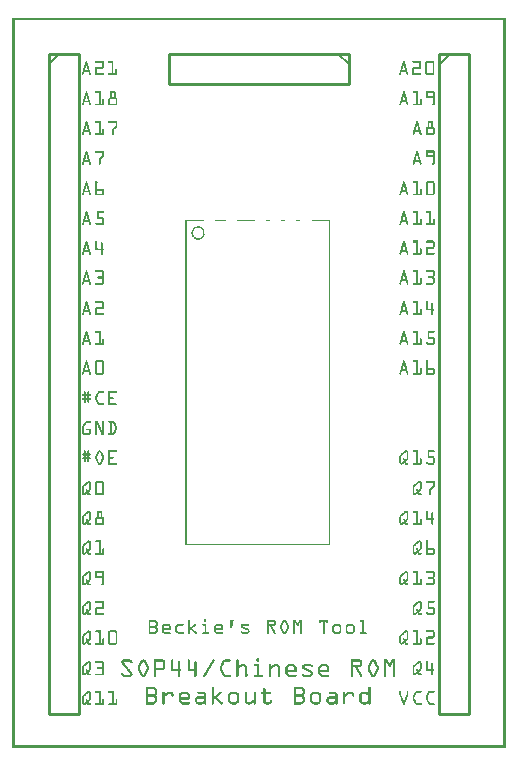
<source format=gto>
G04 MADE WITH FRITZING*
G04 WWW.FRITZING.ORG*
G04 DOUBLE SIDED*
G04 HOLES PLATED*
G04 CONTOUR ON CENTER OF CONTOUR VECTOR*
%ASAXBY*%
%FSLAX23Y23*%
%MOIN*%
%OFA0B0*%
%SFA1.0B1.0*%
%ADD10C,0.010000*%
%ADD11C,0.005000*%
%ADD12R,0.001000X0.001000*%
%LNSILK1*%
G90*
G70*
G54D10*
X1422Y2312D02*
X1422Y112D01*
D02*
X1422Y112D02*
X1522Y112D01*
D02*
X1522Y112D02*
X1522Y2312D01*
D02*
X1522Y2312D02*
X1422Y2312D01*
G54D11*
D02*
X1422Y2277D02*
X1457Y2312D01*
G54D10*
D02*
X121Y2313D02*
X121Y113D01*
D02*
X121Y113D02*
X221Y113D01*
D02*
X221Y113D02*
X221Y2313D01*
D02*
X221Y2313D02*
X121Y2313D01*
G54D11*
D02*
X121Y2278D02*
X156Y2313D01*
G54D10*
D02*
X1121Y2313D02*
X521Y2313D01*
D02*
X521Y2313D02*
X521Y2213D01*
D02*
X521Y2213D02*
X1121Y2213D01*
D02*
X1121Y2213D02*
X1121Y2313D01*
G54D11*
D02*
X1086Y2313D02*
X1121Y2278D01*
G54D12*
X0Y2433D02*
X1644Y2433D01*
X0Y2432D02*
X1644Y2432D01*
X0Y2431D02*
X1644Y2431D01*
X0Y2430D02*
X1644Y2430D01*
X0Y2429D02*
X1644Y2429D01*
X0Y2428D02*
X1644Y2428D01*
X0Y2427D02*
X1644Y2427D01*
X0Y2426D02*
X1644Y2426D01*
X0Y2425D02*
X7Y2425D01*
X1637Y2425D02*
X1644Y2425D01*
X0Y2424D02*
X7Y2424D01*
X1637Y2424D02*
X1644Y2424D01*
X0Y2423D02*
X7Y2423D01*
X1637Y2423D02*
X1644Y2423D01*
X0Y2422D02*
X7Y2422D01*
X1637Y2422D02*
X1644Y2422D01*
X0Y2421D02*
X7Y2421D01*
X1637Y2421D02*
X1644Y2421D01*
X0Y2420D02*
X7Y2420D01*
X1637Y2420D02*
X1644Y2420D01*
X0Y2419D02*
X7Y2419D01*
X1637Y2419D02*
X1644Y2419D01*
X0Y2418D02*
X7Y2418D01*
X1637Y2418D02*
X1644Y2418D01*
X0Y2417D02*
X7Y2417D01*
X1637Y2417D02*
X1644Y2417D01*
X0Y2416D02*
X7Y2416D01*
X1637Y2416D02*
X1644Y2416D01*
X0Y2415D02*
X7Y2415D01*
X1637Y2415D02*
X1644Y2415D01*
X0Y2414D02*
X7Y2414D01*
X1637Y2414D02*
X1644Y2414D01*
X0Y2413D02*
X7Y2413D01*
X1637Y2413D02*
X1644Y2413D01*
X0Y2412D02*
X7Y2412D01*
X1637Y2412D02*
X1644Y2412D01*
X0Y2411D02*
X7Y2411D01*
X1637Y2411D02*
X1644Y2411D01*
X0Y2410D02*
X7Y2410D01*
X1637Y2410D02*
X1644Y2410D01*
X0Y2409D02*
X7Y2409D01*
X1637Y2409D02*
X1644Y2409D01*
X0Y2408D02*
X7Y2408D01*
X1637Y2408D02*
X1644Y2408D01*
X0Y2407D02*
X7Y2407D01*
X1637Y2407D02*
X1644Y2407D01*
X0Y2406D02*
X7Y2406D01*
X1637Y2406D02*
X1644Y2406D01*
X0Y2405D02*
X7Y2405D01*
X1637Y2405D02*
X1644Y2405D01*
X0Y2404D02*
X7Y2404D01*
X1637Y2404D02*
X1644Y2404D01*
X0Y2403D02*
X7Y2403D01*
X1637Y2403D02*
X1644Y2403D01*
X0Y2402D02*
X7Y2402D01*
X1637Y2402D02*
X1644Y2402D01*
X0Y2401D02*
X7Y2401D01*
X1637Y2401D02*
X1644Y2401D01*
X0Y2400D02*
X7Y2400D01*
X1637Y2400D02*
X1644Y2400D01*
X0Y2399D02*
X7Y2399D01*
X1637Y2399D02*
X1644Y2399D01*
X0Y2398D02*
X7Y2398D01*
X1637Y2398D02*
X1644Y2398D01*
X0Y2397D02*
X7Y2397D01*
X1637Y2397D02*
X1644Y2397D01*
X0Y2396D02*
X7Y2396D01*
X1637Y2396D02*
X1644Y2396D01*
X0Y2395D02*
X7Y2395D01*
X1637Y2395D02*
X1644Y2395D01*
X0Y2394D02*
X7Y2394D01*
X1637Y2394D02*
X1644Y2394D01*
X0Y2393D02*
X7Y2393D01*
X1637Y2393D02*
X1644Y2393D01*
X0Y2392D02*
X7Y2392D01*
X1637Y2392D02*
X1644Y2392D01*
X0Y2391D02*
X7Y2391D01*
X1637Y2391D02*
X1644Y2391D01*
X0Y2390D02*
X7Y2390D01*
X1637Y2390D02*
X1644Y2390D01*
X0Y2389D02*
X7Y2389D01*
X1637Y2389D02*
X1644Y2389D01*
X0Y2388D02*
X7Y2388D01*
X1637Y2388D02*
X1644Y2388D01*
X0Y2387D02*
X7Y2387D01*
X1637Y2387D02*
X1644Y2387D01*
X0Y2386D02*
X7Y2386D01*
X1637Y2386D02*
X1644Y2386D01*
X0Y2385D02*
X7Y2385D01*
X1637Y2385D02*
X1644Y2385D01*
X0Y2384D02*
X7Y2384D01*
X1637Y2384D02*
X1644Y2384D01*
X0Y2383D02*
X7Y2383D01*
X1637Y2383D02*
X1644Y2383D01*
X0Y2382D02*
X7Y2382D01*
X1637Y2382D02*
X1644Y2382D01*
X0Y2381D02*
X7Y2381D01*
X1637Y2381D02*
X1644Y2381D01*
X0Y2380D02*
X7Y2380D01*
X1637Y2380D02*
X1644Y2380D01*
X0Y2379D02*
X7Y2379D01*
X1637Y2379D02*
X1644Y2379D01*
X0Y2378D02*
X7Y2378D01*
X1637Y2378D02*
X1644Y2378D01*
X0Y2377D02*
X7Y2377D01*
X1637Y2377D02*
X1644Y2377D01*
X0Y2376D02*
X7Y2376D01*
X1637Y2376D02*
X1644Y2376D01*
X0Y2375D02*
X7Y2375D01*
X1637Y2375D02*
X1644Y2375D01*
X0Y2374D02*
X7Y2374D01*
X1637Y2374D02*
X1644Y2374D01*
X0Y2373D02*
X7Y2373D01*
X1637Y2373D02*
X1644Y2373D01*
X0Y2372D02*
X7Y2372D01*
X1637Y2372D02*
X1644Y2372D01*
X0Y2371D02*
X7Y2371D01*
X1637Y2371D02*
X1644Y2371D01*
X0Y2370D02*
X7Y2370D01*
X1637Y2370D02*
X1644Y2370D01*
X0Y2369D02*
X7Y2369D01*
X1637Y2369D02*
X1644Y2369D01*
X0Y2368D02*
X7Y2368D01*
X1637Y2368D02*
X1644Y2368D01*
X0Y2367D02*
X7Y2367D01*
X1637Y2367D02*
X1644Y2367D01*
X0Y2366D02*
X7Y2366D01*
X1637Y2366D02*
X1644Y2366D01*
X0Y2365D02*
X7Y2365D01*
X1637Y2365D02*
X1644Y2365D01*
X0Y2364D02*
X7Y2364D01*
X1637Y2364D02*
X1644Y2364D01*
X0Y2363D02*
X7Y2363D01*
X1637Y2363D02*
X1644Y2363D01*
X0Y2362D02*
X7Y2362D01*
X1637Y2362D02*
X1644Y2362D01*
X0Y2361D02*
X7Y2361D01*
X1637Y2361D02*
X1644Y2361D01*
X0Y2360D02*
X7Y2360D01*
X1637Y2360D02*
X1644Y2360D01*
X0Y2359D02*
X7Y2359D01*
X1637Y2359D02*
X1644Y2359D01*
X0Y2358D02*
X7Y2358D01*
X1637Y2358D02*
X1644Y2358D01*
X0Y2357D02*
X7Y2357D01*
X1637Y2357D02*
X1644Y2357D01*
X0Y2356D02*
X7Y2356D01*
X1637Y2356D02*
X1644Y2356D01*
X0Y2355D02*
X7Y2355D01*
X1637Y2355D02*
X1644Y2355D01*
X0Y2354D02*
X7Y2354D01*
X1637Y2354D02*
X1644Y2354D01*
X0Y2353D02*
X7Y2353D01*
X1637Y2353D02*
X1644Y2353D01*
X0Y2352D02*
X7Y2352D01*
X1637Y2352D02*
X1644Y2352D01*
X0Y2351D02*
X7Y2351D01*
X1637Y2351D02*
X1644Y2351D01*
X0Y2350D02*
X7Y2350D01*
X1637Y2350D02*
X1644Y2350D01*
X0Y2349D02*
X7Y2349D01*
X1637Y2349D02*
X1644Y2349D01*
X0Y2348D02*
X7Y2348D01*
X1637Y2348D02*
X1644Y2348D01*
X0Y2347D02*
X7Y2347D01*
X1637Y2347D02*
X1644Y2347D01*
X0Y2346D02*
X7Y2346D01*
X1637Y2346D02*
X1644Y2346D01*
X0Y2345D02*
X7Y2345D01*
X1637Y2345D02*
X1644Y2345D01*
X0Y2344D02*
X7Y2344D01*
X1637Y2344D02*
X1644Y2344D01*
X0Y2343D02*
X7Y2343D01*
X1637Y2343D02*
X1644Y2343D01*
X0Y2342D02*
X7Y2342D01*
X1637Y2342D02*
X1644Y2342D01*
X0Y2341D02*
X7Y2341D01*
X1637Y2341D02*
X1644Y2341D01*
X0Y2340D02*
X7Y2340D01*
X1637Y2340D02*
X1644Y2340D01*
X0Y2339D02*
X7Y2339D01*
X1637Y2339D02*
X1644Y2339D01*
X0Y2338D02*
X7Y2338D01*
X1637Y2338D02*
X1644Y2338D01*
X0Y2337D02*
X7Y2337D01*
X1637Y2337D02*
X1644Y2337D01*
X0Y2336D02*
X7Y2336D01*
X1637Y2336D02*
X1644Y2336D01*
X0Y2335D02*
X7Y2335D01*
X1637Y2335D02*
X1644Y2335D01*
X0Y2334D02*
X7Y2334D01*
X1637Y2334D02*
X1644Y2334D01*
X0Y2333D02*
X7Y2333D01*
X1637Y2333D02*
X1644Y2333D01*
X0Y2332D02*
X7Y2332D01*
X1637Y2332D02*
X1644Y2332D01*
X0Y2331D02*
X7Y2331D01*
X1637Y2331D02*
X1644Y2331D01*
X0Y2330D02*
X7Y2330D01*
X1637Y2330D02*
X1644Y2330D01*
X0Y2329D02*
X7Y2329D01*
X1637Y2329D02*
X1644Y2329D01*
X0Y2328D02*
X7Y2328D01*
X1637Y2328D02*
X1644Y2328D01*
X0Y2327D02*
X7Y2327D01*
X1637Y2327D02*
X1644Y2327D01*
X0Y2326D02*
X7Y2326D01*
X1637Y2326D02*
X1644Y2326D01*
X0Y2325D02*
X7Y2325D01*
X1637Y2325D02*
X1644Y2325D01*
X0Y2324D02*
X7Y2324D01*
X1637Y2324D02*
X1644Y2324D01*
X0Y2323D02*
X7Y2323D01*
X1637Y2323D02*
X1644Y2323D01*
X0Y2322D02*
X7Y2322D01*
X1637Y2322D02*
X1644Y2322D01*
X0Y2321D02*
X7Y2321D01*
X1637Y2321D02*
X1644Y2321D01*
X0Y2320D02*
X7Y2320D01*
X1637Y2320D02*
X1644Y2320D01*
X0Y2319D02*
X7Y2319D01*
X1637Y2319D02*
X1644Y2319D01*
X0Y2318D02*
X7Y2318D01*
X1637Y2318D02*
X1644Y2318D01*
X0Y2317D02*
X7Y2317D01*
X1637Y2317D02*
X1644Y2317D01*
X0Y2316D02*
X7Y2316D01*
X1637Y2316D02*
X1644Y2316D01*
X0Y2315D02*
X7Y2315D01*
X1637Y2315D02*
X1644Y2315D01*
X0Y2314D02*
X7Y2314D01*
X1637Y2314D02*
X1644Y2314D01*
X0Y2313D02*
X7Y2313D01*
X1637Y2313D02*
X1644Y2313D01*
X0Y2312D02*
X7Y2312D01*
X1637Y2312D02*
X1644Y2312D01*
X0Y2311D02*
X7Y2311D01*
X1637Y2311D02*
X1644Y2311D01*
X0Y2310D02*
X7Y2310D01*
X1637Y2310D02*
X1644Y2310D01*
X0Y2309D02*
X7Y2309D01*
X1637Y2309D02*
X1644Y2309D01*
X0Y2308D02*
X7Y2308D01*
X1637Y2308D02*
X1644Y2308D01*
X0Y2307D02*
X7Y2307D01*
X1637Y2307D02*
X1644Y2307D01*
X0Y2306D02*
X7Y2306D01*
X1637Y2306D02*
X1644Y2306D01*
X0Y2305D02*
X7Y2305D01*
X1637Y2305D02*
X1644Y2305D01*
X0Y2304D02*
X7Y2304D01*
X1637Y2304D02*
X1644Y2304D01*
X0Y2303D02*
X7Y2303D01*
X1637Y2303D02*
X1644Y2303D01*
X0Y2302D02*
X7Y2302D01*
X1637Y2302D02*
X1644Y2302D01*
X0Y2301D02*
X7Y2301D01*
X1637Y2301D02*
X1644Y2301D01*
X0Y2300D02*
X7Y2300D01*
X1637Y2300D02*
X1644Y2300D01*
X0Y2299D02*
X7Y2299D01*
X1637Y2299D02*
X1644Y2299D01*
X0Y2298D02*
X7Y2298D01*
X1637Y2298D02*
X1644Y2298D01*
X0Y2297D02*
X7Y2297D01*
X1637Y2297D02*
X1644Y2297D01*
X0Y2296D02*
X7Y2296D01*
X1637Y2296D02*
X1644Y2296D01*
X0Y2295D02*
X7Y2295D01*
X1637Y2295D02*
X1644Y2295D01*
X0Y2294D02*
X7Y2294D01*
X1637Y2294D02*
X1644Y2294D01*
X0Y2293D02*
X7Y2293D01*
X1637Y2293D02*
X1644Y2293D01*
X0Y2292D02*
X7Y2292D01*
X1637Y2292D02*
X1644Y2292D01*
X0Y2291D02*
X7Y2291D01*
X1637Y2291D02*
X1644Y2291D01*
X0Y2290D02*
X7Y2290D01*
X246Y2290D02*
X246Y2290D01*
X278Y2290D02*
X299Y2290D01*
X322Y2290D02*
X336Y2290D01*
X1303Y2290D02*
X1305Y2290D01*
X1335Y2290D02*
X1359Y2290D01*
X1381Y2290D02*
X1402Y2290D01*
X1637Y2290D02*
X1644Y2290D01*
X0Y2289D02*
X7Y2289D01*
X244Y2289D02*
X248Y2289D01*
X276Y2289D02*
X301Y2289D01*
X320Y2289D02*
X336Y2289D01*
X1302Y2289D02*
X1306Y2289D01*
X1334Y2289D02*
X1360Y2289D01*
X1379Y2289D02*
X1404Y2289D01*
X1637Y2289D02*
X1644Y2289D01*
X0Y2288D02*
X7Y2288D01*
X244Y2288D02*
X248Y2288D01*
X275Y2288D02*
X303Y2288D01*
X319Y2288D02*
X336Y2288D01*
X1302Y2288D02*
X1307Y2288D01*
X1333Y2288D02*
X1361Y2288D01*
X1378Y2288D02*
X1405Y2288D01*
X1637Y2288D02*
X1644Y2288D01*
X0Y2287D02*
X7Y2287D01*
X243Y2287D02*
X249Y2287D01*
X275Y2287D02*
X303Y2287D01*
X319Y2287D02*
X336Y2287D01*
X1301Y2287D02*
X1307Y2287D01*
X1333Y2287D02*
X1362Y2287D01*
X1378Y2287D02*
X1406Y2287D01*
X1637Y2287D02*
X1644Y2287D01*
X0Y2286D02*
X7Y2286D01*
X243Y2286D02*
X249Y2286D01*
X275Y2286D02*
X304Y2286D01*
X319Y2286D02*
X336Y2286D01*
X1301Y2286D02*
X1307Y2286D01*
X1334Y2286D02*
X1362Y2286D01*
X1377Y2286D02*
X1406Y2286D01*
X1637Y2286D02*
X1644Y2286D01*
X0Y2285D02*
X7Y2285D01*
X243Y2285D02*
X249Y2285D01*
X276Y2285D02*
X304Y2285D01*
X320Y2285D02*
X336Y2285D01*
X1301Y2285D02*
X1308Y2285D01*
X1335Y2285D02*
X1362Y2285D01*
X1377Y2285D02*
X1406Y2285D01*
X1637Y2285D02*
X1644Y2285D01*
X0Y2284D02*
X7Y2284D01*
X242Y2284D02*
X249Y2284D01*
X278Y2284D02*
X304Y2284D01*
X322Y2284D02*
X336Y2284D01*
X1300Y2284D02*
X1308Y2284D01*
X1357Y2284D02*
X1362Y2284D01*
X1377Y2284D02*
X1382Y2284D01*
X1401Y2284D02*
X1406Y2284D01*
X1637Y2284D02*
X1644Y2284D01*
X0Y2283D02*
X7Y2283D01*
X242Y2283D02*
X250Y2283D01*
X299Y2283D02*
X304Y2283D01*
X331Y2283D02*
X336Y2283D01*
X1300Y2283D02*
X1308Y2283D01*
X1357Y2283D02*
X1362Y2283D01*
X1377Y2283D02*
X1382Y2283D01*
X1401Y2283D02*
X1406Y2283D01*
X1637Y2283D02*
X1644Y2283D01*
X0Y2282D02*
X7Y2282D01*
X242Y2282D02*
X250Y2282D01*
X299Y2282D02*
X304Y2282D01*
X331Y2282D02*
X336Y2282D01*
X1300Y2282D02*
X1308Y2282D01*
X1357Y2282D02*
X1362Y2282D01*
X1377Y2282D02*
X1382Y2282D01*
X1401Y2282D02*
X1406Y2282D01*
X1637Y2282D02*
X1644Y2282D01*
X0Y2281D02*
X7Y2281D01*
X241Y2281D02*
X250Y2281D01*
X299Y2281D02*
X304Y2281D01*
X331Y2281D02*
X336Y2281D01*
X1300Y2281D02*
X1309Y2281D01*
X1357Y2281D02*
X1362Y2281D01*
X1377Y2281D02*
X1382Y2281D01*
X1401Y2281D02*
X1406Y2281D01*
X1637Y2281D02*
X1644Y2281D01*
X0Y2280D02*
X7Y2280D01*
X241Y2280D02*
X251Y2280D01*
X299Y2280D02*
X304Y2280D01*
X331Y2280D02*
X336Y2280D01*
X1299Y2280D02*
X1309Y2280D01*
X1357Y2280D02*
X1362Y2280D01*
X1377Y2280D02*
X1382Y2280D01*
X1401Y2280D02*
X1406Y2280D01*
X1637Y2280D02*
X1644Y2280D01*
X0Y2279D02*
X7Y2279D01*
X241Y2279D02*
X251Y2279D01*
X299Y2279D02*
X304Y2279D01*
X331Y2279D02*
X336Y2279D01*
X1299Y2279D02*
X1309Y2279D01*
X1357Y2279D02*
X1362Y2279D01*
X1377Y2279D02*
X1382Y2279D01*
X1401Y2279D02*
X1406Y2279D01*
X1637Y2279D02*
X1644Y2279D01*
X0Y2278D02*
X7Y2278D01*
X241Y2278D02*
X251Y2278D01*
X299Y2278D02*
X304Y2278D01*
X331Y2278D02*
X336Y2278D01*
X1299Y2278D02*
X1310Y2278D01*
X1357Y2278D02*
X1362Y2278D01*
X1377Y2278D02*
X1382Y2278D01*
X1401Y2278D02*
X1406Y2278D01*
X1637Y2278D02*
X1644Y2278D01*
X0Y2277D02*
X7Y2277D01*
X240Y2277D02*
X252Y2277D01*
X299Y2277D02*
X304Y2277D01*
X331Y2277D02*
X336Y2277D01*
X1298Y2277D02*
X1310Y2277D01*
X1357Y2277D02*
X1362Y2277D01*
X1377Y2277D02*
X1382Y2277D01*
X1401Y2277D02*
X1406Y2277D01*
X1637Y2277D02*
X1644Y2277D01*
X0Y2276D02*
X7Y2276D01*
X240Y2276D02*
X252Y2276D01*
X299Y2276D02*
X304Y2276D01*
X331Y2276D02*
X336Y2276D01*
X1298Y2276D02*
X1310Y2276D01*
X1357Y2276D02*
X1362Y2276D01*
X1377Y2276D02*
X1382Y2276D01*
X1401Y2276D02*
X1406Y2276D01*
X1637Y2276D02*
X1644Y2276D01*
X0Y2275D02*
X7Y2275D01*
X240Y2275D02*
X245Y2275D01*
X247Y2275D02*
X252Y2275D01*
X299Y2275D02*
X304Y2275D01*
X331Y2275D02*
X336Y2275D01*
X1298Y2275D02*
X1303Y2275D01*
X1305Y2275D02*
X1310Y2275D01*
X1357Y2275D02*
X1362Y2275D01*
X1377Y2275D02*
X1382Y2275D01*
X1401Y2275D02*
X1406Y2275D01*
X1637Y2275D02*
X1644Y2275D01*
X0Y2274D02*
X7Y2274D01*
X239Y2274D02*
X245Y2274D01*
X247Y2274D02*
X252Y2274D01*
X299Y2274D02*
X304Y2274D01*
X331Y2274D02*
X336Y2274D01*
X1297Y2274D02*
X1303Y2274D01*
X1305Y2274D02*
X1311Y2274D01*
X1357Y2274D02*
X1362Y2274D01*
X1377Y2274D02*
X1382Y2274D01*
X1401Y2274D02*
X1406Y2274D01*
X1637Y2274D02*
X1644Y2274D01*
X0Y2273D02*
X7Y2273D01*
X239Y2273D02*
X244Y2273D01*
X247Y2273D02*
X253Y2273D01*
X299Y2273D02*
X304Y2273D01*
X331Y2273D02*
X336Y2273D01*
X1297Y2273D02*
X1303Y2273D01*
X1306Y2273D02*
X1311Y2273D01*
X1357Y2273D02*
X1362Y2273D01*
X1377Y2273D02*
X1382Y2273D01*
X1401Y2273D02*
X1406Y2273D01*
X1637Y2273D02*
X1644Y2273D01*
X0Y2272D02*
X7Y2272D01*
X239Y2272D02*
X244Y2272D01*
X248Y2272D02*
X253Y2272D01*
X299Y2272D02*
X304Y2272D01*
X331Y2272D02*
X336Y2272D01*
X1297Y2272D02*
X1302Y2272D01*
X1306Y2272D02*
X1311Y2272D01*
X1357Y2272D02*
X1362Y2272D01*
X1377Y2272D02*
X1382Y2272D01*
X1401Y2272D02*
X1406Y2272D01*
X1637Y2272D02*
X1644Y2272D01*
X0Y2271D02*
X7Y2271D01*
X239Y2271D02*
X244Y2271D01*
X248Y2271D02*
X253Y2271D01*
X299Y2271D02*
X304Y2271D01*
X331Y2271D02*
X336Y2271D01*
X1297Y2271D02*
X1302Y2271D01*
X1306Y2271D02*
X1312Y2271D01*
X1357Y2271D02*
X1362Y2271D01*
X1377Y2271D02*
X1382Y2271D01*
X1401Y2271D02*
X1406Y2271D01*
X1637Y2271D02*
X1644Y2271D01*
X0Y2270D02*
X7Y2270D01*
X238Y2270D02*
X244Y2270D01*
X248Y2270D02*
X254Y2270D01*
X299Y2270D02*
X304Y2270D01*
X331Y2270D02*
X336Y2270D01*
X1296Y2270D02*
X1302Y2270D01*
X1306Y2270D02*
X1312Y2270D01*
X1357Y2270D02*
X1362Y2270D01*
X1377Y2270D02*
X1382Y2270D01*
X1401Y2270D02*
X1406Y2270D01*
X1637Y2270D02*
X1644Y2270D01*
X0Y2269D02*
X7Y2269D01*
X238Y2269D02*
X243Y2269D01*
X248Y2269D02*
X254Y2269D01*
X279Y2269D02*
X304Y2269D01*
X331Y2269D02*
X336Y2269D01*
X1296Y2269D02*
X1301Y2269D01*
X1307Y2269D02*
X1312Y2269D01*
X1336Y2269D02*
X1362Y2269D01*
X1377Y2269D02*
X1382Y2269D01*
X1401Y2269D02*
X1406Y2269D01*
X1637Y2269D02*
X1644Y2269D01*
X0Y2268D02*
X7Y2268D01*
X238Y2268D02*
X243Y2268D01*
X249Y2268D02*
X254Y2268D01*
X277Y2268D02*
X304Y2268D01*
X331Y2268D02*
X336Y2268D01*
X1296Y2268D02*
X1301Y2268D01*
X1307Y2268D02*
X1312Y2268D01*
X1335Y2268D02*
X1362Y2268D01*
X1377Y2268D02*
X1382Y2268D01*
X1401Y2268D02*
X1406Y2268D01*
X1637Y2268D02*
X1644Y2268D01*
X0Y2267D02*
X7Y2267D01*
X237Y2267D02*
X243Y2267D01*
X249Y2267D02*
X254Y2267D01*
X276Y2267D02*
X304Y2267D01*
X331Y2267D02*
X336Y2267D01*
X1295Y2267D02*
X1301Y2267D01*
X1307Y2267D02*
X1313Y2267D01*
X1334Y2267D02*
X1362Y2267D01*
X1377Y2267D02*
X1382Y2267D01*
X1401Y2267D02*
X1406Y2267D01*
X1637Y2267D02*
X1644Y2267D01*
X0Y2266D02*
X7Y2266D01*
X237Y2266D02*
X242Y2266D01*
X249Y2266D02*
X255Y2266D01*
X276Y2266D02*
X303Y2266D01*
X331Y2266D02*
X336Y2266D01*
X1295Y2266D02*
X1301Y2266D01*
X1308Y2266D02*
X1313Y2266D01*
X1334Y2266D02*
X1361Y2266D01*
X1377Y2266D02*
X1382Y2266D01*
X1401Y2266D02*
X1406Y2266D01*
X1637Y2266D02*
X1644Y2266D01*
X0Y2265D02*
X7Y2265D01*
X237Y2265D02*
X242Y2265D01*
X250Y2265D02*
X255Y2265D01*
X275Y2265D02*
X302Y2265D01*
X331Y2265D02*
X336Y2265D01*
X1295Y2265D02*
X1300Y2265D01*
X1308Y2265D02*
X1313Y2265D01*
X1333Y2265D02*
X1360Y2265D01*
X1377Y2265D02*
X1382Y2265D01*
X1401Y2265D02*
X1406Y2265D01*
X1637Y2265D02*
X1644Y2265D01*
X0Y2264D02*
X7Y2264D01*
X236Y2264D02*
X242Y2264D01*
X250Y2264D02*
X255Y2264D01*
X275Y2264D02*
X301Y2264D01*
X331Y2264D02*
X336Y2264D01*
X345Y2264D02*
X346Y2264D01*
X1295Y2264D02*
X1300Y2264D01*
X1308Y2264D02*
X1314Y2264D01*
X1333Y2264D02*
X1357Y2264D01*
X1377Y2264D02*
X1382Y2264D01*
X1401Y2264D02*
X1406Y2264D01*
X1637Y2264D02*
X1644Y2264D01*
X0Y2263D02*
X7Y2263D01*
X236Y2263D02*
X242Y2263D01*
X250Y2263D02*
X256Y2263D01*
X275Y2263D02*
X280Y2263D01*
X331Y2263D02*
X336Y2263D01*
X344Y2263D02*
X347Y2263D01*
X1294Y2263D02*
X1300Y2263D01*
X1309Y2263D02*
X1314Y2263D01*
X1333Y2263D02*
X1338Y2263D01*
X1377Y2263D02*
X1382Y2263D01*
X1401Y2263D02*
X1406Y2263D01*
X1637Y2263D02*
X1644Y2263D01*
X0Y2262D02*
X7Y2262D01*
X236Y2262D02*
X241Y2262D01*
X251Y2262D02*
X256Y2262D01*
X275Y2262D02*
X280Y2262D01*
X331Y2262D02*
X336Y2262D01*
X343Y2262D02*
X348Y2262D01*
X1294Y2262D02*
X1299Y2262D01*
X1309Y2262D02*
X1314Y2262D01*
X1333Y2262D02*
X1338Y2262D01*
X1377Y2262D02*
X1382Y2262D01*
X1401Y2262D02*
X1406Y2262D01*
X1637Y2262D02*
X1644Y2262D01*
X0Y2261D02*
X7Y2261D01*
X236Y2261D02*
X241Y2261D01*
X251Y2261D02*
X256Y2261D01*
X275Y2261D02*
X280Y2261D01*
X331Y2261D02*
X336Y2261D01*
X343Y2261D02*
X348Y2261D01*
X1294Y2261D02*
X1299Y2261D01*
X1309Y2261D02*
X1315Y2261D01*
X1333Y2261D02*
X1338Y2261D01*
X1377Y2261D02*
X1382Y2261D01*
X1401Y2261D02*
X1406Y2261D01*
X1637Y2261D02*
X1644Y2261D01*
X0Y2260D02*
X7Y2260D01*
X235Y2260D02*
X241Y2260D01*
X251Y2260D02*
X256Y2260D01*
X275Y2260D02*
X280Y2260D01*
X331Y2260D02*
X336Y2260D01*
X343Y2260D02*
X348Y2260D01*
X1293Y2260D02*
X1299Y2260D01*
X1309Y2260D02*
X1315Y2260D01*
X1333Y2260D02*
X1338Y2260D01*
X1377Y2260D02*
X1382Y2260D01*
X1401Y2260D02*
X1406Y2260D01*
X1637Y2260D02*
X1644Y2260D01*
X0Y2259D02*
X7Y2259D01*
X235Y2259D02*
X257Y2259D01*
X275Y2259D02*
X280Y2259D01*
X331Y2259D02*
X336Y2259D01*
X343Y2259D02*
X348Y2259D01*
X1293Y2259D02*
X1315Y2259D01*
X1333Y2259D02*
X1338Y2259D01*
X1377Y2259D02*
X1382Y2259D01*
X1401Y2259D02*
X1406Y2259D01*
X1637Y2259D02*
X1644Y2259D01*
X0Y2258D02*
X7Y2258D01*
X235Y2258D02*
X257Y2258D01*
X275Y2258D02*
X280Y2258D01*
X331Y2258D02*
X336Y2258D01*
X343Y2258D02*
X348Y2258D01*
X1293Y2258D02*
X1315Y2258D01*
X1333Y2258D02*
X1338Y2258D01*
X1377Y2258D02*
X1382Y2258D01*
X1401Y2258D02*
X1406Y2258D01*
X1637Y2258D02*
X1644Y2258D01*
X0Y2257D02*
X7Y2257D01*
X234Y2257D02*
X257Y2257D01*
X275Y2257D02*
X280Y2257D01*
X331Y2257D02*
X336Y2257D01*
X343Y2257D02*
X348Y2257D01*
X1292Y2257D02*
X1316Y2257D01*
X1333Y2257D02*
X1338Y2257D01*
X1377Y2257D02*
X1382Y2257D01*
X1401Y2257D02*
X1406Y2257D01*
X1637Y2257D02*
X1644Y2257D01*
X0Y2256D02*
X7Y2256D01*
X234Y2256D02*
X258Y2256D01*
X275Y2256D02*
X280Y2256D01*
X331Y2256D02*
X336Y2256D01*
X343Y2256D02*
X348Y2256D01*
X1292Y2256D02*
X1316Y2256D01*
X1333Y2256D02*
X1338Y2256D01*
X1377Y2256D02*
X1382Y2256D01*
X1401Y2256D02*
X1406Y2256D01*
X1637Y2256D02*
X1644Y2256D01*
X0Y2255D02*
X7Y2255D01*
X234Y2255D02*
X258Y2255D01*
X275Y2255D02*
X280Y2255D01*
X331Y2255D02*
X336Y2255D01*
X343Y2255D02*
X348Y2255D01*
X1292Y2255D02*
X1316Y2255D01*
X1333Y2255D02*
X1338Y2255D01*
X1377Y2255D02*
X1382Y2255D01*
X1401Y2255D02*
X1406Y2255D01*
X1637Y2255D02*
X1644Y2255D01*
X0Y2254D02*
X7Y2254D01*
X234Y2254D02*
X258Y2254D01*
X275Y2254D02*
X280Y2254D01*
X331Y2254D02*
X336Y2254D01*
X343Y2254D02*
X348Y2254D01*
X1292Y2254D02*
X1317Y2254D01*
X1333Y2254D02*
X1338Y2254D01*
X1377Y2254D02*
X1382Y2254D01*
X1401Y2254D02*
X1406Y2254D01*
X1637Y2254D02*
X1644Y2254D01*
X0Y2253D02*
X7Y2253D01*
X233Y2253D02*
X239Y2253D01*
X253Y2253D02*
X258Y2253D01*
X275Y2253D02*
X280Y2253D01*
X331Y2253D02*
X336Y2253D01*
X343Y2253D02*
X348Y2253D01*
X1291Y2253D02*
X1297Y2253D01*
X1312Y2253D02*
X1317Y2253D01*
X1333Y2253D02*
X1338Y2253D01*
X1377Y2253D02*
X1382Y2253D01*
X1401Y2253D02*
X1406Y2253D01*
X1637Y2253D02*
X1644Y2253D01*
X0Y2252D02*
X7Y2252D01*
X233Y2252D02*
X238Y2252D01*
X253Y2252D02*
X259Y2252D01*
X275Y2252D02*
X280Y2252D01*
X331Y2252D02*
X336Y2252D01*
X343Y2252D02*
X348Y2252D01*
X1291Y2252D02*
X1296Y2252D01*
X1312Y2252D02*
X1317Y2252D01*
X1333Y2252D02*
X1338Y2252D01*
X1377Y2252D02*
X1382Y2252D01*
X1401Y2252D02*
X1406Y2252D01*
X1637Y2252D02*
X1644Y2252D01*
X0Y2251D02*
X7Y2251D01*
X233Y2251D02*
X238Y2251D01*
X254Y2251D02*
X259Y2251D01*
X275Y2251D02*
X280Y2251D01*
X331Y2251D02*
X336Y2251D01*
X343Y2251D02*
X348Y2251D01*
X1291Y2251D02*
X1296Y2251D01*
X1312Y2251D02*
X1317Y2251D01*
X1333Y2251D02*
X1338Y2251D01*
X1377Y2251D02*
X1382Y2251D01*
X1401Y2251D02*
X1406Y2251D01*
X1637Y2251D02*
X1644Y2251D01*
X0Y2250D02*
X7Y2250D01*
X232Y2250D02*
X238Y2250D01*
X254Y2250D02*
X259Y2250D01*
X275Y2250D02*
X280Y2250D01*
X331Y2250D02*
X336Y2250D01*
X343Y2250D02*
X348Y2250D01*
X1290Y2250D02*
X1296Y2250D01*
X1312Y2250D02*
X1318Y2250D01*
X1333Y2250D02*
X1338Y2250D01*
X1377Y2250D02*
X1382Y2250D01*
X1401Y2250D02*
X1406Y2250D01*
X1637Y2250D02*
X1644Y2250D01*
X0Y2249D02*
X7Y2249D01*
X232Y2249D02*
X237Y2249D01*
X254Y2249D02*
X260Y2249D01*
X275Y2249D02*
X281Y2249D01*
X330Y2249D02*
X336Y2249D01*
X343Y2249D02*
X348Y2249D01*
X1290Y2249D02*
X1296Y2249D01*
X1313Y2249D02*
X1318Y2249D01*
X1333Y2249D02*
X1361Y2249D01*
X1377Y2249D02*
X1406Y2249D01*
X1637Y2249D02*
X1644Y2249D01*
X0Y2248D02*
X7Y2248D01*
X232Y2248D02*
X237Y2248D01*
X255Y2248D02*
X260Y2248D01*
X275Y2248D02*
X303Y2248D01*
X320Y2248D02*
X348Y2248D01*
X1290Y2248D02*
X1295Y2248D01*
X1313Y2248D02*
X1318Y2248D01*
X1333Y2248D02*
X1362Y2248D01*
X1377Y2248D02*
X1406Y2248D01*
X1637Y2248D02*
X1644Y2248D01*
X0Y2247D02*
X7Y2247D01*
X231Y2247D02*
X237Y2247D01*
X255Y2247D02*
X260Y2247D01*
X275Y2247D02*
X304Y2247D01*
X319Y2247D02*
X348Y2247D01*
X1290Y2247D02*
X1295Y2247D01*
X1313Y2247D02*
X1319Y2247D01*
X1333Y2247D02*
X1362Y2247D01*
X1378Y2247D02*
X1406Y2247D01*
X1637Y2247D02*
X1644Y2247D01*
X0Y2246D02*
X7Y2246D01*
X231Y2246D02*
X237Y2246D01*
X255Y2246D02*
X260Y2246D01*
X275Y2246D02*
X304Y2246D01*
X319Y2246D02*
X348Y2246D01*
X1289Y2246D02*
X1295Y2246D01*
X1314Y2246D02*
X1319Y2246D01*
X1333Y2246D02*
X1362Y2246D01*
X1378Y2246D02*
X1405Y2246D01*
X1637Y2246D02*
X1644Y2246D01*
X0Y2245D02*
X7Y2245D01*
X231Y2245D02*
X236Y2245D01*
X256Y2245D02*
X260Y2245D01*
X275Y2245D02*
X304Y2245D01*
X319Y2245D02*
X348Y2245D01*
X1290Y2245D02*
X1294Y2245D01*
X1314Y2245D02*
X1318Y2245D01*
X1333Y2245D02*
X1362Y2245D01*
X1379Y2245D02*
X1404Y2245D01*
X1637Y2245D02*
X1644Y2245D01*
X0Y2244D02*
X7Y2244D01*
X232Y2244D02*
X236Y2244D01*
X256Y2244D02*
X260Y2244D01*
X275Y2244D02*
X304Y2244D01*
X320Y2244D02*
X347Y2244D01*
X1291Y2244D02*
X1293Y2244D01*
X1315Y2244D02*
X1318Y2244D01*
X1333Y2244D02*
X1361Y2244D01*
X1381Y2244D02*
X1403Y2244D01*
X1637Y2244D02*
X1644Y2244D01*
X0Y2243D02*
X7Y2243D01*
X233Y2243D02*
X234Y2243D01*
X257Y2243D02*
X258Y2243D01*
X275Y2243D02*
X302Y2243D01*
X321Y2243D02*
X346Y2243D01*
X1637Y2243D02*
X1644Y2243D01*
X0Y2242D02*
X7Y2242D01*
X1637Y2242D02*
X1644Y2242D01*
X0Y2241D02*
X7Y2241D01*
X1637Y2241D02*
X1644Y2241D01*
X0Y2240D02*
X7Y2240D01*
X1637Y2240D02*
X1644Y2240D01*
X0Y2239D02*
X7Y2239D01*
X1637Y2239D02*
X1644Y2239D01*
X0Y2238D02*
X7Y2238D01*
X1637Y2238D02*
X1644Y2238D01*
X0Y2237D02*
X7Y2237D01*
X1637Y2237D02*
X1644Y2237D01*
X0Y2236D02*
X7Y2236D01*
X1637Y2236D02*
X1644Y2236D01*
X0Y2235D02*
X7Y2235D01*
X1637Y2235D02*
X1644Y2235D01*
X0Y2234D02*
X7Y2234D01*
X1637Y2234D02*
X1644Y2234D01*
X0Y2233D02*
X7Y2233D01*
X1637Y2233D02*
X1644Y2233D01*
X0Y2232D02*
X7Y2232D01*
X1637Y2232D02*
X1644Y2232D01*
X0Y2231D02*
X7Y2231D01*
X1637Y2231D02*
X1644Y2231D01*
X0Y2230D02*
X7Y2230D01*
X1637Y2230D02*
X1644Y2230D01*
X0Y2229D02*
X7Y2229D01*
X1637Y2229D02*
X1644Y2229D01*
X0Y2228D02*
X7Y2228D01*
X1637Y2228D02*
X1644Y2228D01*
X0Y2227D02*
X7Y2227D01*
X1637Y2227D02*
X1644Y2227D01*
X0Y2226D02*
X7Y2226D01*
X1637Y2226D02*
X1644Y2226D01*
X0Y2225D02*
X7Y2225D01*
X1637Y2225D02*
X1644Y2225D01*
X0Y2224D02*
X7Y2224D01*
X1637Y2224D02*
X1644Y2224D01*
X0Y2223D02*
X7Y2223D01*
X1637Y2223D02*
X1644Y2223D01*
X0Y2222D02*
X7Y2222D01*
X1637Y2222D02*
X1644Y2222D01*
X0Y2221D02*
X7Y2221D01*
X1637Y2221D02*
X1644Y2221D01*
X0Y2220D02*
X7Y2220D01*
X1637Y2220D02*
X1644Y2220D01*
X0Y2219D02*
X7Y2219D01*
X1637Y2219D02*
X1644Y2219D01*
X0Y2218D02*
X7Y2218D01*
X1637Y2218D02*
X1644Y2218D01*
X0Y2217D02*
X7Y2217D01*
X1637Y2217D02*
X1644Y2217D01*
X0Y2216D02*
X7Y2216D01*
X1637Y2216D02*
X1644Y2216D01*
X0Y2215D02*
X7Y2215D01*
X1637Y2215D02*
X1644Y2215D01*
X0Y2214D02*
X7Y2214D01*
X1637Y2214D02*
X1644Y2214D01*
X0Y2213D02*
X7Y2213D01*
X1637Y2213D02*
X1644Y2213D01*
X0Y2212D02*
X7Y2212D01*
X1637Y2212D02*
X1644Y2212D01*
X0Y2211D02*
X7Y2211D01*
X1637Y2211D02*
X1644Y2211D01*
X0Y2210D02*
X7Y2210D01*
X1637Y2210D02*
X1644Y2210D01*
X0Y2209D02*
X7Y2209D01*
X1637Y2209D02*
X1644Y2209D01*
X0Y2208D02*
X7Y2208D01*
X1637Y2208D02*
X1644Y2208D01*
X0Y2207D02*
X7Y2207D01*
X1637Y2207D02*
X1644Y2207D01*
X0Y2206D02*
X7Y2206D01*
X1637Y2206D02*
X1644Y2206D01*
X0Y2205D02*
X7Y2205D01*
X1637Y2205D02*
X1644Y2205D01*
X0Y2204D02*
X7Y2204D01*
X1637Y2204D02*
X1644Y2204D01*
X0Y2203D02*
X7Y2203D01*
X1637Y2203D02*
X1644Y2203D01*
X0Y2202D02*
X7Y2202D01*
X1637Y2202D02*
X1644Y2202D01*
X0Y2201D02*
X7Y2201D01*
X1637Y2201D02*
X1644Y2201D01*
X0Y2200D02*
X7Y2200D01*
X1637Y2200D02*
X1644Y2200D01*
X0Y2199D02*
X7Y2199D01*
X1637Y2199D02*
X1644Y2199D01*
X0Y2198D02*
X7Y2198D01*
X1637Y2198D02*
X1644Y2198D01*
X0Y2197D02*
X7Y2197D01*
X1637Y2197D02*
X1644Y2197D01*
X0Y2196D02*
X7Y2196D01*
X1637Y2196D02*
X1644Y2196D01*
X0Y2195D02*
X7Y2195D01*
X1637Y2195D02*
X1644Y2195D01*
X0Y2194D02*
X7Y2194D01*
X1637Y2194D02*
X1644Y2194D01*
X0Y2193D02*
X7Y2193D01*
X1637Y2193D02*
X1644Y2193D01*
X0Y2192D02*
X7Y2192D01*
X1637Y2192D02*
X1644Y2192D01*
X0Y2191D02*
X7Y2191D01*
X1637Y2191D02*
X1644Y2191D01*
X0Y2190D02*
X7Y2190D01*
X1637Y2190D02*
X1644Y2190D01*
X0Y2189D02*
X7Y2189D01*
X1337Y2189D02*
X1351Y2189D01*
X1381Y2189D02*
X1404Y2189D01*
X1637Y2189D02*
X1644Y2189D01*
X0Y2188D02*
X7Y2188D01*
X245Y2188D02*
X248Y2188D01*
X277Y2188D02*
X293Y2188D01*
X327Y2188D02*
X341Y2188D01*
X1303Y2188D02*
X1307Y2188D01*
X1335Y2188D02*
X1351Y2188D01*
X1379Y2188D02*
X1406Y2188D01*
X1637Y2188D02*
X1644Y2188D01*
X0Y2187D02*
X7Y2187D01*
X244Y2187D02*
X249Y2187D01*
X276Y2187D02*
X293Y2187D01*
X326Y2187D02*
X342Y2187D01*
X1302Y2187D02*
X1307Y2187D01*
X1334Y2187D02*
X1351Y2187D01*
X1378Y2187D02*
X1407Y2187D01*
X1637Y2187D02*
X1644Y2187D01*
X0Y2186D02*
X7Y2186D01*
X244Y2186D02*
X249Y2186D01*
X276Y2186D02*
X293Y2186D01*
X326Y2186D02*
X343Y2186D01*
X1302Y2186D02*
X1307Y2186D01*
X1334Y2186D02*
X1351Y2186D01*
X1378Y2186D02*
X1407Y2186D01*
X1637Y2186D02*
X1644Y2186D01*
X0Y2185D02*
X7Y2185D01*
X244Y2185D02*
X249Y2185D01*
X276Y2185D02*
X293Y2185D01*
X326Y2185D02*
X343Y2185D01*
X1302Y2185D02*
X1308Y2185D01*
X1334Y2185D02*
X1351Y2185D01*
X1378Y2185D02*
X1407Y2185D01*
X1637Y2185D02*
X1644Y2185D01*
X0Y2184D02*
X7Y2184D01*
X243Y2184D02*
X250Y2184D01*
X276Y2184D02*
X293Y2184D01*
X326Y2184D02*
X343Y2184D01*
X1302Y2184D02*
X1308Y2184D01*
X1335Y2184D02*
X1351Y2184D01*
X1378Y2184D02*
X1407Y2184D01*
X1637Y2184D02*
X1644Y2184D01*
X0Y2183D02*
X7Y2183D01*
X243Y2183D02*
X250Y2183D01*
X277Y2183D02*
X293Y2183D01*
X326Y2183D02*
X343Y2183D01*
X1301Y2183D02*
X1308Y2183D01*
X1336Y2183D02*
X1351Y2183D01*
X1378Y2183D02*
X1407Y2183D01*
X1637Y2183D02*
X1644Y2183D01*
X0Y2182D02*
X7Y2182D01*
X243Y2182D02*
X250Y2182D01*
X288Y2182D02*
X293Y2182D01*
X326Y2182D02*
X331Y2182D01*
X338Y2182D02*
X343Y2182D01*
X1301Y2182D02*
X1309Y2182D01*
X1346Y2182D02*
X1351Y2182D01*
X1378Y2182D02*
X1383Y2182D01*
X1402Y2182D02*
X1407Y2182D01*
X1637Y2182D02*
X1644Y2182D01*
X0Y2181D02*
X7Y2181D01*
X243Y2181D02*
X251Y2181D01*
X288Y2181D02*
X293Y2181D01*
X326Y2181D02*
X331Y2181D01*
X338Y2181D02*
X343Y2181D01*
X1301Y2181D02*
X1309Y2181D01*
X1346Y2181D02*
X1351Y2181D01*
X1378Y2181D02*
X1383Y2181D01*
X1402Y2181D02*
X1407Y2181D01*
X1637Y2181D02*
X1644Y2181D01*
X0Y2180D02*
X7Y2180D01*
X242Y2180D02*
X251Y2180D01*
X288Y2180D02*
X293Y2180D01*
X326Y2180D02*
X331Y2180D01*
X338Y2180D02*
X343Y2180D01*
X1300Y2180D02*
X1309Y2180D01*
X1346Y2180D02*
X1351Y2180D01*
X1378Y2180D02*
X1383Y2180D01*
X1402Y2180D02*
X1407Y2180D01*
X1637Y2180D02*
X1644Y2180D01*
X0Y2179D02*
X7Y2179D01*
X242Y2179D02*
X251Y2179D01*
X288Y2179D02*
X293Y2179D01*
X326Y2179D02*
X331Y2179D01*
X338Y2179D02*
X343Y2179D01*
X1300Y2179D02*
X1310Y2179D01*
X1346Y2179D02*
X1351Y2179D01*
X1378Y2179D02*
X1383Y2179D01*
X1402Y2179D02*
X1407Y2179D01*
X1637Y2179D02*
X1644Y2179D01*
X0Y2178D02*
X7Y2178D01*
X242Y2178D02*
X251Y2178D01*
X288Y2178D02*
X293Y2178D01*
X326Y2178D02*
X331Y2178D01*
X338Y2178D02*
X343Y2178D01*
X1300Y2178D02*
X1310Y2178D01*
X1346Y2178D02*
X1351Y2178D01*
X1378Y2178D02*
X1383Y2178D01*
X1402Y2178D02*
X1407Y2178D01*
X1637Y2178D02*
X1644Y2178D01*
X0Y2177D02*
X7Y2177D01*
X241Y2177D02*
X252Y2177D01*
X288Y2177D02*
X293Y2177D01*
X326Y2177D02*
X331Y2177D01*
X338Y2177D02*
X343Y2177D01*
X1299Y2177D02*
X1310Y2177D01*
X1346Y2177D02*
X1351Y2177D01*
X1378Y2177D02*
X1383Y2177D01*
X1402Y2177D02*
X1407Y2177D01*
X1637Y2177D02*
X1644Y2177D01*
X0Y2176D02*
X7Y2176D01*
X241Y2176D02*
X252Y2176D01*
X288Y2176D02*
X293Y2176D01*
X326Y2176D02*
X331Y2176D01*
X338Y2176D02*
X343Y2176D01*
X1299Y2176D02*
X1310Y2176D01*
X1346Y2176D02*
X1351Y2176D01*
X1378Y2176D02*
X1383Y2176D01*
X1402Y2176D02*
X1407Y2176D01*
X1637Y2176D02*
X1644Y2176D01*
X0Y2175D02*
X7Y2175D01*
X241Y2175D02*
X252Y2175D01*
X288Y2175D02*
X293Y2175D01*
X326Y2175D02*
X331Y2175D01*
X338Y2175D02*
X343Y2175D01*
X1299Y2175D02*
X1311Y2175D01*
X1346Y2175D02*
X1351Y2175D01*
X1378Y2175D02*
X1383Y2175D01*
X1402Y2175D02*
X1407Y2175D01*
X1637Y2175D02*
X1644Y2175D01*
X0Y2174D02*
X7Y2174D01*
X241Y2174D02*
X253Y2174D01*
X288Y2174D02*
X293Y2174D01*
X326Y2174D02*
X331Y2174D01*
X338Y2174D02*
X343Y2174D01*
X1299Y2174D02*
X1304Y2174D01*
X1306Y2174D02*
X1311Y2174D01*
X1346Y2174D02*
X1351Y2174D01*
X1378Y2174D02*
X1383Y2174D01*
X1402Y2174D02*
X1407Y2174D01*
X1637Y2174D02*
X1644Y2174D01*
X0Y2173D02*
X7Y2173D01*
X240Y2173D02*
X253Y2173D01*
X288Y2173D02*
X293Y2173D01*
X326Y2173D02*
X331Y2173D01*
X338Y2173D02*
X343Y2173D01*
X1298Y2173D02*
X1304Y2173D01*
X1306Y2173D02*
X1311Y2173D01*
X1346Y2173D02*
X1351Y2173D01*
X1378Y2173D02*
X1407Y2173D01*
X1637Y2173D02*
X1644Y2173D01*
X0Y2172D02*
X7Y2172D01*
X240Y2172D02*
X245Y2172D01*
X248Y2172D02*
X253Y2172D01*
X288Y2172D02*
X293Y2172D01*
X326Y2172D02*
X331Y2172D01*
X338Y2172D02*
X343Y2172D01*
X1298Y2172D02*
X1303Y2172D01*
X1306Y2172D02*
X1312Y2172D01*
X1346Y2172D02*
X1351Y2172D01*
X1378Y2172D02*
X1407Y2172D01*
X1637Y2172D02*
X1644Y2172D01*
X0Y2171D02*
X7Y2171D01*
X240Y2171D02*
X245Y2171D01*
X248Y2171D02*
X253Y2171D01*
X288Y2171D02*
X293Y2171D01*
X326Y2171D02*
X331Y2171D01*
X338Y2171D02*
X343Y2171D01*
X1298Y2171D02*
X1303Y2171D01*
X1306Y2171D02*
X1312Y2171D01*
X1346Y2171D02*
X1351Y2171D01*
X1378Y2171D02*
X1407Y2171D01*
X1637Y2171D02*
X1644Y2171D01*
X0Y2170D02*
X7Y2170D01*
X239Y2170D02*
X245Y2170D01*
X248Y2170D02*
X254Y2170D01*
X288Y2170D02*
X293Y2170D01*
X326Y2170D02*
X331Y2170D01*
X338Y2170D02*
X343Y2170D01*
X1297Y2170D02*
X1303Y2170D01*
X1307Y2170D02*
X1312Y2170D01*
X1346Y2170D02*
X1351Y2170D01*
X1378Y2170D02*
X1407Y2170D01*
X1637Y2170D02*
X1644Y2170D01*
X0Y2169D02*
X7Y2169D01*
X239Y2169D02*
X244Y2169D01*
X249Y2169D02*
X254Y2169D01*
X288Y2169D02*
X293Y2169D01*
X326Y2169D02*
X331Y2169D01*
X338Y2169D02*
X343Y2169D01*
X1297Y2169D02*
X1303Y2169D01*
X1307Y2169D02*
X1312Y2169D01*
X1346Y2169D02*
X1351Y2169D01*
X1378Y2169D02*
X1407Y2169D01*
X1637Y2169D02*
X1644Y2169D01*
X0Y2168D02*
X7Y2168D01*
X239Y2168D02*
X244Y2168D01*
X249Y2168D02*
X254Y2168D01*
X288Y2168D02*
X293Y2168D01*
X325Y2168D02*
X343Y2168D01*
X1297Y2168D02*
X1302Y2168D01*
X1307Y2168D02*
X1313Y2168D01*
X1346Y2168D02*
X1351Y2168D01*
X1379Y2168D02*
X1407Y2168D01*
X1637Y2168D02*
X1644Y2168D01*
X0Y2167D02*
X7Y2167D01*
X238Y2167D02*
X244Y2167D01*
X249Y2167D02*
X255Y2167D01*
X288Y2167D02*
X293Y2167D01*
X323Y2167D02*
X346Y2167D01*
X1297Y2167D02*
X1302Y2167D01*
X1308Y2167D02*
X1313Y2167D01*
X1346Y2167D02*
X1351Y2167D01*
X1402Y2167D02*
X1407Y2167D01*
X1637Y2167D02*
X1644Y2167D01*
X0Y2166D02*
X7Y2166D01*
X238Y2166D02*
X244Y2166D01*
X250Y2166D02*
X255Y2166D01*
X288Y2166D02*
X293Y2166D01*
X321Y2166D02*
X347Y2166D01*
X1296Y2166D02*
X1302Y2166D01*
X1308Y2166D02*
X1313Y2166D01*
X1346Y2166D02*
X1351Y2166D01*
X1402Y2166D02*
X1407Y2166D01*
X1637Y2166D02*
X1644Y2166D01*
X0Y2165D02*
X7Y2165D01*
X238Y2165D02*
X243Y2165D01*
X250Y2165D02*
X255Y2165D01*
X288Y2165D02*
X293Y2165D01*
X321Y2165D02*
X348Y2165D01*
X1296Y2165D02*
X1301Y2165D01*
X1308Y2165D02*
X1314Y2165D01*
X1346Y2165D02*
X1351Y2165D01*
X1402Y2165D02*
X1407Y2165D01*
X1637Y2165D02*
X1644Y2165D01*
X0Y2164D02*
X7Y2164D01*
X238Y2164D02*
X243Y2164D01*
X250Y2164D02*
X256Y2164D01*
X288Y2164D02*
X293Y2164D01*
X320Y2164D02*
X348Y2164D01*
X1296Y2164D02*
X1301Y2164D01*
X1308Y2164D02*
X1314Y2164D01*
X1346Y2164D02*
X1351Y2164D01*
X1402Y2164D02*
X1407Y2164D01*
X1637Y2164D02*
X1644Y2164D01*
X0Y2163D02*
X7Y2163D01*
X237Y2163D02*
X243Y2163D01*
X250Y2163D02*
X256Y2163D01*
X288Y2163D02*
X293Y2163D01*
X320Y2163D02*
X349Y2163D01*
X1295Y2163D02*
X1301Y2163D01*
X1309Y2163D02*
X1314Y2163D01*
X1346Y2163D02*
X1351Y2163D01*
X1360Y2163D02*
X1361Y2163D01*
X1402Y2163D02*
X1407Y2163D01*
X1637Y2163D02*
X1644Y2163D01*
X0Y2162D02*
X7Y2162D01*
X237Y2162D02*
X242Y2162D01*
X251Y2162D02*
X256Y2162D01*
X288Y2162D02*
X293Y2162D01*
X301Y2162D02*
X304Y2162D01*
X320Y2162D02*
X349Y2162D01*
X1295Y2162D02*
X1300Y2162D01*
X1309Y2162D02*
X1314Y2162D01*
X1346Y2162D02*
X1351Y2162D01*
X1359Y2162D02*
X1363Y2162D01*
X1402Y2162D02*
X1407Y2162D01*
X1637Y2162D02*
X1644Y2162D01*
X0Y2161D02*
X7Y2161D01*
X237Y2161D02*
X242Y2161D01*
X251Y2161D02*
X256Y2161D01*
X288Y2161D02*
X293Y2161D01*
X300Y2161D02*
X305Y2161D01*
X320Y2161D02*
X325Y2161D01*
X344Y2161D02*
X349Y2161D01*
X1295Y2161D02*
X1300Y2161D01*
X1309Y2161D02*
X1315Y2161D01*
X1346Y2161D02*
X1351Y2161D01*
X1358Y2161D02*
X1363Y2161D01*
X1402Y2161D02*
X1407Y2161D01*
X1637Y2161D02*
X1644Y2161D01*
X0Y2160D02*
X7Y2160D01*
X236Y2160D02*
X242Y2160D01*
X251Y2160D02*
X257Y2160D01*
X288Y2160D02*
X293Y2160D01*
X300Y2160D02*
X305Y2160D01*
X320Y2160D02*
X325Y2160D01*
X344Y2160D02*
X349Y2160D01*
X1294Y2160D02*
X1300Y2160D01*
X1310Y2160D02*
X1315Y2160D01*
X1346Y2160D02*
X1351Y2160D01*
X1358Y2160D02*
X1363Y2160D01*
X1402Y2160D02*
X1407Y2160D01*
X1637Y2160D02*
X1644Y2160D01*
X0Y2159D02*
X7Y2159D01*
X236Y2159D02*
X242Y2159D01*
X252Y2159D02*
X257Y2159D01*
X288Y2159D02*
X293Y2159D01*
X300Y2159D02*
X305Y2159D01*
X320Y2159D02*
X325Y2159D01*
X344Y2159D02*
X349Y2159D01*
X1294Y2159D02*
X1300Y2159D01*
X1310Y2159D02*
X1315Y2159D01*
X1346Y2159D02*
X1351Y2159D01*
X1358Y2159D02*
X1363Y2159D01*
X1402Y2159D02*
X1407Y2159D01*
X1637Y2159D02*
X1644Y2159D01*
X0Y2158D02*
X7Y2158D01*
X236Y2158D02*
X241Y2158D01*
X252Y2158D02*
X257Y2158D01*
X288Y2158D02*
X293Y2158D01*
X300Y2158D02*
X305Y2158D01*
X320Y2158D02*
X325Y2158D01*
X344Y2158D02*
X349Y2158D01*
X1294Y2158D02*
X1316Y2158D01*
X1346Y2158D02*
X1351Y2158D01*
X1358Y2158D02*
X1363Y2158D01*
X1402Y2158D02*
X1407Y2158D01*
X1637Y2158D02*
X1644Y2158D01*
X0Y2157D02*
X7Y2157D01*
X236Y2157D02*
X258Y2157D01*
X288Y2157D02*
X293Y2157D01*
X300Y2157D02*
X305Y2157D01*
X320Y2157D02*
X325Y2157D01*
X344Y2157D02*
X349Y2157D01*
X1294Y2157D02*
X1316Y2157D01*
X1346Y2157D02*
X1351Y2157D01*
X1358Y2157D02*
X1363Y2157D01*
X1402Y2157D02*
X1407Y2157D01*
X1637Y2157D02*
X1644Y2157D01*
X0Y2156D02*
X7Y2156D01*
X235Y2156D02*
X258Y2156D01*
X288Y2156D02*
X293Y2156D01*
X300Y2156D02*
X305Y2156D01*
X320Y2156D02*
X325Y2156D01*
X344Y2156D02*
X349Y2156D01*
X1293Y2156D02*
X1316Y2156D01*
X1346Y2156D02*
X1351Y2156D01*
X1358Y2156D02*
X1363Y2156D01*
X1402Y2156D02*
X1407Y2156D01*
X1637Y2156D02*
X1644Y2156D01*
X0Y2155D02*
X7Y2155D01*
X235Y2155D02*
X258Y2155D01*
X288Y2155D02*
X293Y2155D01*
X300Y2155D02*
X305Y2155D01*
X320Y2155D02*
X325Y2155D01*
X344Y2155D02*
X349Y2155D01*
X1293Y2155D02*
X1316Y2155D01*
X1346Y2155D02*
X1351Y2155D01*
X1358Y2155D02*
X1363Y2155D01*
X1402Y2155D02*
X1407Y2155D01*
X1637Y2155D02*
X1644Y2155D01*
X0Y2154D02*
X7Y2154D01*
X235Y2154D02*
X258Y2154D01*
X288Y2154D02*
X293Y2154D01*
X300Y2154D02*
X305Y2154D01*
X320Y2154D02*
X325Y2154D01*
X344Y2154D02*
X349Y2154D01*
X1293Y2154D02*
X1317Y2154D01*
X1346Y2154D02*
X1351Y2154D01*
X1358Y2154D02*
X1363Y2154D01*
X1402Y2154D02*
X1407Y2154D01*
X1637Y2154D02*
X1644Y2154D01*
X0Y2153D02*
X7Y2153D01*
X234Y2153D02*
X259Y2153D01*
X288Y2153D02*
X293Y2153D01*
X300Y2153D02*
X305Y2153D01*
X320Y2153D02*
X325Y2153D01*
X344Y2153D02*
X349Y2153D01*
X1292Y2153D02*
X1317Y2153D01*
X1346Y2153D02*
X1351Y2153D01*
X1358Y2153D02*
X1363Y2153D01*
X1402Y2153D02*
X1407Y2153D01*
X1637Y2153D02*
X1644Y2153D01*
X0Y2152D02*
X7Y2152D01*
X234Y2152D02*
X259Y2152D01*
X288Y2152D02*
X293Y2152D01*
X300Y2152D02*
X305Y2152D01*
X320Y2152D02*
X325Y2152D01*
X344Y2152D02*
X349Y2152D01*
X1292Y2152D02*
X1298Y2152D01*
X1312Y2152D02*
X1317Y2152D01*
X1346Y2152D02*
X1351Y2152D01*
X1358Y2152D02*
X1363Y2152D01*
X1402Y2152D02*
X1407Y2152D01*
X1637Y2152D02*
X1644Y2152D01*
X0Y2151D02*
X7Y2151D01*
X234Y2151D02*
X239Y2151D01*
X254Y2151D02*
X259Y2151D01*
X288Y2151D02*
X293Y2151D01*
X300Y2151D02*
X305Y2151D01*
X320Y2151D02*
X325Y2151D01*
X344Y2151D02*
X349Y2151D01*
X1292Y2151D02*
X1297Y2151D01*
X1312Y2151D02*
X1318Y2151D01*
X1346Y2151D02*
X1351Y2151D01*
X1358Y2151D02*
X1363Y2151D01*
X1402Y2151D02*
X1407Y2151D01*
X1637Y2151D02*
X1644Y2151D01*
X0Y2150D02*
X7Y2150D01*
X233Y2150D02*
X239Y2150D01*
X254Y2150D02*
X260Y2150D01*
X288Y2150D02*
X293Y2150D01*
X300Y2150D02*
X305Y2150D01*
X320Y2150D02*
X325Y2150D01*
X344Y2150D02*
X349Y2150D01*
X1292Y2150D02*
X1297Y2150D01*
X1313Y2150D02*
X1318Y2150D01*
X1346Y2150D02*
X1351Y2150D01*
X1358Y2150D02*
X1363Y2150D01*
X1402Y2150D02*
X1407Y2150D01*
X1637Y2150D02*
X1644Y2150D01*
X0Y2149D02*
X7Y2149D01*
X233Y2149D02*
X239Y2149D01*
X255Y2149D02*
X260Y2149D01*
X288Y2149D02*
X293Y2149D01*
X300Y2149D02*
X305Y2149D01*
X320Y2149D02*
X325Y2149D01*
X344Y2149D02*
X349Y2149D01*
X1291Y2149D02*
X1297Y2149D01*
X1313Y2149D02*
X1318Y2149D01*
X1346Y2149D02*
X1351Y2149D01*
X1358Y2149D02*
X1363Y2149D01*
X1402Y2149D02*
X1407Y2149D01*
X1637Y2149D02*
X1644Y2149D01*
X0Y2148D02*
X7Y2148D01*
X233Y2148D02*
X238Y2148D01*
X255Y2148D02*
X260Y2148D01*
X288Y2148D02*
X293Y2148D01*
X300Y2148D02*
X305Y2148D01*
X320Y2148D02*
X325Y2148D01*
X344Y2148D02*
X349Y2148D01*
X1291Y2148D02*
X1296Y2148D01*
X1313Y2148D02*
X1319Y2148D01*
X1346Y2148D02*
X1351Y2148D01*
X1358Y2148D02*
X1363Y2148D01*
X1402Y2148D02*
X1407Y2148D01*
X1637Y2148D02*
X1644Y2148D01*
X0Y2147D02*
X7Y2147D01*
X233Y2147D02*
X238Y2147D01*
X255Y2147D02*
X260Y2147D01*
X277Y2147D02*
X305Y2147D01*
X320Y2147D02*
X349Y2147D01*
X1291Y2147D02*
X1296Y2147D01*
X1314Y2147D02*
X1319Y2147D01*
X1335Y2147D02*
X1363Y2147D01*
X1400Y2147D02*
X1407Y2147D01*
X1637Y2147D02*
X1644Y2147D01*
X0Y2146D02*
X7Y2146D01*
X232Y2146D02*
X238Y2146D01*
X255Y2146D02*
X261Y2146D01*
X276Y2146D02*
X305Y2146D01*
X320Y2146D02*
X349Y2146D01*
X1290Y2146D02*
X1296Y2146D01*
X1314Y2146D02*
X1319Y2146D01*
X1334Y2146D02*
X1363Y2146D01*
X1399Y2146D02*
X1407Y2146D01*
X1637Y2146D02*
X1644Y2146D01*
X0Y2145D02*
X7Y2145D01*
X232Y2145D02*
X237Y2145D01*
X256Y2145D02*
X261Y2145D01*
X276Y2145D02*
X305Y2145D01*
X320Y2145D02*
X348Y2145D01*
X1290Y2145D02*
X1295Y2145D01*
X1314Y2145D02*
X1319Y2145D01*
X1334Y2145D02*
X1363Y2145D01*
X1399Y2145D02*
X1407Y2145D01*
X1637Y2145D02*
X1644Y2145D01*
X0Y2144D02*
X7Y2144D01*
X232Y2144D02*
X237Y2144D01*
X256Y2144D02*
X261Y2144D01*
X276Y2144D02*
X305Y2144D01*
X321Y2144D02*
X348Y2144D01*
X1290Y2144D02*
X1295Y2144D01*
X1314Y2144D02*
X1319Y2144D01*
X1334Y2144D02*
X1363Y2144D01*
X1399Y2144D02*
X1407Y2144D01*
X1637Y2144D02*
X1644Y2144D01*
X0Y2143D02*
X7Y2143D01*
X232Y2143D02*
X237Y2143D01*
X256Y2143D02*
X261Y2143D01*
X276Y2143D02*
X305Y2143D01*
X322Y2143D02*
X347Y2143D01*
X1291Y2143D02*
X1295Y2143D01*
X1315Y2143D02*
X1319Y2143D01*
X1335Y2143D02*
X1362Y2143D01*
X1399Y2143D02*
X1406Y2143D01*
X1637Y2143D02*
X1644Y2143D01*
X0Y2142D02*
X7Y2142D01*
X233Y2142D02*
X236Y2142D01*
X257Y2142D02*
X260Y2142D01*
X277Y2142D02*
X304Y2142D01*
X323Y2142D02*
X345Y2142D01*
X1292Y2142D02*
X1293Y2142D01*
X1316Y2142D02*
X1317Y2142D01*
X1336Y2142D02*
X1361Y2142D01*
X1401Y2142D02*
X1405Y2142D01*
X1637Y2142D02*
X1644Y2142D01*
X0Y2141D02*
X7Y2141D01*
X1637Y2141D02*
X1644Y2141D01*
X0Y2140D02*
X7Y2140D01*
X1637Y2140D02*
X1644Y2140D01*
X0Y2139D02*
X7Y2139D01*
X1637Y2139D02*
X1644Y2139D01*
X0Y2138D02*
X7Y2138D01*
X1637Y2138D02*
X1644Y2138D01*
X0Y2137D02*
X7Y2137D01*
X1637Y2137D02*
X1644Y2137D01*
X0Y2136D02*
X7Y2136D01*
X1637Y2136D02*
X1644Y2136D01*
X0Y2135D02*
X7Y2135D01*
X1637Y2135D02*
X1644Y2135D01*
X0Y2134D02*
X7Y2134D01*
X1637Y2134D02*
X1644Y2134D01*
X0Y2133D02*
X7Y2133D01*
X1637Y2133D02*
X1644Y2133D01*
X0Y2132D02*
X7Y2132D01*
X1637Y2132D02*
X1644Y2132D01*
X0Y2131D02*
X7Y2131D01*
X1637Y2131D02*
X1644Y2131D01*
X0Y2130D02*
X7Y2130D01*
X1637Y2130D02*
X1644Y2130D01*
X0Y2129D02*
X7Y2129D01*
X1637Y2129D02*
X1644Y2129D01*
X0Y2128D02*
X7Y2128D01*
X1637Y2128D02*
X1644Y2128D01*
X0Y2127D02*
X7Y2127D01*
X1637Y2127D02*
X1644Y2127D01*
X0Y2126D02*
X7Y2126D01*
X1637Y2126D02*
X1644Y2126D01*
X0Y2125D02*
X7Y2125D01*
X1637Y2125D02*
X1644Y2125D01*
X0Y2124D02*
X7Y2124D01*
X1637Y2124D02*
X1644Y2124D01*
X0Y2123D02*
X7Y2123D01*
X1637Y2123D02*
X1644Y2123D01*
X0Y2122D02*
X7Y2122D01*
X1637Y2122D02*
X1644Y2122D01*
X0Y2121D02*
X7Y2121D01*
X1637Y2121D02*
X1644Y2121D01*
X0Y2120D02*
X7Y2120D01*
X1637Y2120D02*
X1644Y2120D01*
X0Y2119D02*
X7Y2119D01*
X1637Y2119D02*
X1644Y2119D01*
X0Y2118D02*
X7Y2118D01*
X1637Y2118D02*
X1644Y2118D01*
X0Y2117D02*
X7Y2117D01*
X1637Y2117D02*
X1644Y2117D01*
X0Y2116D02*
X7Y2116D01*
X1637Y2116D02*
X1644Y2116D01*
X0Y2115D02*
X7Y2115D01*
X1637Y2115D02*
X1644Y2115D01*
X0Y2114D02*
X7Y2114D01*
X1637Y2114D02*
X1644Y2114D01*
X0Y2113D02*
X7Y2113D01*
X1637Y2113D02*
X1644Y2113D01*
X0Y2112D02*
X7Y2112D01*
X1637Y2112D02*
X1644Y2112D01*
X0Y2111D02*
X7Y2111D01*
X1637Y2111D02*
X1644Y2111D01*
X0Y2110D02*
X7Y2110D01*
X1637Y2110D02*
X1644Y2110D01*
X0Y2109D02*
X7Y2109D01*
X1637Y2109D02*
X1644Y2109D01*
X0Y2108D02*
X7Y2108D01*
X1637Y2108D02*
X1644Y2108D01*
X0Y2107D02*
X7Y2107D01*
X1637Y2107D02*
X1644Y2107D01*
X0Y2106D02*
X7Y2106D01*
X1637Y2106D02*
X1644Y2106D01*
X0Y2105D02*
X7Y2105D01*
X1637Y2105D02*
X1644Y2105D01*
X0Y2104D02*
X7Y2104D01*
X1637Y2104D02*
X1644Y2104D01*
X0Y2103D02*
X7Y2103D01*
X1637Y2103D02*
X1644Y2103D01*
X0Y2102D02*
X7Y2102D01*
X1637Y2102D02*
X1644Y2102D01*
X0Y2101D02*
X7Y2101D01*
X1637Y2101D02*
X1644Y2101D01*
X0Y2100D02*
X7Y2100D01*
X1637Y2100D02*
X1644Y2100D01*
X0Y2099D02*
X7Y2099D01*
X1637Y2099D02*
X1644Y2099D01*
X0Y2098D02*
X7Y2098D01*
X1637Y2098D02*
X1644Y2098D01*
X0Y2097D02*
X7Y2097D01*
X1637Y2097D02*
X1644Y2097D01*
X0Y2096D02*
X7Y2096D01*
X1637Y2096D02*
X1644Y2096D01*
X0Y2095D02*
X7Y2095D01*
X1637Y2095D02*
X1644Y2095D01*
X0Y2094D02*
X7Y2094D01*
X1637Y2094D02*
X1644Y2094D01*
X0Y2093D02*
X7Y2093D01*
X1637Y2093D02*
X1644Y2093D01*
X0Y2092D02*
X7Y2092D01*
X1637Y2092D02*
X1644Y2092D01*
X0Y2091D02*
X7Y2091D01*
X1637Y2091D02*
X1644Y2091D01*
X0Y2090D02*
X7Y2090D01*
X1386Y2090D02*
X1398Y2090D01*
X1637Y2090D02*
X1644Y2090D01*
X0Y2089D02*
X7Y2089D01*
X245Y2089D02*
X248Y2089D01*
X277Y2089D02*
X293Y2089D01*
X321Y2089D02*
X349Y2089D01*
X1347Y2089D02*
X1350Y2089D01*
X1385Y2089D02*
X1400Y2089D01*
X1637Y2089D02*
X1644Y2089D01*
X0Y2088D02*
X7Y2088D01*
X244Y2088D02*
X249Y2088D01*
X276Y2088D02*
X293Y2088D01*
X320Y2088D02*
X349Y2088D01*
X1346Y2088D02*
X1351Y2088D01*
X1384Y2088D02*
X1401Y2088D01*
X1637Y2088D02*
X1644Y2088D01*
X0Y2087D02*
X7Y2087D01*
X244Y2087D02*
X249Y2087D01*
X276Y2087D02*
X293Y2087D01*
X320Y2087D02*
X349Y2087D01*
X1346Y2087D02*
X1351Y2087D01*
X1384Y2087D02*
X1401Y2087D01*
X1637Y2087D02*
X1644Y2087D01*
X0Y2086D02*
X7Y2086D01*
X244Y2086D02*
X249Y2086D01*
X276Y2086D02*
X293Y2086D01*
X320Y2086D02*
X349Y2086D01*
X1346Y2086D02*
X1352Y2086D01*
X1384Y2086D02*
X1401Y2086D01*
X1637Y2086D02*
X1644Y2086D01*
X0Y2085D02*
X7Y2085D01*
X243Y2085D02*
X250Y2085D01*
X276Y2085D02*
X293Y2085D01*
X320Y2085D02*
X349Y2085D01*
X1345Y2085D02*
X1352Y2085D01*
X1384Y2085D02*
X1401Y2085D01*
X1637Y2085D02*
X1644Y2085D01*
X0Y2084D02*
X7Y2084D01*
X243Y2084D02*
X250Y2084D01*
X277Y2084D02*
X293Y2084D01*
X320Y2084D02*
X349Y2084D01*
X1345Y2084D02*
X1352Y2084D01*
X1384Y2084D02*
X1401Y2084D01*
X1637Y2084D02*
X1644Y2084D01*
X0Y2083D02*
X7Y2083D01*
X243Y2083D02*
X250Y2083D01*
X288Y2083D02*
X293Y2083D01*
X320Y2083D02*
X324Y2083D01*
X344Y2083D02*
X349Y2083D01*
X1345Y2083D02*
X1352Y2083D01*
X1384Y2083D02*
X1389Y2083D01*
X1396Y2083D02*
X1401Y2083D01*
X1637Y2083D02*
X1644Y2083D01*
X0Y2082D02*
X7Y2082D01*
X243Y2082D02*
X251Y2082D01*
X288Y2082D02*
X293Y2082D01*
X320Y2082D02*
X324Y2082D01*
X344Y2082D02*
X349Y2082D01*
X1344Y2082D02*
X1353Y2082D01*
X1384Y2082D02*
X1389Y2082D01*
X1396Y2082D02*
X1401Y2082D01*
X1637Y2082D02*
X1644Y2082D01*
X0Y2081D02*
X7Y2081D01*
X242Y2081D02*
X251Y2081D01*
X288Y2081D02*
X293Y2081D01*
X322Y2081D02*
X322Y2081D01*
X344Y2081D02*
X349Y2081D01*
X1344Y2081D02*
X1353Y2081D01*
X1384Y2081D02*
X1389Y2081D01*
X1396Y2081D02*
X1401Y2081D01*
X1637Y2081D02*
X1644Y2081D01*
X0Y2080D02*
X7Y2080D01*
X242Y2080D02*
X251Y2080D01*
X288Y2080D02*
X293Y2080D01*
X344Y2080D02*
X349Y2080D01*
X1344Y2080D02*
X1353Y2080D01*
X1384Y2080D02*
X1389Y2080D01*
X1396Y2080D02*
X1401Y2080D01*
X1637Y2080D02*
X1644Y2080D01*
X0Y2079D02*
X7Y2079D01*
X242Y2079D02*
X251Y2079D01*
X288Y2079D02*
X293Y2079D01*
X344Y2079D02*
X349Y2079D01*
X1344Y2079D02*
X1354Y2079D01*
X1384Y2079D02*
X1389Y2079D01*
X1396Y2079D02*
X1401Y2079D01*
X1637Y2079D02*
X1644Y2079D01*
X0Y2078D02*
X7Y2078D01*
X241Y2078D02*
X252Y2078D01*
X288Y2078D02*
X293Y2078D01*
X344Y2078D02*
X349Y2078D01*
X1343Y2078D02*
X1354Y2078D01*
X1384Y2078D02*
X1389Y2078D01*
X1396Y2078D02*
X1401Y2078D01*
X1637Y2078D02*
X1644Y2078D01*
X0Y2077D02*
X7Y2077D01*
X241Y2077D02*
X252Y2077D01*
X288Y2077D02*
X293Y2077D01*
X344Y2077D02*
X349Y2077D01*
X1343Y2077D02*
X1354Y2077D01*
X1384Y2077D02*
X1389Y2077D01*
X1396Y2077D02*
X1401Y2077D01*
X1637Y2077D02*
X1644Y2077D01*
X0Y2076D02*
X7Y2076D01*
X241Y2076D02*
X252Y2076D01*
X288Y2076D02*
X293Y2076D01*
X344Y2076D02*
X349Y2076D01*
X1343Y2076D02*
X1354Y2076D01*
X1384Y2076D02*
X1389Y2076D01*
X1396Y2076D02*
X1401Y2076D01*
X1637Y2076D02*
X1644Y2076D01*
X0Y2075D02*
X7Y2075D01*
X241Y2075D02*
X253Y2075D01*
X288Y2075D02*
X293Y2075D01*
X344Y2075D02*
X349Y2075D01*
X1342Y2075D02*
X1355Y2075D01*
X1384Y2075D02*
X1389Y2075D01*
X1396Y2075D02*
X1401Y2075D01*
X1637Y2075D02*
X1644Y2075D01*
X0Y2074D02*
X7Y2074D01*
X240Y2074D02*
X246Y2074D01*
X248Y2074D02*
X253Y2074D01*
X288Y2074D02*
X293Y2074D01*
X344Y2074D02*
X349Y2074D01*
X1342Y2074D02*
X1347Y2074D01*
X1350Y2074D02*
X1355Y2074D01*
X1384Y2074D02*
X1389Y2074D01*
X1396Y2074D02*
X1401Y2074D01*
X1637Y2074D02*
X1644Y2074D01*
X0Y2073D02*
X7Y2073D01*
X240Y2073D02*
X245Y2073D01*
X248Y2073D02*
X253Y2073D01*
X288Y2073D02*
X293Y2073D01*
X344Y2073D02*
X349Y2073D01*
X1342Y2073D02*
X1347Y2073D01*
X1350Y2073D02*
X1355Y2073D01*
X1384Y2073D02*
X1389Y2073D01*
X1396Y2073D02*
X1401Y2073D01*
X1637Y2073D02*
X1644Y2073D01*
X0Y2072D02*
X7Y2072D01*
X240Y2072D02*
X245Y2072D01*
X248Y2072D02*
X254Y2072D01*
X288Y2072D02*
X293Y2072D01*
X343Y2072D02*
X349Y2072D01*
X1341Y2072D02*
X1347Y2072D01*
X1350Y2072D02*
X1356Y2072D01*
X1384Y2072D02*
X1389Y2072D01*
X1396Y2072D02*
X1401Y2072D01*
X1637Y2072D02*
X1644Y2072D01*
X0Y2071D02*
X7Y2071D01*
X239Y2071D02*
X245Y2071D01*
X248Y2071D02*
X254Y2071D01*
X288Y2071D02*
X293Y2071D01*
X342Y2071D02*
X349Y2071D01*
X1341Y2071D02*
X1347Y2071D01*
X1351Y2071D02*
X1356Y2071D01*
X1384Y2071D02*
X1389Y2071D01*
X1396Y2071D02*
X1401Y2071D01*
X1637Y2071D02*
X1644Y2071D01*
X0Y2070D02*
X7Y2070D01*
X239Y2070D02*
X244Y2070D01*
X249Y2070D02*
X254Y2070D01*
X288Y2070D02*
X293Y2070D01*
X341Y2070D02*
X348Y2070D01*
X1341Y2070D02*
X1346Y2070D01*
X1351Y2070D02*
X1356Y2070D01*
X1384Y2070D02*
X1389Y2070D01*
X1396Y2070D02*
X1401Y2070D01*
X1637Y2070D02*
X1644Y2070D01*
X0Y2069D02*
X7Y2069D01*
X239Y2069D02*
X244Y2069D01*
X249Y2069D02*
X254Y2069D01*
X288Y2069D02*
X293Y2069D01*
X339Y2069D02*
X348Y2069D01*
X1341Y2069D02*
X1346Y2069D01*
X1351Y2069D02*
X1357Y2069D01*
X1381Y2069D02*
X1403Y2069D01*
X1637Y2069D02*
X1644Y2069D01*
X0Y2068D02*
X7Y2068D01*
X238Y2068D02*
X244Y2068D01*
X249Y2068D02*
X255Y2068D01*
X288Y2068D02*
X293Y2068D01*
X338Y2068D02*
X347Y2068D01*
X1340Y2068D02*
X1346Y2068D01*
X1351Y2068D02*
X1357Y2068D01*
X1380Y2068D02*
X1405Y2068D01*
X1637Y2068D02*
X1644Y2068D01*
X0Y2067D02*
X7Y2067D01*
X238Y2067D02*
X244Y2067D01*
X250Y2067D02*
X255Y2067D01*
X288Y2067D02*
X293Y2067D01*
X337Y2067D02*
X346Y2067D01*
X1340Y2067D02*
X1345Y2067D01*
X1352Y2067D02*
X1357Y2067D01*
X1379Y2067D02*
X1406Y2067D01*
X1637Y2067D02*
X1644Y2067D01*
X0Y2066D02*
X7Y2066D01*
X238Y2066D02*
X243Y2066D01*
X250Y2066D02*
X255Y2066D01*
X288Y2066D02*
X293Y2066D01*
X336Y2066D02*
X344Y2066D01*
X1340Y2066D02*
X1345Y2066D01*
X1352Y2066D02*
X1357Y2066D01*
X1378Y2066D02*
X1406Y2066D01*
X1637Y2066D02*
X1644Y2066D01*
X0Y2065D02*
X7Y2065D01*
X238Y2065D02*
X243Y2065D01*
X250Y2065D02*
X256Y2065D01*
X288Y2065D02*
X293Y2065D01*
X335Y2065D02*
X343Y2065D01*
X1339Y2065D02*
X1345Y2065D01*
X1352Y2065D02*
X1358Y2065D01*
X1378Y2065D02*
X1407Y2065D01*
X1637Y2065D02*
X1644Y2065D01*
X0Y2064D02*
X7Y2064D01*
X237Y2064D02*
X243Y2064D01*
X250Y2064D02*
X256Y2064D01*
X288Y2064D02*
X293Y2064D01*
X334Y2064D02*
X342Y2064D01*
X1339Y2064D02*
X1345Y2064D01*
X1353Y2064D02*
X1358Y2064D01*
X1378Y2064D02*
X1407Y2064D01*
X1637Y2064D02*
X1644Y2064D01*
X0Y2063D02*
X7Y2063D01*
X237Y2063D02*
X242Y2063D01*
X251Y2063D02*
X256Y2063D01*
X288Y2063D02*
X293Y2063D01*
X301Y2063D02*
X304Y2063D01*
X333Y2063D02*
X341Y2063D01*
X1339Y2063D02*
X1344Y2063D01*
X1353Y2063D02*
X1358Y2063D01*
X1378Y2063D02*
X1383Y2063D01*
X1402Y2063D02*
X1407Y2063D01*
X1637Y2063D02*
X1644Y2063D01*
X0Y2062D02*
X7Y2062D01*
X237Y2062D02*
X242Y2062D01*
X251Y2062D02*
X256Y2062D01*
X288Y2062D02*
X293Y2062D01*
X300Y2062D02*
X305Y2062D01*
X332Y2062D02*
X340Y2062D01*
X1339Y2062D02*
X1344Y2062D01*
X1353Y2062D02*
X1359Y2062D01*
X1378Y2062D02*
X1383Y2062D01*
X1402Y2062D02*
X1407Y2062D01*
X1637Y2062D02*
X1644Y2062D01*
X0Y2061D02*
X7Y2061D01*
X236Y2061D02*
X242Y2061D01*
X251Y2061D02*
X257Y2061D01*
X288Y2061D02*
X293Y2061D01*
X300Y2061D02*
X305Y2061D01*
X332Y2061D02*
X339Y2061D01*
X1338Y2061D02*
X1344Y2061D01*
X1353Y2061D02*
X1359Y2061D01*
X1378Y2061D02*
X1383Y2061D01*
X1402Y2061D02*
X1407Y2061D01*
X1637Y2061D02*
X1644Y2061D01*
X0Y2060D02*
X7Y2060D01*
X236Y2060D02*
X242Y2060D01*
X252Y2060D02*
X257Y2060D01*
X288Y2060D02*
X293Y2060D01*
X300Y2060D02*
X305Y2060D01*
X332Y2060D02*
X337Y2060D01*
X1338Y2060D02*
X1343Y2060D01*
X1354Y2060D02*
X1359Y2060D01*
X1378Y2060D02*
X1383Y2060D01*
X1402Y2060D02*
X1407Y2060D01*
X1637Y2060D02*
X1644Y2060D01*
X0Y2059D02*
X7Y2059D01*
X236Y2059D02*
X241Y2059D01*
X252Y2059D02*
X257Y2059D01*
X288Y2059D02*
X293Y2059D01*
X300Y2059D02*
X305Y2059D01*
X332Y2059D02*
X337Y2059D01*
X1338Y2059D02*
X1359Y2059D01*
X1378Y2059D02*
X1383Y2059D01*
X1402Y2059D02*
X1407Y2059D01*
X1637Y2059D02*
X1644Y2059D01*
X0Y2058D02*
X7Y2058D01*
X236Y2058D02*
X258Y2058D01*
X288Y2058D02*
X293Y2058D01*
X300Y2058D02*
X305Y2058D01*
X332Y2058D02*
X337Y2058D01*
X1337Y2058D02*
X1360Y2058D01*
X1378Y2058D02*
X1383Y2058D01*
X1402Y2058D02*
X1407Y2058D01*
X1637Y2058D02*
X1644Y2058D01*
X0Y2057D02*
X7Y2057D01*
X235Y2057D02*
X258Y2057D01*
X288Y2057D02*
X293Y2057D01*
X300Y2057D02*
X305Y2057D01*
X332Y2057D02*
X337Y2057D01*
X1337Y2057D02*
X1360Y2057D01*
X1378Y2057D02*
X1383Y2057D01*
X1402Y2057D02*
X1407Y2057D01*
X1637Y2057D02*
X1644Y2057D01*
X0Y2056D02*
X7Y2056D01*
X235Y2056D02*
X258Y2056D01*
X288Y2056D02*
X293Y2056D01*
X300Y2056D02*
X305Y2056D01*
X332Y2056D02*
X337Y2056D01*
X1337Y2056D02*
X1360Y2056D01*
X1378Y2056D02*
X1383Y2056D01*
X1402Y2056D02*
X1407Y2056D01*
X1637Y2056D02*
X1644Y2056D01*
X0Y2055D02*
X7Y2055D01*
X235Y2055D02*
X258Y2055D01*
X288Y2055D02*
X293Y2055D01*
X300Y2055D02*
X305Y2055D01*
X332Y2055D02*
X337Y2055D01*
X1336Y2055D02*
X1361Y2055D01*
X1378Y2055D02*
X1383Y2055D01*
X1402Y2055D02*
X1407Y2055D01*
X1637Y2055D02*
X1644Y2055D01*
X0Y2054D02*
X7Y2054D01*
X234Y2054D02*
X259Y2054D01*
X288Y2054D02*
X293Y2054D01*
X300Y2054D02*
X305Y2054D01*
X332Y2054D02*
X337Y2054D01*
X1336Y2054D02*
X1361Y2054D01*
X1378Y2054D02*
X1383Y2054D01*
X1402Y2054D02*
X1407Y2054D01*
X1637Y2054D02*
X1644Y2054D01*
X0Y2053D02*
X7Y2053D01*
X234Y2053D02*
X259Y2053D01*
X288Y2053D02*
X293Y2053D01*
X300Y2053D02*
X305Y2053D01*
X332Y2053D02*
X337Y2053D01*
X1336Y2053D02*
X1342Y2053D01*
X1356Y2053D02*
X1361Y2053D01*
X1378Y2053D02*
X1383Y2053D01*
X1402Y2053D02*
X1407Y2053D01*
X1637Y2053D02*
X1644Y2053D01*
X0Y2052D02*
X7Y2052D01*
X234Y2052D02*
X239Y2052D01*
X254Y2052D02*
X259Y2052D01*
X288Y2052D02*
X293Y2052D01*
X300Y2052D02*
X305Y2052D01*
X332Y2052D02*
X337Y2052D01*
X1336Y2052D02*
X1341Y2052D01*
X1356Y2052D02*
X1361Y2052D01*
X1378Y2052D02*
X1383Y2052D01*
X1402Y2052D02*
X1407Y2052D01*
X1637Y2052D02*
X1644Y2052D01*
X0Y2051D02*
X7Y2051D01*
X233Y2051D02*
X239Y2051D01*
X254Y2051D02*
X260Y2051D01*
X288Y2051D02*
X293Y2051D01*
X300Y2051D02*
X305Y2051D01*
X332Y2051D02*
X337Y2051D01*
X1335Y2051D02*
X1341Y2051D01*
X1356Y2051D02*
X1362Y2051D01*
X1378Y2051D02*
X1383Y2051D01*
X1402Y2051D02*
X1407Y2051D01*
X1637Y2051D02*
X1644Y2051D01*
X0Y2050D02*
X7Y2050D01*
X233Y2050D02*
X239Y2050D01*
X255Y2050D02*
X260Y2050D01*
X288Y2050D02*
X293Y2050D01*
X300Y2050D02*
X305Y2050D01*
X332Y2050D02*
X337Y2050D01*
X1335Y2050D02*
X1340Y2050D01*
X1357Y2050D02*
X1362Y2050D01*
X1378Y2050D02*
X1383Y2050D01*
X1402Y2050D02*
X1407Y2050D01*
X1637Y2050D02*
X1644Y2050D01*
X0Y2049D02*
X7Y2049D01*
X233Y2049D02*
X238Y2049D01*
X255Y2049D02*
X260Y2049D01*
X288Y2049D02*
X293Y2049D01*
X300Y2049D02*
X305Y2049D01*
X332Y2049D02*
X337Y2049D01*
X1335Y2049D02*
X1340Y2049D01*
X1357Y2049D02*
X1362Y2049D01*
X1378Y2049D02*
X1383Y2049D01*
X1401Y2049D02*
X1407Y2049D01*
X1637Y2049D02*
X1644Y2049D01*
X0Y2048D02*
X7Y2048D01*
X233Y2048D02*
X238Y2048D01*
X255Y2048D02*
X261Y2048D01*
X277Y2048D02*
X305Y2048D01*
X332Y2048D02*
X337Y2048D01*
X1334Y2048D02*
X1340Y2048D01*
X1357Y2048D02*
X1363Y2048D01*
X1378Y2048D02*
X1407Y2048D01*
X1637Y2048D02*
X1644Y2048D01*
X0Y2047D02*
X7Y2047D01*
X232Y2047D02*
X238Y2047D01*
X255Y2047D02*
X261Y2047D01*
X276Y2047D02*
X305Y2047D01*
X332Y2047D02*
X337Y2047D01*
X1334Y2047D02*
X1340Y2047D01*
X1358Y2047D02*
X1363Y2047D01*
X1378Y2047D02*
X1407Y2047D01*
X1637Y2047D02*
X1644Y2047D01*
X0Y2046D02*
X7Y2046D01*
X232Y2046D02*
X237Y2046D01*
X256Y2046D02*
X261Y2046D01*
X276Y2046D02*
X305Y2046D01*
X332Y2046D02*
X337Y2046D01*
X1334Y2046D02*
X1339Y2046D01*
X1358Y2046D02*
X1363Y2046D01*
X1379Y2046D02*
X1406Y2046D01*
X1637Y2046D02*
X1644Y2046D01*
X0Y2045D02*
X7Y2045D01*
X232Y2045D02*
X237Y2045D01*
X256Y2045D02*
X261Y2045D01*
X276Y2045D02*
X305Y2045D01*
X332Y2045D02*
X337Y2045D01*
X1334Y2045D02*
X1339Y2045D01*
X1358Y2045D02*
X1363Y2045D01*
X1379Y2045D02*
X1405Y2045D01*
X1637Y2045D02*
X1644Y2045D01*
X0Y2044D02*
X7Y2044D01*
X232Y2044D02*
X237Y2044D01*
X256Y2044D02*
X261Y2044D01*
X276Y2044D02*
X305Y2044D01*
X332Y2044D02*
X336Y2044D01*
X1335Y2044D02*
X1338Y2044D01*
X1359Y2044D02*
X1362Y2044D01*
X1380Y2044D02*
X1404Y2044D01*
X1637Y2044D02*
X1644Y2044D01*
X0Y2043D02*
X7Y2043D01*
X233Y2043D02*
X236Y2043D01*
X257Y2043D02*
X260Y2043D01*
X277Y2043D02*
X304Y2043D01*
X333Y2043D02*
X335Y2043D01*
X1336Y2043D02*
X1337Y2043D01*
X1360Y2043D02*
X1361Y2043D01*
X1382Y2043D02*
X1402Y2043D01*
X1637Y2043D02*
X1644Y2043D01*
X0Y2042D02*
X7Y2042D01*
X1637Y2042D02*
X1644Y2042D01*
X0Y2041D02*
X7Y2041D01*
X1637Y2041D02*
X1644Y2041D01*
X0Y2040D02*
X7Y2040D01*
X1637Y2040D02*
X1644Y2040D01*
X0Y2039D02*
X7Y2039D01*
X1637Y2039D02*
X1644Y2039D01*
X0Y2038D02*
X7Y2038D01*
X1637Y2038D02*
X1644Y2038D01*
X0Y2037D02*
X7Y2037D01*
X1637Y2037D02*
X1644Y2037D01*
X0Y2036D02*
X7Y2036D01*
X1637Y2036D02*
X1644Y2036D01*
X0Y2035D02*
X7Y2035D01*
X1637Y2035D02*
X1644Y2035D01*
X0Y2034D02*
X7Y2034D01*
X1637Y2034D02*
X1644Y2034D01*
X0Y2033D02*
X7Y2033D01*
X1637Y2033D02*
X1644Y2033D01*
X0Y2032D02*
X7Y2032D01*
X1637Y2032D02*
X1644Y2032D01*
X0Y2031D02*
X7Y2031D01*
X1637Y2031D02*
X1644Y2031D01*
X0Y2030D02*
X7Y2030D01*
X1637Y2030D02*
X1644Y2030D01*
X0Y2029D02*
X7Y2029D01*
X1637Y2029D02*
X1644Y2029D01*
X0Y2028D02*
X7Y2028D01*
X1637Y2028D02*
X1644Y2028D01*
X0Y2027D02*
X7Y2027D01*
X1637Y2027D02*
X1644Y2027D01*
X0Y2026D02*
X7Y2026D01*
X1637Y2026D02*
X1644Y2026D01*
X0Y2025D02*
X7Y2025D01*
X1637Y2025D02*
X1644Y2025D01*
X0Y2024D02*
X7Y2024D01*
X1637Y2024D02*
X1644Y2024D01*
X0Y2023D02*
X7Y2023D01*
X1637Y2023D02*
X1644Y2023D01*
X0Y2022D02*
X7Y2022D01*
X1637Y2022D02*
X1644Y2022D01*
X0Y2021D02*
X7Y2021D01*
X1637Y2021D02*
X1644Y2021D01*
X0Y2020D02*
X7Y2020D01*
X1637Y2020D02*
X1644Y2020D01*
X0Y2019D02*
X7Y2019D01*
X1637Y2019D02*
X1644Y2019D01*
X0Y2018D02*
X7Y2018D01*
X1637Y2018D02*
X1644Y2018D01*
X0Y2017D02*
X7Y2017D01*
X1637Y2017D02*
X1644Y2017D01*
X0Y2016D02*
X7Y2016D01*
X1637Y2016D02*
X1644Y2016D01*
X0Y2015D02*
X7Y2015D01*
X1637Y2015D02*
X1644Y2015D01*
X0Y2014D02*
X7Y2014D01*
X1637Y2014D02*
X1644Y2014D01*
X0Y2013D02*
X7Y2013D01*
X1637Y2013D02*
X1644Y2013D01*
X0Y2012D02*
X7Y2012D01*
X1637Y2012D02*
X1644Y2012D01*
X0Y2011D02*
X7Y2011D01*
X1637Y2011D02*
X1644Y2011D01*
X0Y2010D02*
X7Y2010D01*
X1637Y2010D02*
X1644Y2010D01*
X0Y2009D02*
X7Y2009D01*
X1637Y2009D02*
X1644Y2009D01*
X0Y2008D02*
X7Y2008D01*
X1637Y2008D02*
X1644Y2008D01*
X0Y2007D02*
X7Y2007D01*
X1637Y2007D02*
X1644Y2007D01*
X0Y2006D02*
X7Y2006D01*
X1637Y2006D02*
X1644Y2006D01*
X0Y2005D02*
X7Y2005D01*
X1637Y2005D02*
X1644Y2005D01*
X0Y2004D02*
X7Y2004D01*
X1637Y2004D02*
X1644Y2004D01*
X0Y2003D02*
X7Y2003D01*
X1637Y2003D02*
X1644Y2003D01*
X0Y2002D02*
X7Y2002D01*
X1637Y2002D02*
X1644Y2002D01*
X0Y2001D02*
X7Y2001D01*
X1637Y2001D02*
X1644Y2001D01*
X0Y2000D02*
X7Y2000D01*
X1637Y2000D02*
X1644Y2000D01*
X0Y1999D02*
X7Y1999D01*
X1637Y1999D02*
X1644Y1999D01*
X0Y1998D02*
X7Y1998D01*
X1637Y1998D02*
X1644Y1998D01*
X0Y1997D02*
X7Y1997D01*
X1637Y1997D02*
X1644Y1997D01*
X0Y1996D02*
X7Y1996D01*
X1637Y1996D02*
X1644Y1996D01*
X0Y1995D02*
X7Y1995D01*
X1637Y1995D02*
X1644Y1995D01*
X0Y1994D02*
X7Y1994D01*
X1637Y1994D02*
X1644Y1994D01*
X0Y1993D02*
X7Y1993D01*
X1637Y1993D02*
X1644Y1993D01*
X0Y1992D02*
X7Y1992D01*
X1637Y1992D02*
X1644Y1992D01*
X0Y1991D02*
X7Y1991D01*
X1348Y1991D02*
X1349Y1991D01*
X1380Y1991D02*
X1405Y1991D01*
X1637Y1991D02*
X1644Y1991D01*
X0Y1990D02*
X7Y1990D01*
X245Y1990D02*
X248Y1990D01*
X277Y1990D02*
X305Y1990D01*
X1347Y1990D02*
X1350Y1990D01*
X1379Y1990D02*
X1406Y1990D01*
X1637Y1990D02*
X1644Y1990D01*
X0Y1989D02*
X7Y1989D01*
X244Y1989D02*
X249Y1989D01*
X276Y1989D02*
X305Y1989D01*
X1346Y1989D02*
X1351Y1989D01*
X1378Y1989D02*
X1407Y1989D01*
X1637Y1989D02*
X1644Y1989D01*
X0Y1988D02*
X7Y1988D01*
X244Y1988D02*
X249Y1988D01*
X276Y1988D02*
X305Y1988D01*
X1346Y1988D02*
X1351Y1988D01*
X1378Y1988D02*
X1407Y1988D01*
X1637Y1988D02*
X1644Y1988D01*
X0Y1987D02*
X7Y1987D01*
X244Y1987D02*
X249Y1987D01*
X276Y1987D02*
X305Y1987D01*
X1346Y1987D02*
X1352Y1987D01*
X1378Y1987D02*
X1407Y1987D01*
X1637Y1987D02*
X1644Y1987D01*
X0Y1986D02*
X7Y1986D01*
X243Y1986D02*
X250Y1986D01*
X276Y1986D02*
X305Y1986D01*
X1345Y1986D02*
X1352Y1986D01*
X1378Y1986D02*
X1407Y1986D01*
X1637Y1986D02*
X1644Y1986D01*
X0Y1985D02*
X7Y1985D01*
X243Y1985D02*
X250Y1985D01*
X276Y1985D02*
X305Y1985D01*
X1345Y1985D02*
X1352Y1985D01*
X1378Y1985D02*
X1407Y1985D01*
X1637Y1985D02*
X1644Y1985D01*
X0Y1984D02*
X7Y1984D01*
X243Y1984D02*
X250Y1984D01*
X276Y1984D02*
X281Y1984D01*
X300Y1984D02*
X305Y1984D01*
X1345Y1984D02*
X1352Y1984D01*
X1378Y1984D02*
X1383Y1984D01*
X1402Y1984D02*
X1407Y1984D01*
X1637Y1984D02*
X1644Y1984D01*
X0Y1983D02*
X7Y1983D01*
X243Y1983D02*
X251Y1983D01*
X277Y1983D02*
X280Y1983D01*
X300Y1983D02*
X305Y1983D01*
X1344Y1983D02*
X1353Y1983D01*
X1378Y1983D02*
X1383Y1983D01*
X1402Y1983D02*
X1407Y1983D01*
X1637Y1983D02*
X1644Y1983D01*
X0Y1982D02*
X7Y1982D01*
X242Y1982D02*
X251Y1982D01*
X300Y1982D02*
X305Y1982D01*
X1344Y1982D02*
X1353Y1982D01*
X1378Y1982D02*
X1383Y1982D01*
X1402Y1982D02*
X1407Y1982D01*
X1637Y1982D02*
X1644Y1982D01*
X0Y1981D02*
X7Y1981D01*
X242Y1981D02*
X251Y1981D01*
X300Y1981D02*
X305Y1981D01*
X1344Y1981D02*
X1353Y1981D01*
X1378Y1981D02*
X1383Y1981D01*
X1402Y1981D02*
X1407Y1981D01*
X1637Y1981D02*
X1644Y1981D01*
X0Y1980D02*
X7Y1980D01*
X242Y1980D02*
X251Y1980D01*
X300Y1980D02*
X305Y1980D01*
X1344Y1980D02*
X1354Y1980D01*
X1378Y1980D02*
X1383Y1980D01*
X1402Y1980D02*
X1407Y1980D01*
X1637Y1980D02*
X1644Y1980D01*
X0Y1979D02*
X7Y1979D01*
X241Y1979D02*
X252Y1979D01*
X300Y1979D02*
X305Y1979D01*
X1343Y1979D02*
X1354Y1979D01*
X1378Y1979D02*
X1383Y1979D01*
X1402Y1979D02*
X1407Y1979D01*
X1637Y1979D02*
X1644Y1979D01*
X0Y1978D02*
X7Y1978D01*
X241Y1978D02*
X252Y1978D01*
X300Y1978D02*
X305Y1978D01*
X1343Y1978D02*
X1354Y1978D01*
X1378Y1978D02*
X1383Y1978D01*
X1402Y1978D02*
X1407Y1978D01*
X1637Y1978D02*
X1644Y1978D01*
X0Y1977D02*
X7Y1977D01*
X241Y1977D02*
X252Y1977D01*
X300Y1977D02*
X305Y1977D01*
X1343Y1977D02*
X1354Y1977D01*
X1378Y1977D02*
X1383Y1977D01*
X1402Y1977D02*
X1407Y1977D01*
X1637Y1977D02*
X1644Y1977D01*
X0Y1976D02*
X7Y1976D01*
X240Y1976D02*
X253Y1976D01*
X300Y1976D02*
X305Y1976D01*
X1342Y1976D02*
X1355Y1976D01*
X1378Y1976D02*
X1383Y1976D01*
X1402Y1976D02*
X1407Y1976D01*
X1637Y1976D02*
X1644Y1976D01*
X0Y1975D02*
X7Y1975D01*
X240Y1975D02*
X246Y1975D01*
X248Y1975D02*
X253Y1975D01*
X300Y1975D02*
X305Y1975D01*
X1342Y1975D02*
X1347Y1975D01*
X1350Y1975D02*
X1355Y1975D01*
X1378Y1975D02*
X1407Y1975D01*
X1637Y1975D02*
X1644Y1975D01*
X0Y1974D02*
X7Y1974D01*
X240Y1974D02*
X245Y1974D01*
X248Y1974D02*
X253Y1974D01*
X300Y1974D02*
X305Y1974D01*
X1342Y1974D02*
X1347Y1974D01*
X1350Y1974D02*
X1355Y1974D01*
X1378Y1974D02*
X1407Y1974D01*
X1637Y1974D02*
X1644Y1974D01*
X0Y1973D02*
X7Y1973D01*
X240Y1973D02*
X245Y1973D01*
X248Y1973D02*
X254Y1973D01*
X299Y1973D02*
X305Y1973D01*
X1341Y1973D02*
X1347Y1973D01*
X1350Y1973D02*
X1356Y1973D01*
X1378Y1973D02*
X1407Y1973D01*
X1637Y1973D02*
X1644Y1973D01*
X0Y1972D02*
X7Y1972D01*
X239Y1972D02*
X245Y1972D01*
X248Y1972D02*
X254Y1972D01*
X298Y1972D02*
X305Y1972D01*
X1341Y1972D02*
X1347Y1972D01*
X1351Y1972D02*
X1356Y1972D01*
X1378Y1972D02*
X1407Y1972D01*
X1637Y1972D02*
X1644Y1972D01*
X0Y1971D02*
X7Y1971D01*
X239Y1971D02*
X244Y1971D01*
X249Y1971D02*
X254Y1971D01*
X297Y1971D02*
X305Y1971D01*
X1341Y1971D02*
X1346Y1971D01*
X1351Y1971D02*
X1356Y1971D01*
X1378Y1971D02*
X1407Y1971D01*
X1637Y1971D02*
X1644Y1971D01*
X0Y1970D02*
X7Y1970D01*
X239Y1970D02*
X244Y1970D01*
X249Y1970D02*
X254Y1970D01*
X296Y1970D02*
X304Y1970D01*
X1341Y1970D02*
X1346Y1970D01*
X1351Y1970D02*
X1357Y1970D01*
X1379Y1970D02*
X1407Y1970D01*
X1637Y1970D02*
X1644Y1970D01*
X0Y1969D02*
X7Y1969D01*
X238Y1969D02*
X244Y1969D01*
X249Y1969D02*
X255Y1969D01*
X294Y1969D02*
X303Y1969D01*
X1340Y1969D02*
X1346Y1969D01*
X1351Y1969D02*
X1357Y1969D01*
X1402Y1969D02*
X1407Y1969D01*
X1637Y1969D02*
X1644Y1969D01*
X0Y1968D02*
X7Y1968D01*
X238Y1968D02*
X244Y1968D01*
X250Y1968D02*
X255Y1968D01*
X293Y1968D02*
X302Y1968D01*
X1340Y1968D02*
X1345Y1968D01*
X1352Y1968D02*
X1357Y1968D01*
X1402Y1968D02*
X1407Y1968D01*
X1637Y1968D02*
X1644Y1968D01*
X0Y1967D02*
X7Y1967D01*
X238Y1967D02*
X243Y1967D01*
X250Y1967D02*
X255Y1967D01*
X292Y1967D02*
X301Y1967D01*
X1340Y1967D02*
X1345Y1967D01*
X1352Y1967D02*
X1357Y1967D01*
X1402Y1967D02*
X1407Y1967D01*
X1637Y1967D02*
X1644Y1967D01*
X0Y1966D02*
X7Y1966D01*
X238Y1966D02*
X243Y1966D01*
X250Y1966D02*
X256Y1966D01*
X291Y1966D02*
X299Y1966D01*
X1339Y1966D02*
X1345Y1966D01*
X1352Y1966D02*
X1358Y1966D01*
X1402Y1966D02*
X1407Y1966D01*
X1637Y1966D02*
X1644Y1966D01*
X0Y1965D02*
X7Y1965D01*
X237Y1965D02*
X243Y1965D01*
X250Y1965D02*
X256Y1965D01*
X290Y1965D02*
X298Y1965D01*
X1339Y1965D02*
X1344Y1965D01*
X1353Y1965D02*
X1358Y1965D01*
X1402Y1965D02*
X1407Y1965D01*
X1637Y1965D02*
X1644Y1965D01*
X0Y1964D02*
X7Y1964D01*
X237Y1964D02*
X242Y1964D01*
X251Y1964D02*
X256Y1964D01*
X289Y1964D02*
X297Y1964D01*
X1339Y1964D02*
X1344Y1964D01*
X1353Y1964D02*
X1358Y1964D01*
X1402Y1964D02*
X1407Y1964D01*
X1637Y1964D02*
X1644Y1964D01*
X0Y1963D02*
X7Y1963D01*
X237Y1963D02*
X242Y1963D01*
X251Y1963D02*
X256Y1963D01*
X288Y1963D02*
X296Y1963D01*
X1339Y1963D02*
X1344Y1963D01*
X1353Y1963D02*
X1359Y1963D01*
X1402Y1963D02*
X1407Y1963D01*
X1637Y1963D02*
X1644Y1963D01*
X0Y1962D02*
X7Y1962D01*
X236Y1962D02*
X242Y1962D01*
X251Y1962D02*
X257Y1962D01*
X288Y1962D02*
X295Y1962D01*
X1338Y1962D02*
X1344Y1962D01*
X1353Y1962D02*
X1359Y1962D01*
X1402Y1962D02*
X1407Y1962D01*
X1637Y1962D02*
X1644Y1962D01*
X0Y1961D02*
X7Y1961D01*
X236Y1961D02*
X241Y1961D01*
X252Y1961D02*
X257Y1961D01*
X288Y1961D02*
X293Y1961D01*
X1338Y1961D02*
X1343Y1961D01*
X1354Y1961D02*
X1359Y1961D01*
X1402Y1961D02*
X1407Y1961D01*
X1637Y1961D02*
X1644Y1961D01*
X0Y1960D02*
X7Y1960D01*
X236Y1960D02*
X242Y1960D01*
X252Y1960D02*
X257Y1960D01*
X288Y1960D02*
X293Y1960D01*
X1338Y1960D02*
X1359Y1960D01*
X1402Y1960D02*
X1407Y1960D01*
X1637Y1960D02*
X1644Y1960D01*
X0Y1959D02*
X7Y1959D01*
X236Y1959D02*
X258Y1959D01*
X288Y1959D02*
X293Y1959D01*
X1337Y1959D02*
X1360Y1959D01*
X1402Y1959D02*
X1407Y1959D01*
X1637Y1959D02*
X1644Y1959D01*
X0Y1958D02*
X7Y1958D01*
X235Y1958D02*
X258Y1958D01*
X288Y1958D02*
X293Y1958D01*
X1337Y1958D02*
X1360Y1958D01*
X1402Y1958D02*
X1407Y1958D01*
X1637Y1958D02*
X1644Y1958D01*
X0Y1957D02*
X7Y1957D01*
X235Y1957D02*
X258Y1957D01*
X288Y1957D02*
X293Y1957D01*
X1337Y1957D02*
X1360Y1957D01*
X1402Y1957D02*
X1407Y1957D01*
X1637Y1957D02*
X1644Y1957D01*
X0Y1956D02*
X7Y1956D01*
X235Y1956D02*
X258Y1956D01*
X288Y1956D02*
X293Y1956D01*
X1336Y1956D02*
X1361Y1956D01*
X1402Y1956D02*
X1407Y1956D01*
X1637Y1956D02*
X1644Y1956D01*
X0Y1955D02*
X7Y1955D01*
X234Y1955D02*
X259Y1955D01*
X288Y1955D02*
X293Y1955D01*
X1336Y1955D02*
X1361Y1955D01*
X1402Y1955D02*
X1407Y1955D01*
X1637Y1955D02*
X1644Y1955D01*
X0Y1954D02*
X7Y1954D01*
X234Y1954D02*
X259Y1954D01*
X288Y1954D02*
X293Y1954D01*
X1336Y1954D02*
X1341Y1954D01*
X1356Y1954D02*
X1361Y1954D01*
X1402Y1954D02*
X1407Y1954D01*
X1637Y1954D02*
X1644Y1954D01*
X0Y1953D02*
X7Y1953D01*
X234Y1953D02*
X239Y1953D01*
X254Y1953D02*
X259Y1953D01*
X288Y1953D02*
X293Y1953D01*
X1336Y1953D02*
X1341Y1953D01*
X1356Y1953D02*
X1361Y1953D01*
X1402Y1953D02*
X1407Y1953D01*
X1637Y1953D02*
X1644Y1953D01*
X0Y1952D02*
X7Y1952D01*
X233Y1952D02*
X239Y1952D01*
X254Y1952D02*
X260Y1952D01*
X288Y1952D02*
X293Y1952D01*
X1335Y1952D02*
X1341Y1952D01*
X1356Y1952D02*
X1362Y1952D01*
X1402Y1952D02*
X1407Y1952D01*
X1637Y1952D02*
X1644Y1952D01*
X0Y1951D02*
X7Y1951D01*
X233Y1951D02*
X239Y1951D01*
X255Y1951D02*
X260Y1951D01*
X288Y1951D02*
X293Y1951D01*
X1335Y1951D02*
X1340Y1951D01*
X1357Y1951D02*
X1362Y1951D01*
X1402Y1951D02*
X1407Y1951D01*
X1637Y1951D02*
X1644Y1951D01*
X0Y1950D02*
X7Y1950D01*
X233Y1950D02*
X238Y1950D01*
X255Y1950D02*
X260Y1950D01*
X288Y1950D02*
X293Y1950D01*
X1335Y1950D02*
X1340Y1950D01*
X1357Y1950D02*
X1362Y1950D01*
X1401Y1950D02*
X1407Y1950D01*
X1637Y1950D02*
X1644Y1950D01*
X0Y1949D02*
X7Y1949D01*
X233Y1949D02*
X238Y1949D01*
X255Y1949D02*
X261Y1949D01*
X288Y1949D02*
X293Y1949D01*
X1334Y1949D02*
X1340Y1949D01*
X1357Y1949D02*
X1363Y1949D01*
X1400Y1949D02*
X1407Y1949D01*
X1637Y1949D02*
X1644Y1949D01*
X0Y1948D02*
X7Y1948D01*
X232Y1948D02*
X238Y1948D01*
X255Y1948D02*
X261Y1948D01*
X288Y1948D02*
X293Y1948D01*
X1334Y1948D02*
X1340Y1948D01*
X1358Y1948D02*
X1363Y1948D01*
X1399Y1948D02*
X1407Y1948D01*
X1637Y1948D02*
X1644Y1948D01*
X0Y1947D02*
X7Y1947D01*
X232Y1947D02*
X237Y1947D01*
X256Y1947D02*
X261Y1947D01*
X288Y1947D02*
X293Y1947D01*
X1334Y1947D02*
X1339Y1947D01*
X1358Y1947D02*
X1363Y1947D01*
X1399Y1947D02*
X1407Y1947D01*
X1637Y1947D02*
X1644Y1947D01*
X0Y1946D02*
X7Y1946D01*
X232Y1946D02*
X237Y1946D01*
X256Y1946D02*
X261Y1946D01*
X288Y1946D02*
X293Y1946D01*
X1334Y1946D02*
X1339Y1946D01*
X1358Y1946D02*
X1363Y1946D01*
X1399Y1946D02*
X1407Y1946D01*
X1637Y1946D02*
X1644Y1946D01*
X0Y1945D02*
X7Y1945D01*
X232Y1945D02*
X237Y1945D01*
X256Y1945D02*
X261Y1945D01*
X288Y1945D02*
X292Y1945D01*
X1335Y1945D02*
X1338Y1945D01*
X1359Y1945D02*
X1362Y1945D01*
X1400Y1945D02*
X1406Y1945D01*
X1637Y1945D02*
X1644Y1945D01*
X0Y1944D02*
X7Y1944D01*
X233Y1944D02*
X236Y1944D01*
X257Y1944D02*
X260Y1944D01*
X289Y1944D02*
X292Y1944D01*
X1336Y1944D02*
X1337Y1944D01*
X1360Y1944D02*
X1361Y1944D01*
X1401Y1944D02*
X1404Y1944D01*
X1637Y1944D02*
X1644Y1944D01*
X0Y1943D02*
X7Y1943D01*
X1637Y1943D02*
X1644Y1943D01*
X0Y1942D02*
X7Y1942D01*
X1637Y1942D02*
X1644Y1942D01*
X0Y1941D02*
X7Y1941D01*
X1637Y1941D02*
X1644Y1941D01*
X0Y1940D02*
X7Y1940D01*
X1637Y1940D02*
X1644Y1940D01*
X0Y1939D02*
X7Y1939D01*
X1637Y1939D02*
X1644Y1939D01*
X0Y1938D02*
X7Y1938D01*
X1637Y1938D02*
X1644Y1938D01*
X0Y1937D02*
X7Y1937D01*
X1637Y1937D02*
X1644Y1937D01*
X0Y1936D02*
X7Y1936D01*
X1637Y1936D02*
X1644Y1936D01*
X0Y1935D02*
X7Y1935D01*
X1637Y1935D02*
X1644Y1935D01*
X0Y1934D02*
X7Y1934D01*
X1637Y1934D02*
X1644Y1934D01*
X0Y1933D02*
X7Y1933D01*
X1637Y1933D02*
X1644Y1933D01*
X0Y1932D02*
X7Y1932D01*
X1637Y1932D02*
X1644Y1932D01*
X0Y1931D02*
X7Y1931D01*
X1637Y1931D02*
X1644Y1931D01*
X0Y1930D02*
X7Y1930D01*
X1637Y1930D02*
X1644Y1930D01*
X0Y1929D02*
X7Y1929D01*
X1637Y1929D02*
X1644Y1929D01*
X0Y1928D02*
X7Y1928D01*
X1637Y1928D02*
X1644Y1928D01*
X0Y1927D02*
X7Y1927D01*
X1637Y1927D02*
X1644Y1927D01*
X0Y1926D02*
X7Y1926D01*
X1637Y1926D02*
X1644Y1926D01*
X0Y1925D02*
X7Y1925D01*
X1637Y1925D02*
X1644Y1925D01*
X0Y1924D02*
X7Y1924D01*
X1637Y1924D02*
X1644Y1924D01*
X0Y1923D02*
X7Y1923D01*
X1637Y1923D02*
X1644Y1923D01*
X0Y1922D02*
X7Y1922D01*
X1637Y1922D02*
X1644Y1922D01*
X0Y1921D02*
X7Y1921D01*
X1637Y1921D02*
X1644Y1921D01*
X0Y1920D02*
X7Y1920D01*
X1637Y1920D02*
X1644Y1920D01*
X0Y1919D02*
X7Y1919D01*
X1637Y1919D02*
X1644Y1919D01*
X0Y1918D02*
X7Y1918D01*
X1637Y1918D02*
X1644Y1918D01*
X0Y1917D02*
X7Y1917D01*
X1637Y1917D02*
X1644Y1917D01*
X0Y1916D02*
X7Y1916D01*
X1637Y1916D02*
X1644Y1916D01*
X0Y1915D02*
X7Y1915D01*
X1637Y1915D02*
X1644Y1915D01*
X0Y1914D02*
X7Y1914D01*
X1637Y1914D02*
X1644Y1914D01*
X0Y1913D02*
X7Y1913D01*
X1637Y1913D02*
X1644Y1913D01*
X0Y1912D02*
X7Y1912D01*
X1637Y1912D02*
X1644Y1912D01*
X0Y1911D02*
X7Y1911D01*
X1637Y1911D02*
X1644Y1911D01*
X0Y1910D02*
X7Y1910D01*
X1637Y1910D02*
X1644Y1910D01*
X0Y1909D02*
X7Y1909D01*
X1637Y1909D02*
X1644Y1909D01*
X0Y1908D02*
X7Y1908D01*
X1637Y1908D02*
X1644Y1908D01*
X0Y1907D02*
X7Y1907D01*
X1637Y1907D02*
X1644Y1907D01*
X0Y1906D02*
X7Y1906D01*
X1637Y1906D02*
X1644Y1906D01*
X0Y1905D02*
X7Y1905D01*
X1637Y1905D02*
X1644Y1905D01*
X0Y1904D02*
X7Y1904D01*
X1637Y1904D02*
X1644Y1904D01*
X0Y1903D02*
X7Y1903D01*
X1637Y1903D02*
X1644Y1903D01*
X0Y1902D02*
X7Y1902D01*
X1637Y1902D02*
X1644Y1902D01*
X0Y1901D02*
X7Y1901D01*
X1637Y1901D02*
X1644Y1901D01*
X0Y1900D02*
X7Y1900D01*
X1637Y1900D02*
X1644Y1900D01*
X0Y1899D02*
X7Y1899D01*
X1637Y1899D02*
X1644Y1899D01*
X0Y1898D02*
X7Y1898D01*
X1637Y1898D02*
X1644Y1898D01*
X0Y1897D02*
X7Y1897D01*
X1637Y1897D02*
X1644Y1897D01*
X0Y1896D02*
X7Y1896D01*
X1637Y1896D02*
X1644Y1896D01*
X0Y1895D02*
X7Y1895D01*
X1637Y1895D02*
X1644Y1895D01*
X0Y1894D02*
X7Y1894D01*
X1637Y1894D02*
X1644Y1894D01*
X0Y1893D02*
X7Y1893D01*
X1637Y1893D02*
X1644Y1893D01*
X0Y1892D02*
X7Y1892D01*
X1637Y1892D02*
X1644Y1892D01*
X0Y1891D02*
X7Y1891D01*
X1637Y1891D02*
X1644Y1891D01*
X0Y1890D02*
X7Y1890D01*
X1637Y1890D02*
X1644Y1890D01*
X0Y1889D02*
X7Y1889D01*
X1637Y1889D02*
X1644Y1889D01*
X0Y1888D02*
X7Y1888D01*
X246Y1888D02*
X248Y1888D01*
X277Y1888D02*
X282Y1888D01*
X1303Y1888D02*
X1306Y1888D01*
X1335Y1888D02*
X1351Y1888D01*
X1381Y1888D02*
X1404Y1888D01*
X1637Y1888D02*
X1644Y1888D01*
X0Y1887D02*
X7Y1887D01*
X245Y1887D02*
X249Y1887D01*
X276Y1887D02*
X283Y1887D01*
X1303Y1887D02*
X1307Y1887D01*
X1334Y1887D02*
X1351Y1887D01*
X1380Y1887D02*
X1405Y1887D01*
X1637Y1887D02*
X1644Y1887D01*
X0Y1886D02*
X7Y1886D01*
X244Y1886D02*
X249Y1886D01*
X276Y1886D02*
X284Y1886D01*
X1302Y1886D02*
X1307Y1886D01*
X1334Y1886D02*
X1351Y1886D01*
X1379Y1886D02*
X1406Y1886D01*
X1637Y1886D02*
X1644Y1886D01*
X0Y1885D02*
X7Y1885D01*
X244Y1885D02*
X249Y1885D01*
X276Y1885D02*
X284Y1885D01*
X1302Y1885D02*
X1308Y1885D01*
X1334Y1885D02*
X1351Y1885D01*
X1378Y1885D02*
X1406Y1885D01*
X1637Y1885D02*
X1644Y1885D01*
X0Y1884D02*
X7Y1884D01*
X243Y1884D02*
X250Y1884D01*
X276Y1884D02*
X284Y1884D01*
X1302Y1884D02*
X1308Y1884D01*
X1335Y1884D02*
X1351Y1884D01*
X1378Y1884D02*
X1407Y1884D01*
X1637Y1884D02*
X1644Y1884D01*
X0Y1883D02*
X7Y1883D01*
X243Y1883D02*
X250Y1883D01*
X276Y1883D02*
X283Y1883D01*
X1301Y1883D02*
X1308Y1883D01*
X1336Y1883D02*
X1351Y1883D01*
X1378Y1883D02*
X1407Y1883D01*
X1637Y1883D02*
X1644Y1883D01*
X0Y1882D02*
X7Y1882D01*
X243Y1882D02*
X250Y1882D01*
X276Y1882D02*
X281Y1882D01*
X1301Y1882D02*
X1309Y1882D01*
X1346Y1882D02*
X1351Y1882D01*
X1378Y1882D02*
X1383Y1882D01*
X1402Y1882D02*
X1407Y1882D01*
X1637Y1882D02*
X1644Y1882D01*
X0Y1881D02*
X7Y1881D01*
X243Y1881D02*
X251Y1881D01*
X276Y1881D02*
X281Y1881D01*
X1301Y1881D02*
X1309Y1881D01*
X1346Y1881D02*
X1351Y1881D01*
X1378Y1881D02*
X1383Y1881D01*
X1402Y1881D02*
X1407Y1881D01*
X1637Y1881D02*
X1644Y1881D01*
X0Y1880D02*
X7Y1880D01*
X242Y1880D02*
X251Y1880D01*
X276Y1880D02*
X281Y1880D01*
X1300Y1880D02*
X1309Y1880D01*
X1346Y1880D02*
X1351Y1880D01*
X1378Y1880D02*
X1383Y1880D01*
X1402Y1880D02*
X1407Y1880D01*
X1637Y1880D02*
X1644Y1880D01*
X0Y1879D02*
X7Y1879D01*
X242Y1879D02*
X251Y1879D01*
X276Y1879D02*
X281Y1879D01*
X1300Y1879D02*
X1309Y1879D01*
X1346Y1879D02*
X1351Y1879D01*
X1378Y1879D02*
X1383Y1879D01*
X1402Y1879D02*
X1407Y1879D01*
X1637Y1879D02*
X1644Y1879D01*
X0Y1878D02*
X7Y1878D01*
X242Y1878D02*
X251Y1878D01*
X276Y1878D02*
X281Y1878D01*
X1300Y1878D02*
X1310Y1878D01*
X1346Y1878D02*
X1351Y1878D01*
X1378Y1878D02*
X1383Y1878D01*
X1402Y1878D02*
X1407Y1878D01*
X1637Y1878D02*
X1644Y1878D01*
X0Y1877D02*
X7Y1877D01*
X241Y1877D02*
X252Y1877D01*
X276Y1877D02*
X281Y1877D01*
X1300Y1877D02*
X1310Y1877D01*
X1346Y1877D02*
X1351Y1877D01*
X1378Y1877D02*
X1383Y1877D01*
X1402Y1877D02*
X1407Y1877D01*
X1637Y1877D02*
X1644Y1877D01*
X0Y1876D02*
X7Y1876D01*
X241Y1876D02*
X252Y1876D01*
X276Y1876D02*
X281Y1876D01*
X1299Y1876D02*
X1310Y1876D01*
X1346Y1876D02*
X1351Y1876D01*
X1378Y1876D02*
X1383Y1876D01*
X1402Y1876D02*
X1407Y1876D01*
X1637Y1876D02*
X1644Y1876D01*
X0Y1875D02*
X7Y1875D01*
X241Y1875D02*
X252Y1875D01*
X276Y1875D02*
X281Y1875D01*
X1299Y1875D02*
X1311Y1875D01*
X1346Y1875D02*
X1351Y1875D01*
X1378Y1875D02*
X1383Y1875D01*
X1402Y1875D02*
X1407Y1875D01*
X1637Y1875D02*
X1644Y1875D01*
X0Y1874D02*
X7Y1874D01*
X241Y1874D02*
X253Y1874D01*
X276Y1874D02*
X281Y1874D01*
X1299Y1874D02*
X1311Y1874D01*
X1346Y1874D02*
X1351Y1874D01*
X1378Y1874D02*
X1383Y1874D01*
X1402Y1874D02*
X1407Y1874D01*
X1637Y1874D02*
X1644Y1874D01*
X0Y1873D02*
X7Y1873D01*
X240Y1873D02*
X253Y1873D01*
X276Y1873D02*
X281Y1873D01*
X1298Y1873D02*
X1304Y1873D01*
X1306Y1873D02*
X1311Y1873D01*
X1346Y1873D02*
X1351Y1873D01*
X1378Y1873D02*
X1383Y1873D01*
X1402Y1873D02*
X1407Y1873D01*
X1637Y1873D02*
X1644Y1873D01*
X0Y1872D02*
X7Y1872D01*
X240Y1872D02*
X245Y1872D01*
X248Y1872D02*
X253Y1872D01*
X276Y1872D02*
X281Y1872D01*
X1298Y1872D02*
X1303Y1872D01*
X1306Y1872D02*
X1312Y1872D01*
X1346Y1872D02*
X1351Y1872D01*
X1378Y1872D02*
X1383Y1872D01*
X1402Y1872D02*
X1407Y1872D01*
X1637Y1872D02*
X1644Y1872D01*
X0Y1871D02*
X7Y1871D01*
X240Y1871D02*
X245Y1871D01*
X248Y1871D02*
X253Y1871D01*
X276Y1871D02*
X281Y1871D01*
X1298Y1871D02*
X1303Y1871D01*
X1306Y1871D02*
X1312Y1871D01*
X1346Y1871D02*
X1351Y1871D01*
X1378Y1871D02*
X1383Y1871D01*
X1402Y1871D02*
X1407Y1871D01*
X1637Y1871D02*
X1644Y1871D01*
X0Y1870D02*
X7Y1870D01*
X239Y1870D02*
X245Y1870D01*
X248Y1870D02*
X254Y1870D01*
X276Y1870D02*
X281Y1870D01*
X1297Y1870D02*
X1303Y1870D01*
X1307Y1870D02*
X1312Y1870D01*
X1346Y1870D02*
X1351Y1870D01*
X1378Y1870D02*
X1383Y1870D01*
X1402Y1870D02*
X1407Y1870D01*
X1637Y1870D02*
X1644Y1870D01*
X0Y1869D02*
X7Y1869D01*
X239Y1869D02*
X244Y1869D01*
X249Y1869D02*
X254Y1869D01*
X276Y1869D02*
X281Y1869D01*
X1297Y1869D02*
X1303Y1869D01*
X1307Y1869D02*
X1312Y1869D01*
X1346Y1869D02*
X1351Y1869D01*
X1378Y1869D02*
X1383Y1869D01*
X1402Y1869D02*
X1407Y1869D01*
X1637Y1869D02*
X1644Y1869D01*
X0Y1868D02*
X7Y1868D01*
X239Y1868D02*
X244Y1868D01*
X249Y1868D02*
X254Y1868D01*
X276Y1868D02*
X281Y1868D01*
X1297Y1868D02*
X1302Y1868D01*
X1307Y1868D02*
X1313Y1868D01*
X1346Y1868D02*
X1351Y1868D01*
X1378Y1868D02*
X1383Y1868D01*
X1402Y1868D02*
X1407Y1868D01*
X1637Y1868D02*
X1644Y1868D01*
X0Y1867D02*
X7Y1867D01*
X239Y1867D02*
X244Y1867D01*
X249Y1867D02*
X255Y1867D01*
X276Y1867D02*
X281Y1867D01*
X1297Y1867D02*
X1302Y1867D01*
X1308Y1867D02*
X1313Y1867D01*
X1346Y1867D02*
X1351Y1867D01*
X1378Y1867D02*
X1383Y1867D01*
X1402Y1867D02*
X1407Y1867D01*
X1637Y1867D02*
X1644Y1867D01*
X0Y1866D02*
X7Y1866D01*
X238Y1866D02*
X244Y1866D01*
X250Y1866D02*
X255Y1866D01*
X276Y1866D02*
X281Y1866D01*
X1296Y1866D02*
X1302Y1866D01*
X1308Y1866D02*
X1313Y1866D01*
X1346Y1866D02*
X1351Y1866D01*
X1378Y1866D02*
X1383Y1866D01*
X1402Y1866D02*
X1407Y1866D01*
X1637Y1866D02*
X1644Y1866D01*
X0Y1865D02*
X7Y1865D01*
X238Y1865D02*
X243Y1865D01*
X250Y1865D02*
X255Y1865D01*
X276Y1865D02*
X281Y1865D01*
X1296Y1865D02*
X1301Y1865D01*
X1308Y1865D02*
X1314Y1865D01*
X1346Y1865D02*
X1351Y1865D01*
X1378Y1865D02*
X1383Y1865D01*
X1402Y1865D02*
X1407Y1865D01*
X1637Y1865D02*
X1644Y1865D01*
X0Y1864D02*
X7Y1864D01*
X238Y1864D02*
X243Y1864D01*
X250Y1864D02*
X255Y1864D01*
X276Y1864D02*
X281Y1864D01*
X1296Y1864D02*
X1301Y1864D01*
X1308Y1864D02*
X1314Y1864D01*
X1346Y1864D02*
X1351Y1864D01*
X1378Y1864D02*
X1383Y1864D01*
X1402Y1864D02*
X1407Y1864D01*
X1637Y1864D02*
X1644Y1864D01*
X0Y1863D02*
X7Y1863D01*
X237Y1863D02*
X243Y1863D01*
X250Y1863D02*
X256Y1863D01*
X276Y1863D02*
X281Y1863D01*
X1295Y1863D02*
X1301Y1863D01*
X1309Y1863D02*
X1314Y1863D01*
X1346Y1863D02*
X1351Y1863D01*
X1360Y1863D02*
X1361Y1863D01*
X1378Y1863D02*
X1383Y1863D01*
X1402Y1863D02*
X1407Y1863D01*
X1637Y1863D02*
X1644Y1863D01*
X0Y1862D02*
X7Y1862D01*
X237Y1862D02*
X242Y1862D01*
X251Y1862D02*
X256Y1862D01*
X276Y1862D02*
X304Y1862D01*
X1295Y1862D02*
X1301Y1862D01*
X1309Y1862D02*
X1314Y1862D01*
X1346Y1862D02*
X1351Y1862D01*
X1359Y1862D02*
X1362Y1862D01*
X1378Y1862D02*
X1383Y1862D01*
X1402Y1862D02*
X1407Y1862D01*
X1637Y1862D02*
X1644Y1862D01*
X0Y1861D02*
X7Y1861D01*
X237Y1861D02*
X242Y1861D01*
X251Y1861D02*
X256Y1861D01*
X276Y1861D02*
X305Y1861D01*
X1295Y1861D02*
X1300Y1861D01*
X1309Y1861D02*
X1315Y1861D01*
X1346Y1861D02*
X1351Y1861D01*
X1358Y1861D02*
X1363Y1861D01*
X1378Y1861D02*
X1383Y1861D01*
X1402Y1861D02*
X1407Y1861D01*
X1637Y1861D02*
X1644Y1861D01*
X0Y1860D02*
X7Y1860D01*
X236Y1860D02*
X242Y1860D01*
X251Y1860D02*
X257Y1860D01*
X276Y1860D02*
X305Y1860D01*
X1295Y1860D02*
X1300Y1860D01*
X1310Y1860D02*
X1315Y1860D01*
X1346Y1860D02*
X1351Y1860D01*
X1358Y1860D02*
X1363Y1860D01*
X1378Y1860D02*
X1383Y1860D01*
X1402Y1860D02*
X1407Y1860D01*
X1637Y1860D02*
X1644Y1860D01*
X0Y1859D02*
X7Y1859D01*
X236Y1859D02*
X242Y1859D01*
X252Y1859D02*
X257Y1859D01*
X276Y1859D02*
X305Y1859D01*
X1294Y1859D02*
X1300Y1859D01*
X1310Y1859D02*
X1315Y1859D01*
X1346Y1859D02*
X1351Y1859D01*
X1358Y1859D02*
X1363Y1859D01*
X1378Y1859D02*
X1383Y1859D01*
X1402Y1859D02*
X1407Y1859D01*
X1637Y1859D02*
X1644Y1859D01*
X0Y1858D02*
X7Y1858D01*
X236Y1858D02*
X241Y1858D01*
X252Y1858D02*
X257Y1858D01*
X276Y1858D02*
X305Y1858D01*
X1294Y1858D02*
X1316Y1858D01*
X1346Y1858D02*
X1351Y1858D01*
X1358Y1858D02*
X1363Y1858D01*
X1378Y1858D02*
X1383Y1858D01*
X1402Y1858D02*
X1407Y1858D01*
X1637Y1858D02*
X1644Y1858D01*
X0Y1857D02*
X7Y1857D01*
X236Y1857D02*
X258Y1857D01*
X276Y1857D02*
X305Y1857D01*
X1294Y1857D02*
X1316Y1857D01*
X1346Y1857D02*
X1351Y1857D01*
X1358Y1857D02*
X1363Y1857D01*
X1378Y1857D02*
X1383Y1857D01*
X1402Y1857D02*
X1407Y1857D01*
X1637Y1857D02*
X1644Y1857D01*
X0Y1856D02*
X7Y1856D01*
X235Y1856D02*
X258Y1856D01*
X276Y1856D02*
X281Y1856D01*
X300Y1856D02*
X305Y1856D01*
X1293Y1856D02*
X1316Y1856D01*
X1346Y1856D02*
X1351Y1856D01*
X1358Y1856D02*
X1363Y1856D01*
X1378Y1856D02*
X1383Y1856D01*
X1402Y1856D02*
X1407Y1856D01*
X1637Y1856D02*
X1644Y1856D01*
X0Y1855D02*
X7Y1855D01*
X235Y1855D02*
X258Y1855D01*
X276Y1855D02*
X281Y1855D01*
X300Y1855D02*
X305Y1855D01*
X1293Y1855D02*
X1316Y1855D01*
X1346Y1855D02*
X1351Y1855D01*
X1358Y1855D02*
X1363Y1855D01*
X1378Y1855D02*
X1383Y1855D01*
X1402Y1855D02*
X1407Y1855D01*
X1637Y1855D02*
X1644Y1855D01*
X0Y1854D02*
X7Y1854D01*
X235Y1854D02*
X258Y1854D01*
X276Y1854D02*
X281Y1854D01*
X300Y1854D02*
X305Y1854D01*
X1293Y1854D02*
X1317Y1854D01*
X1346Y1854D02*
X1351Y1854D01*
X1358Y1854D02*
X1363Y1854D01*
X1378Y1854D02*
X1383Y1854D01*
X1402Y1854D02*
X1407Y1854D01*
X1637Y1854D02*
X1644Y1854D01*
X0Y1853D02*
X7Y1853D01*
X234Y1853D02*
X259Y1853D01*
X276Y1853D02*
X281Y1853D01*
X300Y1853D02*
X305Y1853D01*
X1292Y1853D02*
X1317Y1853D01*
X1346Y1853D02*
X1351Y1853D01*
X1358Y1853D02*
X1363Y1853D01*
X1378Y1853D02*
X1383Y1853D01*
X1402Y1853D02*
X1407Y1853D01*
X1637Y1853D02*
X1644Y1853D01*
X0Y1852D02*
X7Y1852D01*
X234Y1852D02*
X259Y1852D01*
X276Y1852D02*
X281Y1852D01*
X300Y1852D02*
X305Y1852D01*
X1292Y1852D02*
X1317Y1852D01*
X1346Y1852D02*
X1351Y1852D01*
X1358Y1852D02*
X1363Y1852D01*
X1378Y1852D02*
X1383Y1852D01*
X1402Y1852D02*
X1407Y1852D01*
X1637Y1852D02*
X1644Y1852D01*
X0Y1851D02*
X7Y1851D01*
X234Y1851D02*
X239Y1851D01*
X254Y1851D02*
X259Y1851D01*
X276Y1851D02*
X281Y1851D01*
X300Y1851D02*
X305Y1851D01*
X1292Y1851D02*
X1297Y1851D01*
X1312Y1851D02*
X1318Y1851D01*
X1346Y1851D02*
X1351Y1851D01*
X1358Y1851D02*
X1363Y1851D01*
X1378Y1851D02*
X1383Y1851D01*
X1402Y1851D02*
X1407Y1851D01*
X1637Y1851D02*
X1644Y1851D01*
X0Y1850D02*
X7Y1850D01*
X234Y1850D02*
X239Y1850D01*
X254Y1850D02*
X260Y1850D01*
X276Y1850D02*
X281Y1850D01*
X300Y1850D02*
X305Y1850D01*
X1292Y1850D02*
X1297Y1850D01*
X1313Y1850D02*
X1318Y1850D01*
X1346Y1850D02*
X1351Y1850D01*
X1358Y1850D02*
X1363Y1850D01*
X1378Y1850D02*
X1383Y1850D01*
X1402Y1850D02*
X1407Y1850D01*
X1637Y1850D02*
X1644Y1850D01*
X0Y1849D02*
X7Y1849D01*
X233Y1849D02*
X239Y1849D01*
X255Y1849D02*
X260Y1849D01*
X276Y1849D02*
X281Y1849D01*
X300Y1849D02*
X305Y1849D01*
X1291Y1849D02*
X1297Y1849D01*
X1313Y1849D02*
X1318Y1849D01*
X1346Y1849D02*
X1351Y1849D01*
X1358Y1849D02*
X1363Y1849D01*
X1378Y1849D02*
X1383Y1849D01*
X1402Y1849D02*
X1407Y1849D01*
X1637Y1849D02*
X1644Y1849D01*
X0Y1848D02*
X7Y1848D01*
X233Y1848D02*
X238Y1848D01*
X255Y1848D02*
X260Y1848D01*
X276Y1848D02*
X281Y1848D01*
X300Y1848D02*
X305Y1848D01*
X1291Y1848D02*
X1296Y1848D01*
X1313Y1848D02*
X1319Y1848D01*
X1346Y1848D02*
X1351Y1848D01*
X1358Y1848D02*
X1363Y1848D01*
X1378Y1848D02*
X1383Y1848D01*
X1402Y1848D02*
X1407Y1848D01*
X1637Y1848D02*
X1644Y1848D01*
X0Y1847D02*
X7Y1847D01*
X233Y1847D02*
X238Y1847D01*
X255Y1847D02*
X260Y1847D01*
X276Y1847D02*
X305Y1847D01*
X1291Y1847D02*
X1296Y1847D01*
X1313Y1847D02*
X1319Y1847D01*
X1335Y1847D02*
X1363Y1847D01*
X1378Y1847D02*
X1407Y1847D01*
X1637Y1847D02*
X1644Y1847D01*
X0Y1846D02*
X7Y1846D01*
X232Y1846D02*
X238Y1846D01*
X255Y1846D02*
X261Y1846D01*
X276Y1846D02*
X305Y1846D01*
X1290Y1846D02*
X1296Y1846D01*
X1314Y1846D02*
X1319Y1846D01*
X1334Y1846D02*
X1363Y1846D01*
X1378Y1846D02*
X1407Y1846D01*
X1637Y1846D02*
X1644Y1846D01*
X0Y1845D02*
X7Y1845D01*
X232Y1845D02*
X237Y1845D01*
X256Y1845D02*
X261Y1845D01*
X276Y1845D02*
X305Y1845D01*
X1290Y1845D02*
X1296Y1845D01*
X1314Y1845D02*
X1319Y1845D01*
X1334Y1845D02*
X1363Y1845D01*
X1379Y1845D02*
X1406Y1845D01*
X1637Y1845D02*
X1644Y1845D01*
X0Y1844D02*
X7Y1844D01*
X232Y1844D02*
X237Y1844D01*
X256Y1844D02*
X261Y1844D01*
X276Y1844D02*
X305Y1844D01*
X1290Y1844D02*
X1295Y1844D01*
X1314Y1844D02*
X1319Y1844D01*
X1334Y1844D02*
X1363Y1844D01*
X1379Y1844D02*
X1405Y1844D01*
X1637Y1844D02*
X1644Y1844D01*
X0Y1843D02*
X7Y1843D01*
X232Y1843D02*
X237Y1843D01*
X256Y1843D02*
X261Y1843D01*
X276Y1843D02*
X305Y1843D01*
X1291Y1843D02*
X1295Y1843D01*
X1315Y1843D02*
X1319Y1843D01*
X1335Y1843D02*
X1363Y1843D01*
X1380Y1843D02*
X1404Y1843D01*
X1637Y1843D02*
X1644Y1843D01*
X0Y1842D02*
X7Y1842D01*
X233Y1842D02*
X236Y1842D01*
X257Y1842D02*
X260Y1842D01*
X277Y1842D02*
X304Y1842D01*
X1292Y1842D02*
X1294Y1842D01*
X1316Y1842D02*
X1318Y1842D01*
X1336Y1842D02*
X1361Y1842D01*
X1382Y1842D02*
X1403Y1842D01*
X1637Y1842D02*
X1644Y1842D01*
X0Y1841D02*
X7Y1841D01*
X1637Y1841D02*
X1644Y1841D01*
X0Y1840D02*
X7Y1840D01*
X1637Y1840D02*
X1644Y1840D01*
X0Y1839D02*
X7Y1839D01*
X1637Y1839D02*
X1644Y1839D01*
X0Y1838D02*
X7Y1838D01*
X1637Y1838D02*
X1644Y1838D01*
X0Y1837D02*
X7Y1837D01*
X1637Y1837D02*
X1644Y1837D01*
X0Y1836D02*
X7Y1836D01*
X1637Y1836D02*
X1644Y1836D01*
X0Y1835D02*
X7Y1835D01*
X1637Y1835D02*
X1644Y1835D01*
X0Y1834D02*
X7Y1834D01*
X1637Y1834D02*
X1644Y1834D01*
X0Y1833D02*
X7Y1833D01*
X1637Y1833D02*
X1644Y1833D01*
X0Y1832D02*
X7Y1832D01*
X1637Y1832D02*
X1644Y1832D01*
X0Y1831D02*
X7Y1831D01*
X1637Y1831D02*
X1644Y1831D01*
X0Y1830D02*
X7Y1830D01*
X1637Y1830D02*
X1644Y1830D01*
X0Y1829D02*
X7Y1829D01*
X1637Y1829D02*
X1644Y1829D01*
X0Y1828D02*
X7Y1828D01*
X1637Y1828D02*
X1644Y1828D01*
X0Y1827D02*
X7Y1827D01*
X1637Y1827D02*
X1644Y1827D01*
X0Y1826D02*
X7Y1826D01*
X1637Y1826D02*
X1644Y1826D01*
X0Y1825D02*
X7Y1825D01*
X1637Y1825D02*
X1644Y1825D01*
X0Y1824D02*
X7Y1824D01*
X1637Y1824D02*
X1644Y1824D01*
X0Y1823D02*
X7Y1823D01*
X1637Y1823D02*
X1644Y1823D01*
X0Y1822D02*
X7Y1822D01*
X1637Y1822D02*
X1644Y1822D01*
X0Y1821D02*
X7Y1821D01*
X1637Y1821D02*
X1644Y1821D01*
X0Y1820D02*
X7Y1820D01*
X1637Y1820D02*
X1644Y1820D01*
X0Y1819D02*
X7Y1819D01*
X1637Y1819D02*
X1644Y1819D01*
X0Y1818D02*
X7Y1818D01*
X1637Y1818D02*
X1644Y1818D01*
X0Y1817D02*
X7Y1817D01*
X1637Y1817D02*
X1644Y1817D01*
X0Y1816D02*
X7Y1816D01*
X1637Y1816D02*
X1644Y1816D01*
X0Y1815D02*
X7Y1815D01*
X1637Y1815D02*
X1644Y1815D01*
X0Y1814D02*
X7Y1814D01*
X1637Y1814D02*
X1644Y1814D01*
X0Y1813D02*
X7Y1813D01*
X1637Y1813D02*
X1644Y1813D01*
X0Y1812D02*
X7Y1812D01*
X1637Y1812D02*
X1644Y1812D01*
X0Y1811D02*
X7Y1811D01*
X1637Y1811D02*
X1644Y1811D01*
X0Y1810D02*
X7Y1810D01*
X1637Y1810D02*
X1644Y1810D01*
X0Y1809D02*
X7Y1809D01*
X1637Y1809D02*
X1644Y1809D01*
X0Y1808D02*
X7Y1808D01*
X1637Y1808D02*
X1644Y1808D01*
X0Y1807D02*
X7Y1807D01*
X1637Y1807D02*
X1644Y1807D01*
X0Y1806D02*
X7Y1806D01*
X1637Y1806D02*
X1644Y1806D01*
X0Y1805D02*
X7Y1805D01*
X1637Y1805D02*
X1644Y1805D01*
X0Y1804D02*
X7Y1804D01*
X1637Y1804D02*
X1644Y1804D01*
X0Y1803D02*
X7Y1803D01*
X1637Y1803D02*
X1644Y1803D01*
X0Y1802D02*
X7Y1802D01*
X1637Y1802D02*
X1644Y1802D01*
X0Y1801D02*
X7Y1801D01*
X1637Y1801D02*
X1644Y1801D01*
X0Y1800D02*
X7Y1800D01*
X1637Y1800D02*
X1644Y1800D01*
X0Y1799D02*
X7Y1799D01*
X1637Y1799D02*
X1644Y1799D01*
X0Y1798D02*
X7Y1798D01*
X1637Y1798D02*
X1644Y1798D01*
X0Y1797D02*
X7Y1797D01*
X1637Y1797D02*
X1644Y1797D01*
X0Y1796D02*
X7Y1796D01*
X1637Y1796D02*
X1644Y1796D01*
X0Y1795D02*
X7Y1795D01*
X1637Y1795D02*
X1644Y1795D01*
X0Y1794D02*
X7Y1794D01*
X1637Y1794D02*
X1644Y1794D01*
X0Y1793D02*
X7Y1793D01*
X1637Y1793D02*
X1644Y1793D01*
X0Y1792D02*
X7Y1792D01*
X1637Y1792D02*
X1644Y1792D01*
X0Y1791D02*
X7Y1791D01*
X1637Y1791D02*
X1644Y1791D01*
X0Y1790D02*
X7Y1790D01*
X1637Y1790D02*
X1644Y1790D01*
X0Y1789D02*
X7Y1789D01*
X245Y1789D02*
X248Y1789D01*
X282Y1789D02*
X303Y1789D01*
X1303Y1789D02*
X1306Y1789D01*
X1335Y1789D02*
X1351Y1789D01*
X1379Y1789D02*
X1395Y1789D01*
X1637Y1789D02*
X1644Y1789D01*
X0Y1788D02*
X7Y1788D01*
X245Y1788D02*
X249Y1788D01*
X282Y1788D02*
X304Y1788D01*
X1302Y1788D02*
X1307Y1788D01*
X1334Y1788D02*
X1351Y1788D01*
X1378Y1788D02*
X1395Y1788D01*
X1637Y1788D02*
X1644Y1788D01*
X0Y1787D02*
X7Y1787D01*
X244Y1787D02*
X249Y1787D01*
X282Y1787D02*
X305Y1787D01*
X1302Y1787D02*
X1307Y1787D01*
X1334Y1787D02*
X1351Y1787D01*
X1378Y1787D02*
X1395Y1787D01*
X1637Y1787D02*
X1644Y1787D01*
X0Y1786D02*
X7Y1786D01*
X244Y1786D02*
X249Y1786D01*
X282Y1786D02*
X305Y1786D01*
X1302Y1786D02*
X1308Y1786D01*
X1334Y1786D02*
X1351Y1786D01*
X1378Y1786D02*
X1395Y1786D01*
X1637Y1786D02*
X1644Y1786D01*
X0Y1785D02*
X7Y1785D01*
X243Y1785D02*
X250Y1785D01*
X282Y1785D02*
X305Y1785D01*
X1302Y1785D02*
X1308Y1785D01*
X1335Y1785D02*
X1351Y1785D01*
X1379Y1785D02*
X1395Y1785D01*
X1637Y1785D02*
X1644Y1785D01*
X0Y1784D02*
X7Y1784D01*
X243Y1784D02*
X250Y1784D01*
X282Y1784D02*
X304Y1784D01*
X1301Y1784D02*
X1308Y1784D01*
X1336Y1784D02*
X1351Y1784D01*
X1380Y1784D02*
X1395Y1784D01*
X1637Y1784D02*
X1644Y1784D01*
X0Y1783D02*
X7Y1783D01*
X243Y1783D02*
X250Y1783D01*
X282Y1783D02*
X287Y1783D01*
X1301Y1783D02*
X1309Y1783D01*
X1346Y1783D02*
X1351Y1783D01*
X1390Y1783D02*
X1395Y1783D01*
X1637Y1783D02*
X1644Y1783D01*
X0Y1782D02*
X7Y1782D01*
X243Y1782D02*
X251Y1782D01*
X282Y1782D02*
X287Y1782D01*
X1301Y1782D02*
X1309Y1782D01*
X1346Y1782D02*
X1351Y1782D01*
X1390Y1782D02*
X1395Y1782D01*
X1637Y1782D02*
X1644Y1782D01*
X0Y1781D02*
X7Y1781D01*
X242Y1781D02*
X251Y1781D01*
X282Y1781D02*
X287Y1781D01*
X1300Y1781D02*
X1309Y1781D01*
X1346Y1781D02*
X1351Y1781D01*
X1390Y1781D02*
X1395Y1781D01*
X1637Y1781D02*
X1644Y1781D01*
X0Y1780D02*
X7Y1780D01*
X242Y1780D02*
X251Y1780D01*
X282Y1780D02*
X287Y1780D01*
X1300Y1780D02*
X1309Y1780D01*
X1346Y1780D02*
X1351Y1780D01*
X1390Y1780D02*
X1395Y1780D01*
X1637Y1780D02*
X1644Y1780D01*
X0Y1779D02*
X7Y1779D01*
X242Y1779D02*
X251Y1779D01*
X282Y1779D02*
X287Y1779D01*
X1300Y1779D02*
X1310Y1779D01*
X1346Y1779D02*
X1351Y1779D01*
X1390Y1779D02*
X1395Y1779D01*
X1637Y1779D02*
X1644Y1779D01*
X0Y1778D02*
X7Y1778D01*
X241Y1778D02*
X252Y1778D01*
X282Y1778D02*
X287Y1778D01*
X1299Y1778D02*
X1310Y1778D01*
X1346Y1778D02*
X1351Y1778D01*
X1390Y1778D02*
X1395Y1778D01*
X1637Y1778D02*
X1644Y1778D01*
X0Y1777D02*
X7Y1777D01*
X241Y1777D02*
X252Y1777D01*
X282Y1777D02*
X287Y1777D01*
X1299Y1777D02*
X1310Y1777D01*
X1346Y1777D02*
X1351Y1777D01*
X1390Y1777D02*
X1395Y1777D01*
X1637Y1777D02*
X1644Y1777D01*
X0Y1776D02*
X7Y1776D01*
X241Y1776D02*
X252Y1776D01*
X282Y1776D02*
X287Y1776D01*
X1299Y1776D02*
X1311Y1776D01*
X1346Y1776D02*
X1351Y1776D01*
X1390Y1776D02*
X1395Y1776D01*
X1637Y1776D02*
X1644Y1776D01*
X0Y1775D02*
X7Y1775D01*
X241Y1775D02*
X253Y1775D01*
X282Y1775D02*
X287Y1775D01*
X1299Y1775D02*
X1304Y1775D01*
X1306Y1775D02*
X1311Y1775D01*
X1346Y1775D02*
X1351Y1775D01*
X1390Y1775D02*
X1395Y1775D01*
X1637Y1775D02*
X1644Y1775D01*
X0Y1774D02*
X7Y1774D01*
X240Y1774D02*
X253Y1774D01*
X282Y1774D02*
X287Y1774D01*
X1298Y1774D02*
X1304Y1774D01*
X1306Y1774D02*
X1311Y1774D01*
X1346Y1774D02*
X1351Y1774D01*
X1390Y1774D02*
X1395Y1774D01*
X1637Y1774D02*
X1644Y1774D01*
X0Y1773D02*
X7Y1773D01*
X240Y1773D02*
X245Y1773D01*
X248Y1773D02*
X253Y1773D01*
X282Y1773D02*
X287Y1773D01*
X1298Y1773D02*
X1303Y1773D01*
X1306Y1773D02*
X1312Y1773D01*
X1346Y1773D02*
X1351Y1773D01*
X1390Y1773D02*
X1395Y1773D01*
X1637Y1773D02*
X1644Y1773D01*
X0Y1772D02*
X7Y1772D01*
X240Y1772D02*
X245Y1772D01*
X248Y1772D02*
X253Y1772D01*
X282Y1772D02*
X287Y1772D01*
X1298Y1772D02*
X1303Y1772D01*
X1306Y1772D02*
X1312Y1772D01*
X1346Y1772D02*
X1351Y1772D01*
X1390Y1772D02*
X1395Y1772D01*
X1637Y1772D02*
X1644Y1772D01*
X0Y1771D02*
X7Y1771D01*
X239Y1771D02*
X245Y1771D01*
X248Y1771D02*
X254Y1771D01*
X282Y1771D02*
X287Y1771D01*
X1297Y1771D02*
X1303Y1771D01*
X1307Y1771D02*
X1312Y1771D01*
X1346Y1771D02*
X1351Y1771D01*
X1390Y1771D02*
X1395Y1771D01*
X1637Y1771D02*
X1644Y1771D01*
X0Y1770D02*
X7Y1770D01*
X239Y1770D02*
X244Y1770D01*
X249Y1770D02*
X254Y1770D01*
X282Y1770D02*
X287Y1770D01*
X1297Y1770D02*
X1303Y1770D01*
X1307Y1770D02*
X1312Y1770D01*
X1346Y1770D02*
X1351Y1770D01*
X1390Y1770D02*
X1395Y1770D01*
X1637Y1770D02*
X1644Y1770D01*
X0Y1769D02*
X7Y1769D01*
X239Y1769D02*
X244Y1769D01*
X249Y1769D02*
X254Y1769D01*
X282Y1769D02*
X287Y1769D01*
X1297Y1769D02*
X1302Y1769D01*
X1307Y1769D02*
X1313Y1769D01*
X1346Y1769D02*
X1351Y1769D01*
X1390Y1769D02*
X1395Y1769D01*
X1637Y1769D02*
X1644Y1769D01*
X0Y1768D02*
X7Y1768D01*
X238Y1768D02*
X244Y1768D01*
X249Y1768D02*
X255Y1768D01*
X282Y1768D02*
X302Y1768D01*
X1297Y1768D02*
X1302Y1768D01*
X1308Y1768D02*
X1313Y1768D01*
X1346Y1768D02*
X1351Y1768D01*
X1390Y1768D02*
X1395Y1768D01*
X1637Y1768D02*
X1644Y1768D01*
X0Y1767D02*
X7Y1767D01*
X238Y1767D02*
X244Y1767D01*
X250Y1767D02*
X255Y1767D01*
X282Y1767D02*
X303Y1767D01*
X1296Y1767D02*
X1302Y1767D01*
X1308Y1767D02*
X1313Y1767D01*
X1346Y1767D02*
X1351Y1767D01*
X1390Y1767D02*
X1395Y1767D01*
X1637Y1767D02*
X1644Y1767D01*
X0Y1766D02*
X7Y1766D01*
X238Y1766D02*
X243Y1766D01*
X250Y1766D02*
X255Y1766D01*
X282Y1766D02*
X304Y1766D01*
X1296Y1766D02*
X1301Y1766D01*
X1308Y1766D02*
X1314Y1766D01*
X1346Y1766D02*
X1351Y1766D01*
X1390Y1766D02*
X1395Y1766D01*
X1637Y1766D02*
X1644Y1766D01*
X0Y1765D02*
X7Y1765D01*
X238Y1765D02*
X243Y1765D01*
X250Y1765D02*
X256Y1765D01*
X282Y1765D02*
X305Y1765D01*
X1296Y1765D02*
X1301Y1765D01*
X1308Y1765D02*
X1314Y1765D01*
X1346Y1765D02*
X1351Y1765D01*
X1390Y1765D02*
X1395Y1765D01*
X1637Y1765D02*
X1644Y1765D01*
X0Y1764D02*
X7Y1764D01*
X237Y1764D02*
X243Y1764D01*
X250Y1764D02*
X256Y1764D01*
X282Y1764D02*
X305Y1764D01*
X1295Y1764D02*
X1301Y1764D01*
X1309Y1764D02*
X1314Y1764D01*
X1346Y1764D02*
X1351Y1764D01*
X1360Y1764D02*
X1361Y1764D01*
X1390Y1764D02*
X1395Y1764D01*
X1404Y1764D02*
X1405Y1764D01*
X1637Y1764D02*
X1644Y1764D01*
X0Y1763D02*
X7Y1763D01*
X237Y1763D02*
X242Y1763D01*
X251Y1763D02*
X256Y1763D01*
X282Y1763D02*
X305Y1763D01*
X1295Y1763D02*
X1300Y1763D01*
X1309Y1763D02*
X1314Y1763D01*
X1346Y1763D02*
X1351Y1763D01*
X1359Y1763D02*
X1363Y1763D01*
X1390Y1763D02*
X1395Y1763D01*
X1402Y1763D02*
X1406Y1763D01*
X1637Y1763D02*
X1644Y1763D01*
X0Y1762D02*
X7Y1762D01*
X237Y1762D02*
X242Y1762D01*
X251Y1762D02*
X256Y1762D01*
X300Y1762D02*
X305Y1762D01*
X1295Y1762D02*
X1300Y1762D01*
X1309Y1762D02*
X1315Y1762D01*
X1346Y1762D02*
X1351Y1762D01*
X1358Y1762D02*
X1363Y1762D01*
X1390Y1762D02*
X1395Y1762D01*
X1402Y1762D02*
X1407Y1762D01*
X1637Y1762D02*
X1644Y1762D01*
X0Y1761D02*
X7Y1761D01*
X236Y1761D02*
X242Y1761D01*
X251Y1761D02*
X257Y1761D01*
X300Y1761D02*
X305Y1761D01*
X1295Y1761D02*
X1300Y1761D01*
X1310Y1761D02*
X1315Y1761D01*
X1346Y1761D02*
X1351Y1761D01*
X1358Y1761D02*
X1363Y1761D01*
X1390Y1761D02*
X1395Y1761D01*
X1402Y1761D02*
X1407Y1761D01*
X1637Y1761D02*
X1644Y1761D01*
X0Y1760D02*
X7Y1760D01*
X236Y1760D02*
X242Y1760D01*
X252Y1760D02*
X257Y1760D01*
X300Y1760D02*
X305Y1760D01*
X577Y1760D02*
X637Y1760D01*
X676Y1760D02*
X711Y1760D01*
X749Y1760D02*
X808Y1760D01*
X846Y1760D02*
X858Y1760D01*
X897Y1760D02*
X908Y1760D01*
X947Y1760D02*
X959Y1760D01*
X998Y1760D02*
X1058Y1760D01*
X1294Y1760D02*
X1300Y1760D01*
X1310Y1760D02*
X1315Y1760D01*
X1346Y1760D02*
X1351Y1760D01*
X1358Y1760D02*
X1363Y1760D01*
X1390Y1760D02*
X1395Y1760D01*
X1402Y1760D02*
X1407Y1760D01*
X1637Y1760D02*
X1644Y1760D01*
X0Y1759D02*
X7Y1759D01*
X236Y1759D02*
X241Y1759D01*
X252Y1759D02*
X257Y1759D01*
X300Y1759D02*
X305Y1759D01*
X577Y1759D02*
X637Y1759D01*
X676Y1759D02*
X711Y1759D01*
X749Y1759D02*
X808Y1759D01*
X846Y1759D02*
X858Y1759D01*
X897Y1759D02*
X908Y1759D01*
X947Y1759D02*
X959Y1759D01*
X998Y1759D02*
X1058Y1759D01*
X1294Y1759D02*
X1316Y1759D01*
X1346Y1759D02*
X1351Y1759D01*
X1358Y1759D02*
X1363Y1759D01*
X1390Y1759D02*
X1395Y1759D01*
X1402Y1759D02*
X1407Y1759D01*
X1637Y1759D02*
X1644Y1759D01*
X0Y1758D02*
X7Y1758D01*
X236Y1758D02*
X258Y1758D01*
X300Y1758D02*
X305Y1758D01*
X577Y1758D02*
X637Y1758D01*
X676Y1758D02*
X711Y1758D01*
X749Y1758D02*
X808Y1758D01*
X846Y1758D02*
X858Y1758D01*
X897Y1758D02*
X908Y1758D01*
X947Y1758D02*
X959Y1758D01*
X998Y1758D02*
X1058Y1758D01*
X1294Y1758D02*
X1316Y1758D01*
X1346Y1758D02*
X1351Y1758D01*
X1358Y1758D02*
X1363Y1758D01*
X1390Y1758D02*
X1395Y1758D01*
X1402Y1758D02*
X1407Y1758D01*
X1637Y1758D02*
X1644Y1758D01*
X0Y1757D02*
X7Y1757D01*
X235Y1757D02*
X258Y1757D01*
X300Y1757D02*
X305Y1757D01*
X577Y1757D02*
X637Y1757D01*
X676Y1757D02*
X711Y1757D01*
X749Y1757D02*
X808Y1757D01*
X846Y1757D02*
X858Y1757D01*
X897Y1757D02*
X908Y1757D01*
X947Y1757D02*
X959Y1757D01*
X998Y1757D02*
X1058Y1757D01*
X1293Y1757D02*
X1316Y1757D01*
X1346Y1757D02*
X1351Y1757D01*
X1358Y1757D02*
X1363Y1757D01*
X1390Y1757D02*
X1395Y1757D01*
X1402Y1757D02*
X1407Y1757D01*
X1637Y1757D02*
X1644Y1757D01*
X0Y1756D02*
X7Y1756D01*
X235Y1756D02*
X258Y1756D01*
X300Y1756D02*
X305Y1756D01*
X577Y1756D02*
X637Y1756D01*
X676Y1756D02*
X711Y1756D01*
X749Y1756D02*
X808Y1756D01*
X846Y1756D02*
X858Y1756D01*
X897Y1756D02*
X908Y1756D01*
X947Y1756D02*
X959Y1756D01*
X998Y1756D02*
X1058Y1756D01*
X1293Y1756D02*
X1316Y1756D01*
X1346Y1756D02*
X1351Y1756D01*
X1358Y1756D02*
X1363Y1756D01*
X1390Y1756D02*
X1395Y1756D01*
X1402Y1756D02*
X1407Y1756D01*
X1637Y1756D02*
X1644Y1756D01*
X0Y1755D02*
X7Y1755D01*
X235Y1755D02*
X258Y1755D01*
X300Y1755D02*
X305Y1755D01*
X577Y1755D02*
X581Y1755D01*
X1054Y1755D02*
X1058Y1755D01*
X1293Y1755D02*
X1317Y1755D01*
X1346Y1755D02*
X1351Y1755D01*
X1358Y1755D02*
X1363Y1755D01*
X1390Y1755D02*
X1395Y1755D01*
X1402Y1755D02*
X1407Y1755D01*
X1637Y1755D02*
X1644Y1755D01*
X0Y1754D02*
X7Y1754D01*
X234Y1754D02*
X259Y1754D01*
X300Y1754D02*
X305Y1754D01*
X577Y1754D02*
X581Y1754D01*
X1054Y1754D02*
X1058Y1754D01*
X1292Y1754D02*
X1317Y1754D01*
X1346Y1754D02*
X1351Y1754D01*
X1358Y1754D02*
X1363Y1754D01*
X1390Y1754D02*
X1395Y1754D01*
X1402Y1754D02*
X1407Y1754D01*
X1637Y1754D02*
X1644Y1754D01*
X0Y1753D02*
X7Y1753D01*
X234Y1753D02*
X259Y1753D01*
X300Y1753D02*
X305Y1753D01*
X577Y1753D02*
X581Y1753D01*
X1054Y1753D02*
X1058Y1753D01*
X1292Y1753D02*
X1317Y1753D01*
X1346Y1753D02*
X1351Y1753D01*
X1358Y1753D02*
X1363Y1753D01*
X1390Y1753D02*
X1395Y1753D01*
X1402Y1753D02*
X1407Y1753D01*
X1637Y1753D02*
X1644Y1753D01*
X0Y1752D02*
X7Y1752D01*
X234Y1752D02*
X239Y1752D01*
X254Y1752D02*
X259Y1752D01*
X300Y1752D02*
X305Y1752D01*
X577Y1752D02*
X581Y1752D01*
X1054Y1752D02*
X1058Y1752D01*
X1292Y1752D02*
X1297Y1752D01*
X1312Y1752D02*
X1318Y1752D01*
X1346Y1752D02*
X1351Y1752D01*
X1358Y1752D02*
X1363Y1752D01*
X1390Y1752D02*
X1395Y1752D01*
X1402Y1752D02*
X1407Y1752D01*
X1637Y1752D02*
X1644Y1752D01*
X0Y1751D02*
X7Y1751D01*
X234Y1751D02*
X239Y1751D01*
X254Y1751D02*
X260Y1751D01*
X300Y1751D02*
X305Y1751D01*
X577Y1751D02*
X581Y1751D01*
X1054Y1751D02*
X1058Y1751D01*
X1292Y1751D02*
X1297Y1751D01*
X1313Y1751D02*
X1318Y1751D01*
X1346Y1751D02*
X1351Y1751D01*
X1358Y1751D02*
X1363Y1751D01*
X1390Y1751D02*
X1395Y1751D01*
X1402Y1751D02*
X1407Y1751D01*
X1637Y1751D02*
X1644Y1751D01*
X0Y1750D02*
X7Y1750D01*
X233Y1750D02*
X239Y1750D01*
X255Y1750D02*
X260Y1750D01*
X277Y1750D02*
X281Y1750D01*
X300Y1750D02*
X305Y1750D01*
X577Y1750D02*
X581Y1750D01*
X1054Y1750D02*
X1058Y1750D01*
X1291Y1750D02*
X1297Y1750D01*
X1313Y1750D02*
X1318Y1750D01*
X1346Y1750D02*
X1351Y1750D01*
X1358Y1750D02*
X1363Y1750D01*
X1390Y1750D02*
X1395Y1750D01*
X1402Y1750D02*
X1407Y1750D01*
X1637Y1750D02*
X1644Y1750D01*
X0Y1749D02*
X7Y1749D01*
X233Y1749D02*
X238Y1749D01*
X255Y1749D02*
X260Y1749D01*
X276Y1749D02*
X283Y1749D01*
X300Y1749D02*
X305Y1749D01*
X577Y1749D02*
X581Y1749D01*
X1054Y1749D02*
X1058Y1749D01*
X1291Y1749D02*
X1296Y1749D01*
X1313Y1749D02*
X1319Y1749D01*
X1346Y1749D02*
X1351Y1749D01*
X1358Y1749D02*
X1363Y1749D01*
X1390Y1749D02*
X1395Y1749D01*
X1402Y1749D02*
X1407Y1749D01*
X1637Y1749D02*
X1644Y1749D01*
X0Y1748D02*
X7Y1748D01*
X233Y1748D02*
X238Y1748D01*
X255Y1748D02*
X260Y1748D01*
X276Y1748D02*
X305Y1748D01*
X577Y1748D02*
X581Y1748D01*
X1054Y1748D02*
X1058Y1748D01*
X1291Y1748D02*
X1296Y1748D01*
X1313Y1748D02*
X1319Y1748D01*
X1335Y1748D02*
X1363Y1748D01*
X1379Y1748D02*
X1407Y1748D01*
X1637Y1748D02*
X1644Y1748D01*
X0Y1747D02*
X7Y1747D01*
X232Y1747D02*
X238Y1747D01*
X255Y1747D02*
X261Y1747D01*
X276Y1747D02*
X305Y1747D01*
X577Y1747D02*
X581Y1747D01*
X1054Y1747D02*
X1058Y1747D01*
X1290Y1747D02*
X1296Y1747D01*
X1314Y1747D02*
X1319Y1747D01*
X1334Y1747D02*
X1363Y1747D01*
X1378Y1747D02*
X1407Y1747D01*
X1637Y1747D02*
X1644Y1747D01*
X0Y1746D02*
X7Y1746D01*
X232Y1746D02*
X237Y1746D01*
X256Y1746D02*
X261Y1746D01*
X276Y1746D02*
X304Y1746D01*
X577Y1746D02*
X581Y1746D01*
X1054Y1746D02*
X1058Y1746D01*
X1290Y1746D02*
X1295Y1746D01*
X1314Y1746D02*
X1319Y1746D01*
X1334Y1746D02*
X1363Y1746D01*
X1378Y1746D02*
X1407Y1746D01*
X1637Y1746D02*
X1644Y1746D01*
X0Y1745D02*
X7Y1745D01*
X232Y1745D02*
X237Y1745D01*
X256Y1745D02*
X261Y1745D01*
X278Y1745D02*
X304Y1745D01*
X577Y1745D02*
X581Y1745D01*
X1054Y1745D02*
X1058Y1745D01*
X1290Y1745D02*
X1295Y1745D01*
X1314Y1745D02*
X1319Y1745D01*
X1334Y1745D02*
X1363Y1745D01*
X1378Y1745D02*
X1407Y1745D01*
X1637Y1745D02*
X1644Y1745D01*
X0Y1744D02*
X7Y1744D01*
X232Y1744D02*
X237Y1744D01*
X256Y1744D02*
X261Y1744D01*
X280Y1744D02*
X303Y1744D01*
X577Y1744D02*
X581Y1744D01*
X1054Y1744D02*
X1058Y1744D01*
X1291Y1744D02*
X1295Y1744D01*
X1315Y1744D02*
X1319Y1744D01*
X1335Y1744D02*
X1363Y1744D01*
X1378Y1744D02*
X1406Y1744D01*
X1637Y1744D02*
X1644Y1744D01*
X0Y1743D02*
X7Y1743D01*
X233Y1743D02*
X236Y1743D01*
X257Y1743D02*
X260Y1743D01*
X282Y1743D02*
X302Y1743D01*
X577Y1743D02*
X581Y1743D01*
X1054Y1743D02*
X1058Y1743D01*
X1292Y1743D02*
X1293Y1743D01*
X1316Y1743D02*
X1318Y1743D01*
X1336Y1743D02*
X1361Y1743D01*
X1380Y1743D02*
X1405Y1743D01*
X1637Y1743D02*
X1644Y1743D01*
X0Y1742D02*
X7Y1742D01*
X577Y1742D02*
X581Y1742D01*
X1054Y1742D02*
X1058Y1742D01*
X1637Y1742D02*
X1644Y1742D01*
X0Y1741D02*
X7Y1741D01*
X577Y1741D02*
X581Y1741D01*
X1054Y1741D02*
X1058Y1741D01*
X1637Y1741D02*
X1644Y1741D01*
X0Y1740D02*
X7Y1740D01*
X577Y1740D02*
X581Y1740D01*
X1054Y1740D02*
X1058Y1740D01*
X1637Y1740D02*
X1644Y1740D01*
X0Y1739D02*
X7Y1739D01*
X577Y1739D02*
X581Y1739D01*
X1054Y1739D02*
X1058Y1739D01*
X1637Y1739D02*
X1644Y1739D01*
X0Y1738D02*
X7Y1738D01*
X577Y1738D02*
X581Y1738D01*
X614Y1738D02*
X624Y1738D01*
X1054Y1738D02*
X1058Y1738D01*
X1637Y1738D02*
X1644Y1738D01*
X0Y1737D02*
X7Y1737D01*
X577Y1737D02*
X581Y1737D01*
X611Y1737D02*
X627Y1737D01*
X1054Y1737D02*
X1058Y1737D01*
X1637Y1737D02*
X1644Y1737D01*
X0Y1736D02*
X7Y1736D01*
X577Y1736D02*
X581Y1736D01*
X609Y1736D02*
X629Y1736D01*
X1054Y1736D02*
X1058Y1736D01*
X1637Y1736D02*
X1644Y1736D01*
X0Y1735D02*
X7Y1735D01*
X577Y1735D02*
X581Y1735D01*
X607Y1735D02*
X630Y1735D01*
X1054Y1735D02*
X1058Y1735D01*
X1637Y1735D02*
X1644Y1735D01*
X0Y1734D02*
X7Y1734D01*
X577Y1734D02*
X581Y1734D01*
X606Y1734D02*
X632Y1734D01*
X1054Y1734D02*
X1058Y1734D01*
X1637Y1734D02*
X1644Y1734D01*
X0Y1733D02*
X7Y1733D01*
X577Y1733D02*
X581Y1733D01*
X605Y1733D02*
X614Y1733D01*
X624Y1733D02*
X633Y1733D01*
X1054Y1733D02*
X1058Y1733D01*
X1637Y1733D02*
X1644Y1733D01*
X0Y1732D02*
X7Y1732D01*
X577Y1732D02*
X581Y1732D01*
X604Y1732D02*
X611Y1732D01*
X627Y1732D02*
X634Y1732D01*
X1054Y1732D02*
X1058Y1732D01*
X1637Y1732D02*
X1644Y1732D01*
X0Y1731D02*
X7Y1731D01*
X577Y1731D02*
X581Y1731D01*
X603Y1731D02*
X609Y1731D01*
X629Y1731D02*
X635Y1731D01*
X1054Y1731D02*
X1058Y1731D01*
X1637Y1731D02*
X1644Y1731D01*
X0Y1730D02*
X7Y1730D01*
X577Y1730D02*
X581Y1730D01*
X602Y1730D02*
X608Y1730D01*
X630Y1730D02*
X636Y1730D01*
X1054Y1730D02*
X1058Y1730D01*
X1637Y1730D02*
X1644Y1730D01*
X0Y1729D02*
X7Y1729D01*
X577Y1729D02*
X581Y1729D01*
X601Y1729D02*
X606Y1729D01*
X631Y1729D02*
X637Y1729D01*
X1054Y1729D02*
X1058Y1729D01*
X1637Y1729D02*
X1644Y1729D01*
X0Y1728D02*
X7Y1728D01*
X577Y1728D02*
X581Y1728D01*
X601Y1728D02*
X606Y1728D01*
X632Y1728D02*
X637Y1728D01*
X1054Y1728D02*
X1058Y1728D01*
X1637Y1728D02*
X1644Y1728D01*
X0Y1727D02*
X7Y1727D01*
X577Y1727D02*
X581Y1727D01*
X600Y1727D02*
X605Y1727D01*
X633Y1727D02*
X637Y1727D01*
X1054Y1727D02*
X1058Y1727D01*
X1637Y1727D02*
X1644Y1727D01*
X0Y1726D02*
X7Y1726D01*
X577Y1726D02*
X581Y1726D01*
X600Y1726D02*
X604Y1726D01*
X634Y1726D02*
X637Y1726D01*
X1054Y1726D02*
X1058Y1726D01*
X1637Y1726D02*
X1644Y1726D01*
X0Y1725D02*
X7Y1725D01*
X577Y1725D02*
X581Y1725D01*
X599Y1725D02*
X603Y1725D01*
X635Y1725D02*
X637Y1725D01*
X1054Y1725D02*
X1058Y1725D01*
X1637Y1725D02*
X1644Y1725D01*
X0Y1724D02*
X7Y1724D01*
X577Y1724D02*
X581Y1724D01*
X599Y1724D02*
X603Y1724D01*
X635Y1724D02*
X637Y1724D01*
X1054Y1724D02*
X1058Y1724D01*
X1637Y1724D02*
X1644Y1724D01*
X0Y1723D02*
X7Y1723D01*
X577Y1723D02*
X581Y1723D01*
X598Y1723D02*
X602Y1723D01*
X636Y1723D02*
X637Y1723D01*
X1054Y1723D02*
X1058Y1723D01*
X1637Y1723D02*
X1644Y1723D01*
X0Y1722D02*
X7Y1722D01*
X577Y1722D02*
X581Y1722D01*
X598Y1722D02*
X602Y1722D01*
X636Y1722D02*
X637Y1722D01*
X1054Y1722D02*
X1058Y1722D01*
X1637Y1722D02*
X1644Y1722D01*
X0Y1721D02*
X7Y1721D01*
X577Y1721D02*
X581Y1721D01*
X598Y1721D02*
X602Y1721D01*
X636Y1721D02*
X637Y1721D01*
X1054Y1721D02*
X1058Y1721D01*
X1637Y1721D02*
X1644Y1721D01*
X0Y1720D02*
X7Y1720D01*
X577Y1720D02*
X581Y1720D01*
X597Y1720D02*
X602Y1720D01*
X636Y1720D02*
X637Y1720D01*
X1054Y1720D02*
X1058Y1720D01*
X1637Y1720D02*
X1644Y1720D01*
X0Y1719D02*
X7Y1719D01*
X577Y1719D02*
X581Y1719D01*
X597Y1719D02*
X601Y1719D01*
X637Y1719D02*
X637Y1719D01*
X1054Y1719D02*
X1058Y1719D01*
X1637Y1719D02*
X1644Y1719D01*
X0Y1718D02*
X7Y1718D01*
X577Y1718D02*
X581Y1718D01*
X597Y1718D02*
X601Y1718D01*
X637Y1718D02*
X637Y1718D01*
X1054Y1718D02*
X1058Y1718D01*
X1637Y1718D02*
X1644Y1718D01*
X0Y1717D02*
X7Y1717D01*
X577Y1717D02*
X581Y1717D01*
X597Y1717D02*
X601Y1717D01*
X637Y1717D02*
X637Y1717D01*
X1054Y1717D02*
X1058Y1717D01*
X1637Y1717D02*
X1644Y1717D01*
X0Y1716D02*
X7Y1716D01*
X577Y1716D02*
X581Y1716D01*
X597Y1716D02*
X601Y1716D01*
X637Y1716D02*
X637Y1716D01*
X1054Y1716D02*
X1058Y1716D01*
X1637Y1716D02*
X1644Y1716D01*
X0Y1715D02*
X7Y1715D01*
X577Y1715D02*
X581Y1715D01*
X597Y1715D02*
X601Y1715D01*
X637Y1715D02*
X637Y1715D01*
X1054Y1715D02*
X1058Y1715D01*
X1637Y1715D02*
X1644Y1715D01*
X0Y1714D02*
X7Y1714D01*
X577Y1714D02*
X581Y1714D01*
X597Y1714D02*
X601Y1714D01*
X637Y1714D02*
X637Y1714D01*
X1054Y1714D02*
X1058Y1714D01*
X1637Y1714D02*
X1644Y1714D01*
X0Y1713D02*
X7Y1713D01*
X577Y1713D02*
X581Y1713D01*
X597Y1713D02*
X601Y1713D01*
X636Y1713D02*
X637Y1713D01*
X1054Y1713D02*
X1058Y1713D01*
X1637Y1713D02*
X1644Y1713D01*
X0Y1712D02*
X7Y1712D01*
X577Y1712D02*
X581Y1712D01*
X598Y1712D02*
X602Y1712D01*
X636Y1712D02*
X637Y1712D01*
X1054Y1712D02*
X1058Y1712D01*
X1637Y1712D02*
X1644Y1712D01*
X0Y1711D02*
X7Y1711D01*
X577Y1711D02*
X581Y1711D01*
X598Y1711D02*
X602Y1711D01*
X636Y1711D02*
X640Y1711D01*
X1054Y1711D02*
X1058Y1711D01*
X1637Y1711D02*
X1644Y1711D01*
X0Y1710D02*
X7Y1710D01*
X577Y1710D02*
X581Y1710D01*
X598Y1710D02*
X602Y1710D01*
X636Y1710D02*
X640Y1710D01*
X1054Y1710D02*
X1058Y1710D01*
X1637Y1710D02*
X1644Y1710D01*
X0Y1709D02*
X7Y1709D01*
X577Y1709D02*
X581Y1709D01*
X599Y1709D02*
X603Y1709D01*
X635Y1709D02*
X639Y1709D01*
X1054Y1709D02*
X1058Y1709D01*
X1637Y1709D02*
X1644Y1709D01*
X0Y1708D02*
X7Y1708D01*
X577Y1708D02*
X581Y1708D01*
X599Y1708D02*
X603Y1708D01*
X635Y1708D02*
X639Y1708D01*
X1054Y1708D02*
X1058Y1708D01*
X1637Y1708D02*
X1644Y1708D01*
X0Y1707D02*
X7Y1707D01*
X577Y1707D02*
X581Y1707D01*
X599Y1707D02*
X604Y1707D01*
X634Y1707D02*
X639Y1707D01*
X1054Y1707D02*
X1058Y1707D01*
X1637Y1707D02*
X1644Y1707D01*
X0Y1706D02*
X7Y1706D01*
X577Y1706D02*
X581Y1706D01*
X600Y1706D02*
X604Y1706D01*
X634Y1706D02*
X638Y1706D01*
X1054Y1706D02*
X1058Y1706D01*
X1637Y1706D02*
X1644Y1706D01*
X0Y1705D02*
X7Y1705D01*
X577Y1705D02*
X581Y1705D01*
X600Y1705D02*
X605Y1705D01*
X633Y1705D02*
X637Y1705D01*
X1054Y1705D02*
X1058Y1705D01*
X1637Y1705D02*
X1644Y1705D01*
X0Y1704D02*
X7Y1704D01*
X577Y1704D02*
X581Y1704D01*
X601Y1704D02*
X606Y1704D01*
X632Y1704D02*
X637Y1704D01*
X1054Y1704D02*
X1058Y1704D01*
X1637Y1704D02*
X1644Y1704D01*
X0Y1703D02*
X7Y1703D01*
X577Y1703D02*
X581Y1703D01*
X602Y1703D02*
X607Y1703D01*
X631Y1703D02*
X636Y1703D01*
X1054Y1703D02*
X1058Y1703D01*
X1637Y1703D02*
X1644Y1703D01*
X0Y1702D02*
X7Y1702D01*
X577Y1702D02*
X581Y1702D01*
X603Y1702D02*
X609Y1702D01*
X629Y1702D02*
X635Y1702D01*
X1054Y1702D02*
X1058Y1702D01*
X1637Y1702D02*
X1644Y1702D01*
X0Y1701D02*
X7Y1701D01*
X577Y1701D02*
X581Y1701D01*
X604Y1701D02*
X610Y1701D01*
X628Y1701D02*
X634Y1701D01*
X1054Y1701D02*
X1058Y1701D01*
X1637Y1701D02*
X1644Y1701D01*
X0Y1700D02*
X7Y1700D01*
X577Y1700D02*
X581Y1700D01*
X605Y1700D02*
X613Y1700D01*
X625Y1700D02*
X633Y1700D01*
X1054Y1700D02*
X1058Y1700D01*
X1637Y1700D02*
X1644Y1700D01*
X0Y1699D02*
X7Y1699D01*
X577Y1699D02*
X581Y1699D01*
X606Y1699D02*
X632Y1699D01*
X1054Y1699D02*
X1058Y1699D01*
X1637Y1699D02*
X1644Y1699D01*
X0Y1698D02*
X7Y1698D01*
X577Y1698D02*
X581Y1698D01*
X607Y1698D02*
X631Y1698D01*
X1054Y1698D02*
X1058Y1698D01*
X1637Y1698D02*
X1644Y1698D01*
X0Y1697D02*
X7Y1697D01*
X577Y1697D02*
X581Y1697D01*
X609Y1697D02*
X629Y1697D01*
X1054Y1697D02*
X1058Y1697D01*
X1637Y1697D02*
X1644Y1697D01*
X0Y1696D02*
X7Y1696D01*
X577Y1696D02*
X581Y1696D01*
X611Y1696D02*
X627Y1696D01*
X1054Y1696D02*
X1058Y1696D01*
X1637Y1696D02*
X1644Y1696D01*
X0Y1695D02*
X7Y1695D01*
X577Y1695D02*
X581Y1695D01*
X613Y1695D02*
X625Y1695D01*
X1054Y1695D02*
X1058Y1695D01*
X1637Y1695D02*
X1644Y1695D01*
X0Y1694D02*
X7Y1694D01*
X577Y1694D02*
X581Y1694D01*
X619Y1694D02*
X619Y1694D01*
X1054Y1694D02*
X1058Y1694D01*
X1637Y1694D02*
X1644Y1694D01*
X0Y1693D02*
X7Y1693D01*
X577Y1693D02*
X581Y1693D01*
X1054Y1693D02*
X1058Y1693D01*
X1637Y1693D02*
X1644Y1693D01*
X0Y1692D02*
X7Y1692D01*
X577Y1692D02*
X581Y1692D01*
X1054Y1692D02*
X1058Y1692D01*
X1637Y1692D02*
X1644Y1692D01*
X0Y1691D02*
X7Y1691D01*
X577Y1691D02*
X581Y1691D01*
X1054Y1691D02*
X1058Y1691D01*
X1337Y1691D02*
X1351Y1691D01*
X1381Y1691D02*
X1401Y1691D01*
X1637Y1691D02*
X1644Y1691D01*
X0Y1690D02*
X7Y1690D01*
X245Y1690D02*
X248Y1690D01*
X279Y1690D02*
X281Y1690D01*
X577Y1690D02*
X581Y1690D01*
X1054Y1690D02*
X1058Y1690D01*
X1303Y1690D02*
X1307Y1690D01*
X1335Y1690D02*
X1351Y1690D01*
X1379Y1690D02*
X1404Y1690D01*
X1637Y1690D02*
X1644Y1690D01*
X0Y1689D02*
X7Y1689D01*
X244Y1689D02*
X249Y1689D01*
X278Y1689D02*
X282Y1689D01*
X577Y1689D02*
X581Y1689D01*
X1054Y1689D02*
X1058Y1689D01*
X1302Y1689D02*
X1307Y1689D01*
X1334Y1689D02*
X1351Y1689D01*
X1378Y1689D02*
X1405Y1689D01*
X1637Y1689D02*
X1644Y1689D01*
X0Y1688D02*
X7Y1688D01*
X244Y1688D02*
X249Y1688D01*
X277Y1688D02*
X282Y1688D01*
X577Y1688D02*
X581Y1688D01*
X1054Y1688D02*
X1058Y1688D01*
X1302Y1688D02*
X1307Y1688D01*
X1334Y1688D02*
X1351Y1688D01*
X1378Y1688D02*
X1406Y1688D01*
X1637Y1688D02*
X1644Y1688D01*
X0Y1687D02*
X7Y1687D01*
X244Y1687D02*
X249Y1687D01*
X277Y1687D02*
X282Y1687D01*
X577Y1687D02*
X581Y1687D01*
X1054Y1687D02*
X1058Y1687D01*
X1302Y1687D02*
X1308Y1687D01*
X1334Y1687D02*
X1351Y1687D01*
X1378Y1687D02*
X1407Y1687D01*
X1637Y1687D02*
X1644Y1687D01*
X0Y1686D02*
X7Y1686D01*
X243Y1686D02*
X250Y1686D01*
X277Y1686D02*
X282Y1686D01*
X577Y1686D02*
X581Y1686D01*
X1054Y1686D02*
X1058Y1686D01*
X1302Y1686D02*
X1308Y1686D01*
X1335Y1686D02*
X1351Y1686D01*
X1379Y1686D02*
X1407Y1686D01*
X1637Y1686D02*
X1644Y1686D01*
X0Y1685D02*
X7Y1685D01*
X243Y1685D02*
X250Y1685D01*
X277Y1685D02*
X282Y1685D01*
X297Y1685D02*
X299Y1685D01*
X577Y1685D02*
X581Y1685D01*
X1054Y1685D02*
X1058Y1685D01*
X1301Y1685D02*
X1308Y1685D01*
X1336Y1685D02*
X1351Y1685D01*
X1380Y1685D02*
X1407Y1685D01*
X1637Y1685D02*
X1644Y1685D01*
X0Y1684D02*
X7Y1684D01*
X243Y1684D02*
X250Y1684D01*
X277Y1684D02*
X282Y1684D01*
X296Y1684D02*
X300Y1684D01*
X577Y1684D02*
X581Y1684D01*
X1054Y1684D02*
X1058Y1684D01*
X1301Y1684D02*
X1309Y1684D01*
X1346Y1684D02*
X1351Y1684D01*
X1402Y1684D02*
X1407Y1684D01*
X1637Y1684D02*
X1644Y1684D01*
X0Y1683D02*
X7Y1683D01*
X243Y1683D02*
X251Y1683D01*
X277Y1683D02*
X282Y1683D01*
X295Y1683D02*
X300Y1683D01*
X577Y1683D02*
X581Y1683D01*
X1054Y1683D02*
X1058Y1683D01*
X1301Y1683D02*
X1309Y1683D01*
X1346Y1683D02*
X1351Y1683D01*
X1402Y1683D02*
X1407Y1683D01*
X1637Y1683D02*
X1644Y1683D01*
X0Y1682D02*
X7Y1682D01*
X242Y1682D02*
X251Y1682D01*
X277Y1682D02*
X282Y1682D01*
X295Y1682D02*
X300Y1682D01*
X577Y1682D02*
X581Y1682D01*
X1054Y1682D02*
X1058Y1682D01*
X1300Y1682D02*
X1309Y1682D01*
X1346Y1682D02*
X1351Y1682D01*
X1402Y1682D02*
X1407Y1682D01*
X1637Y1682D02*
X1644Y1682D01*
X0Y1681D02*
X7Y1681D01*
X242Y1681D02*
X251Y1681D01*
X277Y1681D02*
X282Y1681D01*
X295Y1681D02*
X300Y1681D01*
X577Y1681D02*
X581Y1681D01*
X1054Y1681D02*
X1058Y1681D01*
X1300Y1681D02*
X1310Y1681D01*
X1346Y1681D02*
X1351Y1681D01*
X1402Y1681D02*
X1407Y1681D01*
X1637Y1681D02*
X1644Y1681D01*
X0Y1680D02*
X7Y1680D01*
X242Y1680D02*
X251Y1680D01*
X277Y1680D02*
X282Y1680D01*
X295Y1680D02*
X300Y1680D01*
X577Y1680D02*
X581Y1680D01*
X1054Y1680D02*
X1058Y1680D01*
X1300Y1680D02*
X1310Y1680D01*
X1346Y1680D02*
X1351Y1680D01*
X1402Y1680D02*
X1407Y1680D01*
X1637Y1680D02*
X1644Y1680D01*
X0Y1679D02*
X7Y1679D01*
X241Y1679D02*
X252Y1679D01*
X277Y1679D02*
X282Y1679D01*
X295Y1679D02*
X300Y1679D01*
X577Y1679D02*
X581Y1679D01*
X1054Y1679D02*
X1058Y1679D01*
X1299Y1679D02*
X1310Y1679D01*
X1346Y1679D02*
X1351Y1679D01*
X1402Y1679D02*
X1407Y1679D01*
X1637Y1679D02*
X1644Y1679D01*
X0Y1678D02*
X7Y1678D01*
X241Y1678D02*
X252Y1678D01*
X277Y1678D02*
X282Y1678D01*
X295Y1678D02*
X300Y1678D01*
X577Y1678D02*
X581Y1678D01*
X1054Y1678D02*
X1058Y1678D01*
X1299Y1678D02*
X1310Y1678D01*
X1346Y1678D02*
X1351Y1678D01*
X1402Y1678D02*
X1407Y1678D01*
X1637Y1678D02*
X1644Y1678D01*
X0Y1677D02*
X7Y1677D01*
X241Y1677D02*
X252Y1677D01*
X277Y1677D02*
X282Y1677D01*
X295Y1677D02*
X300Y1677D01*
X577Y1677D02*
X581Y1677D01*
X1054Y1677D02*
X1058Y1677D01*
X1299Y1677D02*
X1311Y1677D01*
X1346Y1677D02*
X1351Y1677D01*
X1402Y1677D02*
X1407Y1677D01*
X1637Y1677D02*
X1644Y1677D01*
X0Y1676D02*
X7Y1676D01*
X241Y1676D02*
X253Y1676D01*
X277Y1676D02*
X282Y1676D01*
X295Y1676D02*
X300Y1676D01*
X577Y1676D02*
X581Y1676D01*
X1054Y1676D02*
X1058Y1676D01*
X1299Y1676D02*
X1304Y1676D01*
X1306Y1676D02*
X1311Y1676D01*
X1346Y1676D02*
X1351Y1676D01*
X1402Y1676D02*
X1407Y1676D01*
X1637Y1676D02*
X1644Y1676D01*
X0Y1675D02*
X7Y1675D01*
X240Y1675D02*
X253Y1675D01*
X277Y1675D02*
X282Y1675D01*
X295Y1675D02*
X300Y1675D01*
X577Y1675D02*
X581Y1675D01*
X1054Y1675D02*
X1058Y1675D01*
X1298Y1675D02*
X1304Y1675D01*
X1306Y1675D02*
X1311Y1675D01*
X1346Y1675D02*
X1351Y1675D01*
X1402Y1675D02*
X1407Y1675D01*
X1637Y1675D02*
X1644Y1675D01*
X0Y1674D02*
X7Y1674D01*
X240Y1674D02*
X245Y1674D01*
X248Y1674D02*
X253Y1674D01*
X277Y1674D02*
X282Y1674D01*
X295Y1674D02*
X300Y1674D01*
X577Y1674D02*
X581Y1674D01*
X1054Y1674D02*
X1058Y1674D01*
X1298Y1674D02*
X1303Y1674D01*
X1306Y1674D02*
X1312Y1674D01*
X1346Y1674D02*
X1351Y1674D01*
X1402Y1674D02*
X1407Y1674D01*
X1637Y1674D02*
X1644Y1674D01*
X0Y1673D02*
X7Y1673D01*
X240Y1673D02*
X245Y1673D01*
X248Y1673D02*
X253Y1673D01*
X277Y1673D02*
X282Y1673D01*
X295Y1673D02*
X300Y1673D01*
X577Y1673D02*
X581Y1673D01*
X1054Y1673D02*
X1058Y1673D01*
X1298Y1673D02*
X1303Y1673D01*
X1306Y1673D02*
X1312Y1673D01*
X1346Y1673D02*
X1351Y1673D01*
X1402Y1673D02*
X1407Y1673D01*
X1637Y1673D02*
X1644Y1673D01*
X0Y1672D02*
X7Y1672D01*
X239Y1672D02*
X245Y1672D01*
X248Y1672D02*
X254Y1672D01*
X277Y1672D02*
X282Y1672D01*
X295Y1672D02*
X300Y1672D01*
X577Y1672D02*
X581Y1672D01*
X1054Y1672D02*
X1058Y1672D01*
X1297Y1672D02*
X1303Y1672D01*
X1307Y1672D02*
X1312Y1672D01*
X1346Y1672D02*
X1351Y1672D01*
X1402Y1672D02*
X1407Y1672D01*
X1637Y1672D02*
X1644Y1672D01*
X0Y1671D02*
X7Y1671D01*
X239Y1671D02*
X244Y1671D01*
X249Y1671D02*
X254Y1671D01*
X277Y1671D02*
X282Y1671D01*
X295Y1671D02*
X300Y1671D01*
X577Y1671D02*
X581Y1671D01*
X1054Y1671D02*
X1058Y1671D01*
X1297Y1671D02*
X1303Y1671D01*
X1307Y1671D02*
X1312Y1671D01*
X1346Y1671D02*
X1351Y1671D01*
X1402Y1671D02*
X1407Y1671D01*
X1637Y1671D02*
X1644Y1671D01*
X0Y1670D02*
X7Y1670D01*
X239Y1670D02*
X244Y1670D01*
X249Y1670D02*
X254Y1670D01*
X277Y1670D02*
X282Y1670D01*
X295Y1670D02*
X300Y1670D01*
X577Y1670D02*
X581Y1670D01*
X1054Y1670D02*
X1058Y1670D01*
X1297Y1670D02*
X1302Y1670D01*
X1307Y1670D02*
X1313Y1670D01*
X1346Y1670D02*
X1351Y1670D01*
X1382Y1670D02*
X1407Y1670D01*
X1637Y1670D02*
X1644Y1670D01*
X0Y1669D02*
X7Y1669D01*
X238Y1669D02*
X244Y1669D01*
X249Y1669D02*
X255Y1669D01*
X277Y1669D02*
X282Y1669D01*
X295Y1669D02*
X300Y1669D01*
X577Y1669D02*
X581Y1669D01*
X1054Y1669D02*
X1058Y1669D01*
X1297Y1669D02*
X1302Y1669D01*
X1308Y1669D02*
X1313Y1669D01*
X1346Y1669D02*
X1351Y1669D01*
X1380Y1669D02*
X1407Y1669D01*
X1637Y1669D02*
X1644Y1669D01*
X0Y1668D02*
X7Y1668D01*
X238Y1668D02*
X244Y1668D01*
X250Y1668D02*
X255Y1668D01*
X277Y1668D02*
X282Y1668D01*
X295Y1668D02*
X300Y1668D01*
X577Y1668D02*
X581Y1668D01*
X1054Y1668D02*
X1058Y1668D01*
X1296Y1668D02*
X1302Y1668D01*
X1308Y1668D02*
X1313Y1668D01*
X1346Y1668D02*
X1351Y1668D01*
X1379Y1668D02*
X1406Y1668D01*
X1637Y1668D02*
X1644Y1668D01*
X0Y1667D02*
X7Y1667D01*
X238Y1667D02*
X243Y1667D01*
X250Y1667D02*
X255Y1667D01*
X277Y1667D02*
X282Y1667D01*
X295Y1667D02*
X300Y1667D01*
X577Y1667D02*
X581Y1667D01*
X1054Y1667D02*
X1058Y1667D01*
X1296Y1667D02*
X1301Y1667D01*
X1308Y1667D02*
X1314Y1667D01*
X1346Y1667D02*
X1351Y1667D01*
X1378Y1667D02*
X1406Y1667D01*
X1637Y1667D02*
X1644Y1667D01*
X0Y1666D02*
X7Y1666D01*
X238Y1666D02*
X243Y1666D01*
X250Y1666D02*
X256Y1666D01*
X277Y1666D02*
X282Y1666D01*
X295Y1666D02*
X300Y1666D01*
X577Y1666D02*
X581Y1666D01*
X1054Y1666D02*
X1058Y1666D01*
X1296Y1666D02*
X1301Y1666D01*
X1309Y1666D02*
X1314Y1666D01*
X1346Y1666D02*
X1351Y1666D01*
X1378Y1666D02*
X1405Y1666D01*
X1637Y1666D02*
X1644Y1666D01*
X0Y1665D02*
X7Y1665D01*
X237Y1665D02*
X243Y1665D01*
X250Y1665D02*
X256Y1665D01*
X277Y1665D02*
X283Y1665D01*
X295Y1665D02*
X301Y1665D01*
X577Y1665D02*
X581Y1665D01*
X1054Y1665D02*
X1058Y1665D01*
X1295Y1665D02*
X1301Y1665D01*
X1309Y1665D02*
X1314Y1665D01*
X1346Y1665D02*
X1351Y1665D01*
X1360Y1665D02*
X1361Y1665D01*
X1378Y1665D02*
X1403Y1665D01*
X1637Y1665D02*
X1644Y1665D01*
X0Y1664D02*
X7Y1664D01*
X237Y1664D02*
X242Y1664D01*
X251Y1664D02*
X256Y1664D01*
X277Y1664D02*
X302Y1664D01*
X577Y1664D02*
X581Y1664D01*
X1054Y1664D02*
X1058Y1664D01*
X1295Y1664D02*
X1300Y1664D01*
X1309Y1664D02*
X1314Y1664D01*
X1346Y1664D02*
X1351Y1664D01*
X1359Y1664D02*
X1363Y1664D01*
X1378Y1664D02*
X1383Y1664D01*
X1637Y1664D02*
X1644Y1664D01*
X0Y1663D02*
X7Y1663D01*
X237Y1663D02*
X242Y1663D01*
X251Y1663D02*
X256Y1663D01*
X277Y1663D02*
X303Y1663D01*
X577Y1663D02*
X581Y1663D01*
X1054Y1663D02*
X1058Y1663D01*
X1295Y1663D02*
X1300Y1663D01*
X1309Y1663D02*
X1315Y1663D01*
X1346Y1663D02*
X1351Y1663D01*
X1358Y1663D02*
X1363Y1663D01*
X1378Y1663D02*
X1383Y1663D01*
X1637Y1663D02*
X1644Y1663D01*
X0Y1662D02*
X7Y1662D01*
X236Y1662D02*
X242Y1662D01*
X251Y1662D02*
X257Y1662D01*
X277Y1662D02*
X303Y1662D01*
X577Y1662D02*
X581Y1662D01*
X1054Y1662D02*
X1058Y1662D01*
X1294Y1662D02*
X1300Y1662D01*
X1310Y1662D02*
X1315Y1662D01*
X1346Y1662D02*
X1351Y1662D01*
X1358Y1662D02*
X1363Y1662D01*
X1378Y1662D02*
X1383Y1662D01*
X1637Y1662D02*
X1644Y1662D01*
X0Y1661D02*
X7Y1661D01*
X236Y1661D02*
X242Y1661D01*
X252Y1661D02*
X257Y1661D01*
X277Y1661D02*
X303Y1661D01*
X577Y1661D02*
X581Y1661D01*
X1054Y1661D02*
X1058Y1661D01*
X1294Y1661D02*
X1300Y1661D01*
X1310Y1661D02*
X1315Y1661D01*
X1346Y1661D02*
X1351Y1661D01*
X1358Y1661D02*
X1363Y1661D01*
X1378Y1661D02*
X1383Y1661D01*
X1637Y1661D02*
X1644Y1661D01*
X0Y1660D02*
X7Y1660D01*
X236Y1660D02*
X241Y1660D01*
X252Y1660D02*
X257Y1660D01*
X277Y1660D02*
X303Y1660D01*
X577Y1660D02*
X581Y1660D01*
X1054Y1660D02*
X1058Y1660D01*
X1294Y1660D02*
X1316Y1660D01*
X1346Y1660D02*
X1351Y1660D01*
X1358Y1660D02*
X1363Y1660D01*
X1378Y1660D02*
X1383Y1660D01*
X1637Y1660D02*
X1644Y1660D01*
X0Y1659D02*
X7Y1659D01*
X236Y1659D02*
X258Y1659D01*
X277Y1659D02*
X302Y1659D01*
X577Y1659D02*
X581Y1659D01*
X1054Y1659D02*
X1058Y1659D01*
X1294Y1659D02*
X1316Y1659D01*
X1346Y1659D02*
X1351Y1659D01*
X1358Y1659D02*
X1363Y1659D01*
X1378Y1659D02*
X1383Y1659D01*
X1637Y1659D02*
X1644Y1659D01*
X0Y1658D02*
X7Y1658D01*
X235Y1658D02*
X258Y1658D01*
X295Y1658D02*
X300Y1658D01*
X577Y1658D02*
X581Y1658D01*
X1054Y1658D02*
X1058Y1658D01*
X1293Y1658D02*
X1316Y1658D01*
X1346Y1658D02*
X1351Y1658D01*
X1358Y1658D02*
X1363Y1658D01*
X1378Y1658D02*
X1383Y1658D01*
X1637Y1658D02*
X1644Y1658D01*
X0Y1657D02*
X7Y1657D01*
X235Y1657D02*
X258Y1657D01*
X295Y1657D02*
X300Y1657D01*
X577Y1657D02*
X581Y1657D01*
X1054Y1657D02*
X1058Y1657D01*
X1293Y1657D02*
X1317Y1657D01*
X1346Y1657D02*
X1351Y1657D01*
X1358Y1657D02*
X1363Y1657D01*
X1378Y1657D02*
X1383Y1657D01*
X1637Y1657D02*
X1644Y1657D01*
X0Y1656D02*
X7Y1656D01*
X235Y1656D02*
X258Y1656D01*
X295Y1656D02*
X300Y1656D01*
X577Y1656D02*
X581Y1656D01*
X1054Y1656D02*
X1058Y1656D01*
X1293Y1656D02*
X1317Y1656D01*
X1346Y1656D02*
X1351Y1656D01*
X1358Y1656D02*
X1363Y1656D01*
X1378Y1656D02*
X1383Y1656D01*
X1637Y1656D02*
X1644Y1656D01*
X0Y1655D02*
X7Y1655D01*
X234Y1655D02*
X259Y1655D01*
X295Y1655D02*
X300Y1655D01*
X577Y1655D02*
X581Y1655D01*
X1054Y1655D02*
X1058Y1655D01*
X1292Y1655D02*
X1317Y1655D01*
X1346Y1655D02*
X1351Y1655D01*
X1358Y1655D02*
X1363Y1655D01*
X1378Y1655D02*
X1383Y1655D01*
X1637Y1655D02*
X1644Y1655D01*
X0Y1654D02*
X7Y1654D01*
X234Y1654D02*
X259Y1654D01*
X295Y1654D02*
X300Y1654D01*
X577Y1654D02*
X581Y1654D01*
X1054Y1654D02*
X1058Y1654D01*
X1292Y1654D02*
X1298Y1654D01*
X1312Y1654D02*
X1317Y1654D01*
X1346Y1654D02*
X1351Y1654D01*
X1358Y1654D02*
X1363Y1654D01*
X1378Y1654D02*
X1383Y1654D01*
X1637Y1654D02*
X1644Y1654D01*
X0Y1653D02*
X7Y1653D01*
X234Y1653D02*
X239Y1653D01*
X254Y1653D02*
X259Y1653D01*
X295Y1653D02*
X300Y1653D01*
X577Y1653D02*
X581Y1653D01*
X1054Y1653D02*
X1058Y1653D01*
X1292Y1653D02*
X1297Y1653D01*
X1312Y1653D02*
X1318Y1653D01*
X1346Y1653D02*
X1351Y1653D01*
X1358Y1653D02*
X1363Y1653D01*
X1378Y1653D02*
X1383Y1653D01*
X1637Y1653D02*
X1644Y1653D01*
X0Y1652D02*
X7Y1652D01*
X233Y1652D02*
X239Y1652D01*
X254Y1652D02*
X260Y1652D01*
X295Y1652D02*
X300Y1652D01*
X577Y1652D02*
X581Y1652D01*
X1054Y1652D02*
X1058Y1652D01*
X1292Y1652D02*
X1297Y1652D01*
X1313Y1652D02*
X1318Y1652D01*
X1346Y1652D02*
X1351Y1652D01*
X1358Y1652D02*
X1363Y1652D01*
X1378Y1652D02*
X1383Y1652D01*
X1637Y1652D02*
X1644Y1652D01*
X0Y1651D02*
X7Y1651D01*
X233Y1651D02*
X239Y1651D01*
X255Y1651D02*
X260Y1651D01*
X295Y1651D02*
X300Y1651D01*
X577Y1651D02*
X581Y1651D01*
X1054Y1651D02*
X1058Y1651D01*
X1291Y1651D02*
X1297Y1651D01*
X1313Y1651D02*
X1318Y1651D01*
X1346Y1651D02*
X1351Y1651D01*
X1358Y1651D02*
X1363Y1651D01*
X1378Y1651D02*
X1383Y1651D01*
X1637Y1651D02*
X1644Y1651D01*
X0Y1650D02*
X7Y1650D01*
X233Y1650D02*
X238Y1650D01*
X255Y1650D02*
X260Y1650D01*
X295Y1650D02*
X300Y1650D01*
X577Y1650D02*
X581Y1650D01*
X1054Y1650D02*
X1058Y1650D01*
X1291Y1650D02*
X1296Y1650D01*
X1313Y1650D02*
X1319Y1650D01*
X1346Y1650D02*
X1351Y1650D01*
X1358Y1650D02*
X1363Y1650D01*
X1378Y1650D02*
X1383Y1650D01*
X1637Y1650D02*
X1644Y1650D01*
X0Y1649D02*
X7Y1649D01*
X233Y1649D02*
X238Y1649D01*
X255Y1649D02*
X260Y1649D01*
X295Y1649D02*
X300Y1649D01*
X577Y1649D02*
X581Y1649D01*
X1054Y1649D02*
X1058Y1649D01*
X1291Y1649D02*
X1296Y1649D01*
X1314Y1649D02*
X1319Y1649D01*
X1335Y1649D02*
X1363Y1649D01*
X1378Y1649D02*
X1406Y1649D01*
X1637Y1649D02*
X1644Y1649D01*
X0Y1648D02*
X7Y1648D01*
X232Y1648D02*
X238Y1648D01*
X255Y1648D02*
X261Y1648D01*
X295Y1648D02*
X300Y1648D01*
X577Y1648D02*
X581Y1648D01*
X1054Y1648D02*
X1058Y1648D01*
X1290Y1648D02*
X1296Y1648D01*
X1314Y1648D02*
X1319Y1648D01*
X1334Y1648D02*
X1363Y1648D01*
X1378Y1648D02*
X1407Y1648D01*
X1637Y1648D02*
X1644Y1648D01*
X0Y1647D02*
X7Y1647D01*
X232Y1647D02*
X237Y1647D01*
X256Y1647D02*
X261Y1647D01*
X295Y1647D02*
X300Y1647D01*
X577Y1647D02*
X581Y1647D01*
X1054Y1647D02*
X1058Y1647D01*
X1290Y1647D02*
X1295Y1647D01*
X1314Y1647D02*
X1319Y1647D01*
X1334Y1647D02*
X1363Y1647D01*
X1378Y1647D02*
X1407Y1647D01*
X1637Y1647D02*
X1644Y1647D01*
X0Y1646D02*
X7Y1646D01*
X232Y1646D02*
X237Y1646D01*
X256Y1646D02*
X261Y1646D01*
X295Y1646D02*
X300Y1646D01*
X577Y1646D02*
X581Y1646D01*
X1054Y1646D02*
X1058Y1646D01*
X1290Y1646D02*
X1295Y1646D01*
X1314Y1646D02*
X1319Y1646D01*
X1334Y1646D02*
X1363Y1646D01*
X1378Y1646D02*
X1407Y1646D01*
X1637Y1646D02*
X1644Y1646D01*
X0Y1645D02*
X7Y1645D01*
X232Y1645D02*
X237Y1645D01*
X256Y1645D02*
X261Y1645D01*
X296Y1645D02*
X300Y1645D01*
X577Y1645D02*
X581Y1645D01*
X1054Y1645D02*
X1058Y1645D01*
X1291Y1645D02*
X1295Y1645D01*
X1315Y1645D02*
X1319Y1645D01*
X1335Y1645D02*
X1362Y1645D01*
X1378Y1645D02*
X1406Y1645D01*
X1637Y1645D02*
X1644Y1645D01*
X0Y1644D02*
X7Y1644D01*
X233Y1644D02*
X236Y1644D01*
X257Y1644D02*
X260Y1644D01*
X297Y1644D02*
X299Y1644D01*
X577Y1644D02*
X581Y1644D01*
X1054Y1644D02*
X1058Y1644D01*
X1292Y1644D02*
X1293Y1644D01*
X1316Y1644D02*
X1317Y1644D01*
X1336Y1644D02*
X1361Y1644D01*
X1378Y1644D02*
X1405Y1644D01*
X1637Y1644D02*
X1644Y1644D01*
X0Y1643D02*
X7Y1643D01*
X577Y1643D02*
X581Y1643D01*
X1054Y1643D02*
X1058Y1643D01*
X1637Y1643D02*
X1644Y1643D01*
X0Y1642D02*
X7Y1642D01*
X577Y1642D02*
X581Y1642D01*
X1054Y1642D02*
X1058Y1642D01*
X1637Y1642D02*
X1644Y1642D01*
X0Y1641D02*
X7Y1641D01*
X577Y1641D02*
X581Y1641D01*
X1054Y1641D02*
X1058Y1641D01*
X1637Y1641D02*
X1644Y1641D01*
X0Y1640D02*
X7Y1640D01*
X577Y1640D02*
X581Y1640D01*
X1054Y1640D02*
X1058Y1640D01*
X1637Y1640D02*
X1644Y1640D01*
X0Y1639D02*
X7Y1639D01*
X577Y1639D02*
X581Y1639D01*
X1054Y1639D02*
X1058Y1639D01*
X1637Y1639D02*
X1644Y1639D01*
X0Y1638D02*
X7Y1638D01*
X577Y1638D02*
X581Y1638D01*
X1054Y1638D02*
X1058Y1638D01*
X1637Y1638D02*
X1644Y1638D01*
X0Y1637D02*
X7Y1637D01*
X577Y1637D02*
X581Y1637D01*
X1054Y1637D02*
X1058Y1637D01*
X1637Y1637D02*
X1644Y1637D01*
X0Y1636D02*
X7Y1636D01*
X577Y1636D02*
X581Y1636D01*
X1054Y1636D02*
X1058Y1636D01*
X1637Y1636D02*
X1644Y1636D01*
X0Y1635D02*
X7Y1635D01*
X577Y1635D02*
X581Y1635D01*
X1054Y1635D02*
X1058Y1635D01*
X1637Y1635D02*
X1644Y1635D01*
X0Y1634D02*
X7Y1634D01*
X577Y1634D02*
X581Y1634D01*
X1054Y1634D02*
X1058Y1634D01*
X1637Y1634D02*
X1644Y1634D01*
X0Y1633D02*
X7Y1633D01*
X577Y1633D02*
X581Y1633D01*
X1054Y1633D02*
X1058Y1633D01*
X1637Y1633D02*
X1644Y1633D01*
X0Y1632D02*
X7Y1632D01*
X577Y1632D02*
X581Y1632D01*
X1054Y1632D02*
X1058Y1632D01*
X1637Y1632D02*
X1644Y1632D01*
X0Y1631D02*
X7Y1631D01*
X577Y1631D02*
X581Y1631D01*
X1054Y1631D02*
X1058Y1631D01*
X1637Y1631D02*
X1644Y1631D01*
X0Y1630D02*
X7Y1630D01*
X577Y1630D02*
X581Y1630D01*
X1054Y1630D02*
X1058Y1630D01*
X1637Y1630D02*
X1644Y1630D01*
X0Y1629D02*
X7Y1629D01*
X577Y1629D02*
X581Y1629D01*
X1054Y1629D02*
X1058Y1629D01*
X1637Y1629D02*
X1644Y1629D01*
X0Y1628D02*
X7Y1628D01*
X577Y1628D02*
X581Y1628D01*
X1054Y1628D02*
X1058Y1628D01*
X1637Y1628D02*
X1644Y1628D01*
X0Y1627D02*
X7Y1627D01*
X577Y1627D02*
X581Y1627D01*
X1054Y1627D02*
X1058Y1627D01*
X1637Y1627D02*
X1644Y1627D01*
X0Y1626D02*
X7Y1626D01*
X577Y1626D02*
X581Y1626D01*
X1054Y1626D02*
X1058Y1626D01*
X1637Y1626D02*
X1644Y1626D01*
X0Y1625D02*
X7Y1625D01*
X577Y1625D02*
X581Y1625D01*
X1054Y1625D02*
X1058Y1625D01*
X1637Y1625D02*
X1644Y1625D01*
X0Y1624D02*
X7Y1624D01*
X577Y1624D02*
X581Y1624D01*
X1054Y1624D02*
X1058Y1624D01*
X1637Y1624D02*
X1644Y1624D01*
X0Y1623D02*
X7Y1623D01*
X577Y1623D02*
X581Y1623D01*
X1054Y1623D02*
X1058Y1623D01*
X1637Y1623D02*
X1644Y1623D01*
X0Y1622D02*
X7Y1622D01*
X577Y1622D02*
X581Y1622D01*
X1054Y1622D02*
X1058Y1622D01*
X1637Y1622D02*
X1644Y1622D01*
X0Y1621D02*
X7Y1621D01*
X577Y1621D02*
X581Y1621D01*
X1054Y1621D02*
X1058Y1621D01*
X1637Y1621D02*
X1644Y1621D01*
X0Y1620D02*
X7Y1620D01*
X577Y1620D02*
X581Y1620D01*
X1054Y1620D02*
X1058Y1620D01*
X1637Y1620D02*
X1644Y1620D01*
X0Y1619D02*
X7Y1619D01*
X577Y1619D02*
X581Y1619D01*
X1054Y1619D02*
X1058Y1619D01*
X1637Y1619D02*
X1644Y1619D01*
X0Y1618D02*
X7Y1618D01*
X577Y1618D02*
X581Y1618D01*
X1054Y1618D02*
X1058Y1618D01*
X1637Y1618D02*
X1644Y1618D01*
X0Y1617D02*
X7Y1617D01*
X577Y1617D02*
X581Y1617D01*
X1054Y1617D02*
X1058Y1617D01*
X1637Y1617D02*
X1644Y1617D01*
X0Y1616D02*
X7Y1616D01*
X577Y1616D02*
X581Y1616D01*
X1054Y1616D02*
X1058Y1616D01*
X1637Y1616D02*
X1644Y1616D01*
X0Y1615D02*
X7Y1615D01*
X577Y1615D02*
X581Y1615D01*
X1054Y1615D02*
X1058Y1615D01*
X1637Y1615D02*
X1644Y1615D01*
X0Y1614D02*
X7Y1614D01*
X577Y1614D02*
X581Y1614D01*
X1054Y1614D02*
X1058Y1614D01*
X1637Y1614D02*
X1644Y1614D01*
X0Y1613D02*
X7Y1613D01*
X577Y1613D02*
X581Y1613D01*
X1054Y1613D02*
X1058Y1613D01*
X1637Y1613D02*
X1644Y1613D01*
X0Y1612D02*
X7Y1612D01*
X577Y1612D02*
X581Y1612D01*
X1054Y1612D02*
X1058Y1612D01*
X1637Y1612D02*
X1644Y1612D01*
X0Y1611D02*
X7Y1611D01*
X577Y1611D02*
X581Y1611D01*
X1054Y1611D02*
X1058Y1611D01*
X1637Y1611D02*
X1644Y1611D01*
X0Y1610D02*
X7Y1610D01*
X577Y1610D02*
X581Y1610D01*
X1054Y1610D02*
X1058Y1610D01*
X1637Y1610D02*
X1644Y1610D01*
X0Y1609D02*
X7Y1609D01*
X577Y1609D02*
X581Y1609D01*
X1054Y1609D02*
X1058Y1609D01*
X1637Y1609D02*
X1644Y1609D01*
X0Y1608D02*
X7Y1608D01*
X577Y1608D02*
X581Y1608D01*
X1054Y1608D02*
X1058Y1608D01*
X1637Y1608D02*
X1644Y1608D01*
X0Y1607D02*
X7Y1607D01*
X577Y1607D02*
X581Y1607D01*
X1054Y1607D02*
X1058Y1607D01*
X1637Y1607D02*
X1644Y1607D01*
X0Y1606D02*
X7Y1606D01*
X577Y1606D02*
X581Y1606D01*
X1054Y1606D02*
X1058Y1606D01*
X1637Y1606D02*
X1644Y1606D01*
X0Y1605D02*
X7Y1605D01*
X577Y1605D02*
X581Y1605D01*
X1054Y1605D02*
X1058Y1605D01*
X1637Y1605D02*
X1644Y1605D01*
X0Y1604D02*
X7Y1604D01*
X577Y1604D02*
X581Y1604D01*
X1054Y1604D02*
X1058Y1604D01*
X1637Y1604D02*
X1644Y1604D01*
X0Y1603D02*
X7Y1603D01*
X577Y1603D02*
X581Y1603D01*
X1054Y1603D02*
X1058Y1603D01*
X1637Y1603D02*
X1644Y1603D01*
X0Y1602D02*
X7Y1602D01*
X577Y1602D02*
X581Y1602D01*
X1054Y1602D02*
X1058Y1602D01*
X1637Y1602D02*
X1644Y1602D01*
X0Y1601D02*
X7Y1601D01*
X577Y1601D02*
X581Y1601D01*
X1054Y1601D02*
X1058Y1601D01*
X1637Y1601D02*
X1644Y1601D01*
X0Y1600D02*
X7Y1600D01*
X577Y1600D02*
X581Y1600D01*
X1054Y1600D02*
X1058Y1600D01*
X1637Y1600D02*
X1644Y1600D01*
X0Y1599D02*
X7Y1599D01*
X577Y1599D02*
X581Y1599D01*
X1054Y1599D02*
X1058Y1599D01*
X1637Y1599D02*
X1644Y1599D01*
X0Y1598D02*
X7Y1598D01*
X577Y1598D02*
X581Y1598D01*
X1054Y1598D02*
X1058Y1598D01*
X1637Y1598D02*
X1644Y1598D01*
X0Y1597D02*
X7Y1597D01*
X577Y1597D02*
X581Y1597D01*
X1054Y1597D02*
X1058Y1597D01*
X1637Y1597D02*
X1644Y1597D01*
X0Y1596D02*
X7Y1596D01*
X577Y1596D02*
X581Y1596D01*
X1054Y1596D02*
X1058Y1596D01*
X1637Y1596D02*
X1644Y1596D01*
X0Y1595D02*
X7Y1595D01*
X577Y1595D02*
X581Y1595D01*
X1054Y1595D02*
X1058Y1595D01*
X1637Y1595D02*
X1644Y1595D01*
X0Y1594D02*
X7Y1594D01*
X577Y1594D02*
X581Y1594D01*
X1054Y1594D02*
X1058Y1594D01*
X1637Y1594D02*
X1644Y1594D01*
X0Y1593D02*
X7Y1593D01*
X577Y1593D02*
X581Y1593D01*
X1054Y1593D02*
X1058Y1593D01*
X1637Y1593D02*
X1644Y1593D01*
X0Y1592D02*
X7Y1592D01*
X577Y1592D02*
X581Y1592D01*
X1054Y1592D02*
X1058Y1592D01*
X1305Y1592D02*
X1305Y1592D01*
X1337Y1592D02*
X1351Y1592D01*
X1380Y1592D02*
X1402Y1592D01*
X1637Y1592D02*
X1644Y1592D01*
X0Y1591D02*
X7Y1591D01*
X245Y1591D02*
X248Y1591D01*
X277Y1591D02*
X301Y1591D01*
X577Y1591D02*
X581Y1591D01*
X1054Y1591D02*
X1058Y1591D01*
X1303Y1591D02*
X1307Y1591D01*
X1335Y1591D02*
X1351Y1591D01*
X1379Y1591D02*
X1404Y1591D01*
X1637Y1591D02*
X1644Y1591D01*
X0Y1590D02*
X7Y1590D01*
X244Y1590D02*
X249Y1590D01*
X276Y1590D02*
X303Y1590D01*
X577Y1590D02*
X581Y1590D01*
X1054Y1590D02*
X1058Y1590D01*
X1302Y1590D02*
X1307Y1590D01*
X1334Y1590D02*
X1351Y1590D01*
X1378Y1590D02*
X1405Y1590D01*
X1637Y1590D02*
X1644Y1590D01*
X0Y1589D02*
X7Y1589D01*
X244Y1589D02*
X249Y1589D01*
X276Y1589D02*
X304Y1589D01*
X577Y1589D02*
X581Y1589D01*
X1054Y1589D02*
X1058Y1589D01*
X1302Y1589D02*
X1307Y1589D01*
X1334Y1589D02*
X1351Y1589D01*
X1378Y1589D02*
X1406Y1589D01*
X1637Y1589D02*
X1644Y1589D01*
X0Y1588D02*
X7Y1588D01*
X244Y1588D02*
X249Y1588D01*
X276Y1588D02*
X304Y1588D01*
X577Y1588D02*
X581Y1588D01*
X1054Y1588D02*
X1058Y1588D01*
X1302Y1588D02*
X1308Y1588D01*
X1334Y1588D02*
X1351Y1588D01*
X1378Y1588D02*
X1407Y1588D01*
X1637Y1588D02*
X1644Y1588D01*
X0Y1587D02*
X7Y1587D01*
X243Y1587D02*
X250Y1587D01*
X276Y1587D02*
X305Y1587D01*
X577Y1587D02*
X581Y1587D01*
X1054Y1587D02*
X1058Y1587D01*
X1302Y1587D02*
X1308Y1587D01*
X1335Y1587D02*
X1351Y1587D01*
X1379Y1587D02*
X1407Y1587D01*
X1637Y1587D02*
X1644Y1587D01*
X0Y1586D02*
X7Y1586D01*
X243Y1586D02*
X250Y1586D01*
X277Y1586D02*
X305Y1586D01*
X577Y1586D02*
X581Y1586D01*
X1054Y1586D02*
X1058Y1586D01*
X1301Y1586D02*
X1308Y1586D01*
X1337Y1586D02*
X1351Y1586D01*
X1381Y1586D02*
X1407Y1586D01*
X1637Y1586D02*
X1644Y1586D01*
X0Y1585D02*
X7Y1585D01*
X243Y1585D02*
X250Y1585D01*
X300Y1585D02*
X305Y1585D01*
X577Y1585D02*
X581Y1585D01*
X1054Y1585D02*
X1058Y1585D01*
X1301Y1585D02*
X1309Y1585D01*
X1346Y1585D02*
X1351Y1585D01*
X1402Y1585D02*
X1407Y1585D01*
X1637Y1585D02*
X1644Y1585D01*
X0Y1584D02*
X7Y1584D01*
X243Y1584D02*
X251Y1584D01*
X300Y1584D02*
X305Y1584D01*
X577Y1584D02*
X581Y1584D01*
X1054Y1584D02*
X1058Y1584D01*
X1301Y1584D02*
X1309Y1584D01*
X1346Y1584D02*
X1351Y1584D01*
X1402Y1584D02*
X1407Y1584D01*
X1637Y1584D02*
X1644Y1584D01*
X0Y1583D02*
X7Y1583D01*
X242Y1583D02*
X251Y1583D01*
X300Y1583D02*
X305Y1583D01*
X577Y1583D02*
X581Y1583D01*
X1054Y1583D02*
X1058Y1583D01*
X1300Y1583D02*
X1309Y1583D01*
X1346Y1583D02*
X1351Y1583D01*
X1402Y1583D02*
X1407Y1583D01*
X1637Y1583D02*
X1644Y1583D01*
X0Y1582D02*
X7Y1582D01*
X242Y1582D02*
X251Y1582D01*
X300Y1582D02*
X305Y1582D01*
X577Y1582D02*
X581Y1582D01*
X1054Y1582D02*
X1058Y1582D01*
X1300Y1582D02*
X1310Y1582D01*
X1346Y1582D02*
X1351Y1582D01*
X1402Y1582D02*
X1407Y1582D01*
X1637Y1582D02*
X1644Y1582D01*
X0Y1581D02*
X7Y1581D01*
X242Y1581D02*
X251Y1581D01*
X300Y1581D02*
X305Y1581D01*
X577Y1581D02*
X581Y1581D01*
X1054Y1581D02*
X1058Y1581D01*
X1300Y1581D02*
X1310Y1581D01*
X1346Y1581D02*
X1351Y1581D01*
X1402Y1581D02*
X1407Y1581D01*
X1637Y1581D02*
X1644Y1581D01*
X0Y1580D02*
X7Y1580D01*
X241Y1580D02*
X252Y1580D01*
X300Y1580D02*
X305Y1580D01*
X577Y1580D02*
X581Y1580D01*
X1054Y1580D02*
X1058Y1580D01*
X1299Y1580D02*
X1310Y1580D01*
X1346Y1580D02*
X1351Y1580D01*
X1402Y1580D02*
X1407Y1580D01*
X1637Y1580D02*
X1644Y1580D01*
X0Y1579D02*
X7Y1579D01*
X241Y1579D02*
X252Y1579D01*
X300Y1579D02*
X305Y1579D01*
X577Y1579D02*
X581Y1579D01*
X1054Y1579D02*
X1058Y1579D01*
X1299Y1579D02*
X1310Y1579D01*
X1346Y1579D02*
X1351Y1579D01*
X1402Y1579D02*
X1407Y1579D01*
X1637Y1579D02*
X1644Y1579D01*
X0Y1578D02*
X7Y1578D01*
X241Y1578D02*
X252Y1578D01*
X300Y1578D02*
X305Y1578D01*
X577Y1578D02*
X581Y1578D01*
X1054Y1578D02*
X1058Y1578D01*
X1299Y1578D02*
X1311Y1578D01*
X1346Y1578D02*
X1351Y1578D01*
X1402Y1578D02*
X1407Y1578D01*
X1637Y1578D02*
X1644Y1578D01*
X0Y1577D02*
X7Y1577D01*
X240Y1577D02*
X253Y1577D01*
X300Y1577D02*
X305Y1577D01*
X577Y1577D02*
X581Y1577D01*
X1054Y1577D02*
X1058Y1577D01*
X1299Y1577D02*
X1304Y1577D01*
X1306Y1577D02*
X1311Y1577D01*
X1346Y1577D02*
X1351Y1577D01*
X1402Y1577D02*
X1407Y1577D01*
X1637Y1577D02*
X1644Y1577D01*
X0Y1576D02*
X7Y1576D01*
X240Y1576D02*
X246Y1576D01*
X248Y1576D02*
X253Y1576D01*
X300Y1576D02*
X305Y1576D01*
X577Y1576D02*
X581Y1576D01*
X1054Y1576D02*
X1058Y1576D01*
X1298Y1576D02*
X1304Y1576D01*
X1306Y1576D02*
X1311Y1576D01*
X1346Y1576D02*
X1351Y1576D01*
X1402Y1576D02*
X1407Y1576D01*
X1637Y1576D02*
X1644Y1576D01*
X0Y1575D02*
X7Y1575D01*
X240Y1575D02*
X245Y1575D01*
X248Y1575D02*
X253Y1575D01*
X300Y1575D02*
X305Y1575D01*
X577Y1575D02*
X581Y1575D01*
X1054Y1575D02*
X1058Y1575D01*
X1298Y1575D02*
X1303Y1575D01*
X1306Y1575D02*
X1312Y1575D01*
X1346Y1575D02*
X1351Y1575D01*
X1402Y1575D02*
X1407Y1575D01*
X1637Y1575D02*
X1644Y1575D01*
X0Y1574D02*
X7Y1574D01*
X240Y1574D02*
X245Y1574D01*
X248Y1574D02*
X254Y1574D01*
X300Y1574D02*
X305Y1574D01*
X577Y1574D02*
X581Y1574D01*
X1054Y1574D02*
X1058Y1574D01*
X1298Y1574D02*
X1303Y1574D01*
X1306Y1574D02*
X1312Y1574D01*
X1346Y1574D02*
X1351Y1574D01*
X1402Y1574D02*
X1407Y1574D01*
X1637Y1574D02*
X1644Y1574D01*
X0Y1573D02*
X7Y1573D01*
X239Y1573D02*
X245Y1573D01*
X248Y1573D02*
X254Y1573D01*
X300Y1573D02*
X305Y1573D01*
X577Y1573D02*
X581Y1573D01*
X1054Y1573D02*
X1058Y1573D01*
X1297Y1573D02*
X1303Y1573D01*
X1307Y1573D02*
X1312Y1573D01*
X1346Y1573D02*
X1351Y1573D01*
X1401Y1573D02*
X1407Y1573D01*
X1637Y1573D02*
X1644Y1573D01*
X0Y1572D02*
X7Y1572D01*
X239Y1572D02*
X244Y1572D01*
X249Y1572D02*
X254Y1572D01*
X299Y1572D02*
X305Y1572D01*
X577Y1572D02*
X581Y1572D01*
X1054Y1572D02*
X1058Y1572D01*
X1297Y1572D02*
X1302Y1572D01*
X1307Y1572D02*
X1312Y1572D01*
X1346Y1572D02*
X1351Y1572D01*
X1400Y1572D02*
X1407Y1572D01*
X1637Y1572D02*
X1644Y1572D01*
X0Y1571D02*
X7Y1571D01*
X239Y1571D02*
X244Y1571D01*
X249Y1571D02*
X254Y1571D01*
X284Y1571D02*
X304Y1571D01*
X577Y1571D02*
X581Y1571D01*
X1054Y1571D02*
X1058Y1571D01*
X1297Y1571D02*
X1302Y1571D01*
X1307Y1571D02*
X1313Y1571D01*
X1346Y1571D02*
X1351Y1571D01*
X1385Y1571D02*
X1406Y1571D01*
X1637Y1571D02*
X1644Y1571D01*
X0Y1570D02*
X7Y1570D01*
X238Y1570D02*
X244Y1570D01*
X249Y1570D02*
X255Y1570D01*
X283Y1570D02*
X304Y1570D01*
X577Y1570D02*
X581Y1570D01*
X1054Y1570D02*
X1058Y1570D01*
X1297Y1570D02*
X1302Y1570D01*
X1308Y1570D02*
X1313Y1570D01*
X1346Y1570D02*
X1351Y1570D01*
X1384Y1570D02*
X1406Y1570D01*
X1637Y1570D02*
X1644Y1570D01*
X0Y1569D02*
X7Y1569D01*
X238Y1569D02*
X244Y1569D01*
X250Y1569D02*
X255Y1569D01*
X282Y1569D02*
X303Y1569D01*
X577Y1569D02*
X581Y1569D01*
X1054Y1569D02*
X1058Y1569D01*
X1296Y1569D02*
X1302Y1569D01*
X1308Y1569D02*
X1313Y1569D01*
X1346Y1569D02*
X1351Y1569D01*
X1384Y1569D02*
X1405Y1569D01*
X1637Y1569D02*
X1644Y1569D01*
X0Y1568D02*
X7Y1568D01*
X238Y1568D02*
X243Y1568D01*
X250Y1568D02*
X255Y1568D01*
X282Y1568D02*
X303Y1568D01*
X577Y1568D02*
X581Y1568D01*
X1054Y1568D02*
X1058Y1568D01*
X1296Y1568D02*
X1301Y1568D01*
X1308Y1568D02*
X1314Y1568D01*
X1346Y1568D02*
X1351Y1568D01*
X1384Y1568D02*
X1405Y1568D01*
X1637Y1568D02*
X1644Y1568D01*
X0Y1567D02*
X7Y1567D01*
X238Y1567D02*
X243Y1567D01*
X250Y1567D02*
X256Y1567D01*
X282Y1567D02*
X303Y1567D01*
X577Y1567D02*
X581Y1567D01*
X1054Y1567D02*
X1058Y1567D01*
X1296Y1567D02*
X1301Y1567D01*
X1309Y1567D02*
X1314Y1567D01*
X1346Y1567D02*
X1351Y1567D01*
X1384Y1567D02*
X1406Y1567D01*
X1637Y1567D02*
X1644Y1567D01*
X0Y1566D02*
X7Y1566D01*
X237Y1566D02*
X243Y1566D01*
X250Y1566D02*
X256Y1566D01*
X283Y1566D02*
X304Y1566D01*
X577Y1566D02*
X581Y1566D01*
X1054Y1566D02*
X1058Y1566D01*
X1295Y1566D02*
X1301Y1566D01*
X1309Y1566D02*
X1314Y1566D01*
X1346Y1566D02*
X1351Y1566D01*
X1360Y1566D02*
X1361Y1566D01*
X1385Y1566D02*
X1406Y1566D01*
X1637Y1566D02*
X1644Y1566D01*
X0Y1565D02*
X7Y1565D01*
X237Y1565D02*
X242Y1565D01*
X251Y1565D02*
X256Y1565D01*
X285Y1565D02*
X304Y1565D01*
X577Y1565D02*
X581Y1565D01*
X1054Y1565D02*
X1058Y1565D01*
X1295Y1565D02*
X1300Y1565D01*
X1309Y1565D02*
X1314Y1565D01*
X1346Y1565D02*
X1351Y1565D01*
X1359Y1565D02*
X1363Y1565D01*
X1400Y1565D02*
X1407Y1565D01*
X1637Y1565D02*
X1644Y1565D01*
X0Y1564D02*
X7Y1564D01*
X237Y1564D02*
X242Y1564D01*
X251Y1564D02*
X256Y1564D01*
X299Y1564D02*
X305Y1564D01*
X577Y1564D02*
X581Y1564D01*
X1054Y1564D02*
X1058Y1564D01*
X1295Y1564D02*
X1300Y1564D01*
X1309Y1564D02*
X1315Y1564D01*
X1346Y1564D02*
X1351Y1564D01*
X1358Y1564D02*
X1363Y1564D01*
X1401Y1564D02*
X1407Y1564D01*
X1637Y1564D02*
X1644Y1564D01*
X0Y1563D02*
X7Y1563D01*
X236Y1563D02*
X242Y1563D01*
X251Y1563D02*
X257Y1563D01*
X300Y1563D02*
X305Y1563D01*
X577Y1563D02*
X581Y1563D01*
X1054Y1563D02*
X1058Y1563D01*
X1294Y1563D02*
X1300Y1563D01*
X1310Y1563D02*
X1315Y1563D01*
X1346Y1563D02*
X1351Y1563D01*
X1358Y1563D02*
X1363Y1563D01*
X1402Y1563D02*
X1407Y1563D01*
X1637Y1563D02*
X1644Y1563D01*
X0Y1562D02*
X7Y1562D01*
X236Y1562D02*
X242Y1562D01*
X252Y1562D02*
X257Y1562D01*
X300Y1562D02*
X305Y1562D01*
X577Y1562D02*
X581Y1562D01*
X1054Y1562D02*
X1058Y1562D01*
X1294Y1562D02*
X1300Y1562D01*
X1310Y1562D02*
X1315Y1562D01*
X1346Y1562D02*
X1351Y1562D01*
X1358Y1562D02*
X1363Y1562D01*
X1402Y1562D02*
X1407Y1562D01*
X1637Y1562D02*
X1644Y1562D01*
X0Y1561D02*
X7Y1561D01*
X236Y1561D02*
X241Y1561D01*
X252Y1561D02*
X257Y1561D01*
X300Y1561D02*
X305Y1561D01*
X577Y1561D02*
X581Y1561D01*
X1054Y1561D02*
X1058Y1561D01*
X1294Y1561D02*
X1316Y1561D01*
X1346Y1561D02*
X1351Y1561D01*
X1358Y1561D02*
X1363Y1561D01*
X1402Y1561D02*
X1407Y1561D01*
X1637Y1561D02*
X1644Y1561D01*
X0Y1560D02*
X7Y1560D01*
X236Y1560D02*
X258Y1560D01*
X300Y1560D02*
X305Y1560D01*
X577Y1560D02*
X581Y1560D01*
X1054Y1560D02*
X1058Y1560D01*
X1294Y1560D02*
X1316Y1560D01*
X1346Y1560D02*
X1351Y1560D01*
X1358Y1560D02*
X1363Y1560D01*
X1402Y1560D02*
X1407Y1560D01*
X1637Y1560D02*
X1644Y1560D01*
X0Y1559D02*
X7Y1559D01*
X235Y1559D02*
X258Y1559D01*
X300Y1559D02*
X305Y1559D01*
X577Y1559D02*
X581Y1559D01*
X1054Y1559D02*
X1058Y1559D01*
X1293Y1559D02*
X1316Y1559D01*
X1346Y1559D02*
X1351Y1559D01*
X1358Y1559D02*
X1363Y1559D01*
X1402Y1559D02*
X1407Y1559D01*
X1637Y1559D02*
X1644Y1559D01*
X0Y1558D02*
X7Y1558D01*
X235Y1558D02*
X258Y1558D01*
X300Y1558D02*
X305Y1558D01*
X577Y1558D02*
X581Y1558D01*
X1054Y1558D02*
X1058Y1558D01*
X1293Y1558D02*
X1317Y1558D01*
X1346Y1558D02*
X1351Y1558D01*
X1358Y1558D02*
X1363Y1558D01*
X1402Y1558D02*
X1407Y1558D01*
X1637Y1558D02*
X1644Y1558D01*
X0Y1557D02*
X7Y1557D01*
X235Y1557D02*
X258Y1557D01*
X300Y1557D02*
X305Y1557D01*
X577Y1557D02*
X581Y1557D01*
X1054Y1557D02*
X1058Y1557D01*
X1293Y1557D02*
X1317Y1557D01*
X1346Y1557D02*
X1351Y1557D01*
X1358Y1557D02*
X1363Y1557D01*
X1402Y1557D02*
X1407Y1557D01*
X1637Y1557D02*
X1644Y1557D01*
X0Y1556D02*
X7Y1556D01*
X234Y1556D02*
X259Y1556D01*
X300Y1556D02*
X305Y1556D01*
X577Y1556D02*
X581Y1556D01*
X1054Y1556D02*
X1058Y1556D01*
X1292Y1556D02*
X1317Y1556D01*
X1346Y1556D02*
X1351Y1556D01*
X1358Y1556D02*
X1363Y1556D01*
X1402Y1556D02*
X1407Y1556D01*
X1637Y1556D02*
X1644Y1556D01*
X0Y1555D02*
X7Y1555D01*
X234Y1555D02*
X259Y1555D01*
X300Y1555D02*
X305Y1555D01*
X577Y1555D02*
X581Y1555D01*
X1054Y1555D02*
X1058Y1555D01*
X1292Y1555D02*
X1298Y1555D01*
X1312Y1555D02*
X1317Y1555D01*
X1346Y1555D02*
X1351Y1555D01*
X1358Y1555D02*
X1363Y1555D01*
X1402Y1555D02*
X1407Y1555D01*
X1637Y1555D02*
X1644Y1555D01*
X0Y1554D02*
X7Y1554D01*
X234Y1554D02*
X239Y1554D01*
X254Y1554D02*
X259Y1554D01*
X300Y1554D02*
X305Y1554D01*
X577Y1554D02*
X581Y1554D01*
X1054Y1554D02*
X1058Y1554D01*
X1292Y1554D02*
X1297Y1554D01*
X1312Y1554D02*
X1318Y1554D01*
X1346Y1554D02*
X1351Y1554D01*
X1358Y1554D02*
X1363Y1554D01*
X1402Y1554D02*
X1407Y1554D01*
X1637Y1554D02*
X1644Y1554D01*
X0Y1553D02*
X7Y1553D01*
X233Y1553D02*
X239Y1553D01*
X254Y1553D02*
X260Y1553D01*
X300Y1553D02*
X305Y1553D01*
X577Y1553D02*
X581Y1553D01*
X1054Y1553D02*
X1058Y1553D01*
X1292Y1553D02*
X1297Y1553D01*
X1313Y1553D02*
X1318Y1553D01*
X1346Y1553D02*
X1351Y1553D01*
X1358Y1553D02*
X1363Y1553D01*
X1402Y1553D02*
X1407Y1553D01*
X1637Y1553D02*
X1644Y1553D01*
X0Y1552D02*
X7Y1552D01*
X233Y1552D02*
X239Y1552D01*
X255Y1552D02*
X260Y1552D01*
X300Y1552D02*
X305Y1552D01*
X577Y1552D02*
X581Y1552D01*
X1054Y1552D02*
X1058Y1552D01*
X1291Y1552D02*
X1297Y1552D01*
X1313Y1552D02*
X1318Y1552D01*
X1346Y1552D02*
X1351Y1552D01*
X1358Y1552D02*
X1363Y1552D01*
X1402Y1552D02*
X1407Y1552D01*
X1637Y1552D02*
X1644Y1552D01*
X0Y1551D02*
X7Y1551D01*
X233Y1551D02*
X238Y1551D01*
X255Y1551D02*
X260Y1551D01*
X300Y1551D02*
X305Y1551D01*
X577Y1551D02*
X581Y1551D01*
X1054Y1551D02*
X1058Y1551D01*
X1291Y1551D02*
X1296Y1551D01*
X1313Y1551D02*
X1319Y1551D01*
X1346Y1551D02*
X1352Y1551D01*
X1358Y1551D02*
X1363Y1551D01*
X1401Y1551D02*
X1407Y1551D01*
X1637Y1551D02*
X1644Y1551D01*
X0Y1550D02*
X7Y1550D01*
X233Y1550D02*
X238Y1550D01*
X255Y1550D02*
X261Y1550D01*
X277Y1550D02*
X305Y1550D01*
X577Y1550D02*
X581Y1550D01*
X1054Y1550D02*
X1058Y1550D01*
X1291Y1550D02*
X1296Y1550D01*
X1314Y1550D02*
X1319Y1550D01*
X1335Y1550D02*
X1363Y1550D01*
X1379Y1550D02*
X1407Y1550D01*
X1637Y1550D02*
X1644Y1550D01*
X0Y1549D02*
X7Y1549D01*
X232Y1549D02*
X238Y1549D01*
X255Y1549D02*
X261Y1549D01*
X276Y1549D02*
X305Y1549D01*
X577Y1549D02*
X581Y1549D01*
X1054Y1549D02*
X1058Y1549D01*
X1290Y1549D02*
X1296Y1549D01*
X1314Y1549D02*
X1319Y1549D01*
X1334Y1549D02*
X1363Y1549D01*
X1378Y1549D02*
X1407Y1549D01*
X1637Y1549D02*
X1644Y1549D01*
X0Y1548D02*
X7Y1548D01*
X232Y1548D02*
X237Y1548D01*
X256Y1548D02*
X261Y1548D01*
X276Y1548D02*
X304Y1548D01*
X577Y1548D02*
X581Y1548D01*
X1054Y1548D02*
X1058Y1548D01*
X1290Y1548D02*
X1295Y1548D01*
X1314Y1548D02*
X1319Y1548D01*
X1334Y1548D02*
X1363Y1548D01*
X1378Y1548D02*
X1406Y1548D01*
X1637Y1548D02*
X1644Y1548D01*
X0Y1547D02*
X7Y1547D01*
X232Y1547D02*
X237Y1547D01*
X256Y1547D02*
X261Y1547D01*
X276Y1547D02*
X304Y1547D01*
X577Y1547D02*
X581Y1547D01*
X1054Y1547D02*
X1058Y1547D01*
X1290Y1547D02*
X1295Y1547D01*
X1314Y1547D02*
X1319Y1547D01*
X1334Y1547D02*
X1363Y1547D01*
X1378Y1547D02*
X1405Y1547D01*
X1637Y1547D02*
X1644Y1547D01*
X0Y1546D02*
X7Y1546D01*
X232Y1546D02*
X237Y1546D01*
X256Y1546D02*
X261Y1546D01*
X276Y1546D02*
X303Y1546D01*
X577Y1546D02*
X581Y1546D01*
X1054Y1546D02*
X1058Y1546D01*
X1291Y1546D02*
X1295Y1546D01*
X1315Y1546D02*
X1319Y1546D01*
X1335Y1546D02*
X1362Y1546D01*
X1379Y1546D02*
X1404Y1546D01*
X1637Y1546D02*
X1644Y1546D01*
X0Y1545D02*
X7Y1545D01*
X233Y1545D02*
X236Y1545D01*
X257Y1545D02*
X260Y1545D01*
X277Y1545D02*
X301Y1545D01*
X577Y1545D02*
X581Y1545D01*
X1054Y1545D02*
X1058Y1545D01*
X1292Y1545D02*
X1293Y1545D01*
X1316Y1545D02*
X1317Y1545D01*
X1336Y1545D02*
X1361Y1545D01*
X1380Y1545D02*
X1402Y1545D01*
X1637Y1545D02*
X1644Y1545D01*
X0Y1544D02*
X7Y1544D01*
X577Y1544D02*
X581Y1544D01*
X1054Y1544D02*
X1058Y1544D01*
X1637Y1544D02*
X1644Y1544D01*
X0Y1543D02*
X7Y1543D01*
X577Y1543D02*
X581Y1543D01*
X1054Y1543D02*
X1058Y1543D01*
X1637Y1543D02*
X1644Y1543D01*
X0Y1542D02*
X7Y1542D01*
X577Y1542D02*
X581Y1542D01*
X1054Y1542D02*
X1058Y1542D01*
X1637Y1542D02*
X1644Y1542D01*
X0Y1541D02*
X7Y1541D01*
X577Y1541D02*
X581Y1541D01*
X1054Y1541D02*
X1058Y1541D01*
X1637Y1541D02*
X1644Y1541D01*
X0Y1540D02*
X7Y1540D01*
X577Y1540D02*
X581Y1540D01*
X1054Y1540D02*
X1058Y1540D01*
X1637Y1540D02*
X1644Y1540D01*
X0Y1539D02*
X7Y1539D01*
X577Y1539D02*
X581Y1539D01*
X1054Y1539D02*
X1058Y1539D01*
X1637Y1539D02*
X1644Y1539D01*
X0Y1538D02*
X7Y1538D01*
X577Y1538D02*
X581Y1538D01*
X1054Y1538D02*
X1058Y1538D01*
X1637Y1538D02*
X1644Y1538D01*
X0Y1537D02*
X7Y1537D01*
X577Y1537D02*
X581Y1537D01*
X1054Y1537D02*
X1058Y1537D01*
X1637Y1537D02*
X1644Y1537D01*
X0Y1536D02*
X7Y1536D01*
X577Y1536D02*
X581Y1536D01*
X1054Y1536D02*
X1058Y1536D01*
X1637Y1536D02*
X1644Y1536D01*
X0Y1535D02*
X7Y1535D01*
X577Y1535D02*
X581Y1535D01*
X1054Y1535D02*
X1058Y1535D01*
X1637Y1535D02*
X1644Y1535D01*
X0Y1534D02*
X7Y1534D01*
X577Y1534D02*
X581Y1534D01*
X1054Y1534D02*
X1058Y1534D01*
X1637Y1534D02*
X1644Y1534D01*
X0Y1533D02*
X7Y1533D01*
X577Y1533D02*
X581Y1533D01*
X1054Y1533D02*
X1058Y1533D01*
X1637Y1533D02*
X1644Y1533D01*
X0Y1532D02*
X7Y1532D01*
X577Y1532D02*
X581Y1532D01*
X1054Y1532D02*
X1058Y1532D01*
X1637Y1532D02*
X1644Y1532D01*
X0Y1531D02*
X7Y1531D01*
X577Y1531D02*
X581Y1531D01*
X1054Y1531D02*
X1058Y1531D01*
X1637Y1531D02*
X1644Y1531D01*
X0Y1530D02*
X7Y1530D01*
X577Y1530D02*
X581Y1530D01*
X1054Y1530D02*
X1058Y1530D01*
X1637Y1530D02*
X1644Y1530D01*
X0Y1529D02*
X7Y1529D01*
X577Y1529D02*
X581Y1529D01*
X1054Y1529D02*
X1058Y1529D01*
X1637Y1529D02*
X1644Y1529D01*
X0Y1528D02*
X7Y1528D01*
X577Y1528D02*
X581Y1528D01*
X1054Y1528D02*
X1058Y1528D01*
X1637Y1528D02*
X1644Y1528D01*
X0Y1527D02*
X7Y1527D01*
X577Y1527D02*
X581Y1527D01*
X1054Y1527D02*
X1058Y1527D01*
X1637Y1527D02*
X1644Y1527D01*
X0Y1526D02*
X7Y1526D01*
X577Y1526D02*
X581Y1526D01*
X1054Y1526D02*
X1058Y1526D01*
X1637Y1526D02*
X1644Y1526D01*
X0Y1525D02*
X7Y1525D01*
X577Y1525D02*
X581Y1525D01*
X1054Y1525D02*
X1058Y1525D01*
X1637Y1525D02*
X1644Y1525D01*
X0Y1524D02*
X7Y1524D01*
X577Y1524D02*
X581Y1524D01*
X1054Y1524D02*
X1058Y1524D01*
X1637Y1524D02*
X1644Y1524D01*
X0Y1523D02*
X7Y1523D01*
X577Y1523D02*
X581Y1523D01*
X1054Y1523D02*
X1058Y1523D01*
X1637Y1523D02*
X1644Y1523D01*
X0Y1522D02*
X7Y1522D01*
X577Y1522D02*
X581Y1522D01*
X1054Y1522D02*
X1058Y1522D01*
X1637Y1522D02*
X1644Y1522D01*
X0Y1521D02*
X7Y1521D01*
X577Y1521D02*
X581Y1521D01*
X1054Y1521D02*
X1058Y1521D01*
X1637Y1521D02*
X1644Y1521D01*
X0Y1520D02*
X7Y1520D01*
X577Y1520D02*
X581Y1520D01*
X1054Y1520D02*
X1058Y1520D01*
X1637Y1520D02*
X1644Y1520D01*
X0Y1519D02*
X7Y1519D01*
X577Y1519D02*
X581Y1519D01*
X1054Y1519D02*
X1058Y1519D01*
X1637Y1519D02*
X1644Y1519D01*
X0Y1518D02*
X7Y1518D01*
X577Y1518D02*
X581Y1518D01*
X1054Y1518D02*
X1058Y1518D01*
X1637Y1518D02*
X1644Y1518D01*
X0Y1517D02*
X7Y1517D01*
X577Y1517D02*
X581Y1517D01*
X1054Y1517D02*
X1058Y1517D01*
X1637Y1517D02*
X1644Y1517D01*
X0Y1516D02*
X7Y1516D01*
X577Y1516D02*
X581Y1516D01*
X1054Y1516D02*
X1058Y1516D01*
X1637Y1516D02*
X1644Y1516D01*
X0Y1515D02*
X7Y1515D01*
X577Y1515D02*
X581Y1515D01*
X1054Y1515D02*
X1058Y1515D01*
X1637Y1515D02*
X1644Y1515D01*
X0Y1514D02*
X7Y1514D01*
X577Y1514D02*
X581Y1514D01*
X1054Y1514D02*
X1058Y1514D01*
X1637Y1514D02*
X1644Y1514D01*
X0Y1513D02*
X7Y1513D01*
X577Y1513D02*
X581Y1513D01*
X1054Y1513D02*
X1058Y1513D01*
X1637Y1513D02*
X1644Y1513D01*
X0Y1512D02*
X7Y1512D01*
X577Y1512D02*
X581Y1512D01*
X1054Y1512D02*
X1058Y1512D01*
X1637Y1512D02*
X1644Y1512D01*
X0Y1511D02*
X7Y1511D01*
X577Y1511D02*
X581Y1511D01*
X1054Y1511D02*
X1058Y1511D01*
X1637Y1511D02*
X1644Y1511D01*
X0Y1510D02*
X7Y1510D01*
X577Y1510D02*
X581Y1510D01*
X1054Y1510D02*
X1058Y1510D01*
X1637Y1510D02*
X1644Y1510D01*
X0Y1509D02*
X7Y1509D01*
X577Y1509D02*
X581Y1509D01*
X1054Y1509D02*
X1058Y1509D01*
X1637Y1509D02*
X1644Y1509D01*
X0Y1508D02*
X7Y1508D01*
X577Y1508D02*
X581Y1508D01*
X1054Y1508D02*
X1058Y1508D01*
X1637Y1508D02*
X1644Y1508D01*
X0Y1507D02*
X7Y1507D01*
X577Y1507D02*
X581Y1507D01*
X1054Y1507D02*
X1058Y1507D01*
X1637Y1507D02*
X1644Y1507D01*
X0Y1506D02*
X7Y1506D01*
X577Y1506D02*
X581Y1506D01*
X1054Y1506D02*
X1058Y1506D01*
X1637Y1506D02*
X1644Y1506D01*
X0Y1505D02*
X7Y1505D01*
X577Y1505D02*
X581Y1505D01*
X1054Y1505D02*
X1058Y1505D01*
X1637Y1505D02*
X1644Y1505D01*
X0Y1504D02*
X7Y1504D01*
X577Y1504D02*
X581Y1504D01*
X1054Y1504D02*
X1058Y1504D01*
X1637Y1504D02*
X1644Y1504D01*
X0Y1503D02*
X7Y1503D01*
X577Y1503D02*
X581Y1503D01*
X1054Y1503D02*
X1058Y1503D01*
X1637Y1503D02*
X1644Y1503D01*
X0Y1502D02*
X7Y1502D01*
X577Y1502D02*
X581Y1502D01*
X1054Y1502D02*
X1058Y1502D01*
X1637Y1502D02*
X1644Y1502D01*
X0Y1501D02*
X7Y1501D01*
X577Y1501D02*
X581Y1501D01*
X1054Y1501D02*
X1058Y1501D01*
X1637Y1501D02*
X1644Y1501D01*
X0Y1500D02*
X7Y1500D01*
X577Y1500D02*
X581Y1500D01*
X1054Y1500D02*
X1058Y1500D01*
X1637Y1500D02*
X1644Y1500D01*
X0Y1499D02*
X7Y1499D01*
X577Y1499D02*
X581Y1499D01*
X1054Y1499D02*
X1058Y1499D01*
X1637Y1499D02*
X1644Y1499D01*
X0Y1498D02*
X7Y1498D01*
X577Y1498D02*
X581Y1498D01*
X1054Y1498D02*
X1058Y1498D01*
X1637Y1498D02*
X1644Y1498D01*
X0Y1497D02*
X7Y1497D01*
X577Y1497D02*
X581Y1497D01*
X1054Y1497D02*
X1058Y1497D01*
X1637Y1497D02*
X1644Y1497D01*
X0Y1496D02*
X7Y1496D01*
X577Y1496D02*
X581Y1496D01*
X1054Y1496D02*
X1058Y1496D01*
X1637Y1496D02*
X1644Y1496D01*
X0Y1495D02*
X7Y1495D01*
X577Y1495D02*
X581Y1495D01*
X1054Y1495D02*
X1058Y1495D01*
X1637Y1495D02*
X1644Y1495D01*
X0Y1494D02*
X7Y1494D01*
X577Y1494D02*
X581Y1494D01*
X1054Y1494D02*
X1058Y1494D01*
X1637Y1494D02*
X1644Y1494D01*
X0Y1493D02*
X7Y1493D01*
X577Y1493D02*
X581Y1493D01*
X1054Y1493D02*
X1058Y1493D01*
X1637Y1493D02*
X1644Y1493D01*
X0Y1492D02*
X7Y1492D01*
X577Y1492D02*
X581Y1492D01*
X1054Y1492D02*
X1058Y1492D01*
X1637Y1492D02*
X1644Y1492D01*
X0Y1491D02*
X7Y1491D01*
X577Y1491D02*
X581Y1491D01*
X1054Y1491D02*
X1058Y1491D01*
X1637Y1491D02*
X1644Y1491D01*
X0Y1490D02*
X7Y1490D01*
X577Y1490D02*
X581Y1490D01*
X1054Y1490D02*
X1058Y1490D01*
X1637Y1490D02*
X1644Y1490D01*
X0Y1489D02*
X7Y1489D01*
X246Y1489D02*
X247Y1489D01*
X277Y1489D02*
X301Y1489D01*
X577Y1489D02*
X581Y1489D01*
X1054Y1489D02*
X1058Y1489D01*
X1303Y1489D02*
X1306Y1489D01*
X1335Y1489D02*
X1351Y1489D01*
X1380Y1489D02*
X1383Y1489D01*
X1637Y1489D02*
X1644Y1489D01*
X0Y1488D02*
X7Y1488D01*
X245Y1488D02*
X249Y1488D01*
X276Y1488D02*
X302Y1488D01*
X577Y1488D02*
X581Y1488D01*
X1054Y1488D02*
X1058Y1488D01*
X1303Y1488D02*
X1307Y1488D01*
X1334Y1488D02*
X1351Y1488D01*
X1380Y1488D02*
X1384Y1488D01*
X1637Y1488D02*
X1644Y1488D01*
X0Y1487D02*
X7Y1487D01*
X244Y1487D02*
X249Y1487D01*
X276Y1487D02*
X303Y1487D01*
X577Y1487D02*
X581Y1487D01*
X1054Y1487D02*
X1058Y1487D01*
X1302Y1487D02*
X1307Y1487D01*
X1334Y1487D02*
X1351Y1487D01*
X1379Y1487D02*
X1384Y1487D01*
X1637Y1487D02*
X1644Y1487D01*
X0Y1486D02*
X7Y1486D01*
X244Y1486D02*
X249Y1486D01*
X276Y1486D02*
X304Y1486D01*
X577Y1486D02*
X581Y1486D01*
X1054Y1486D02*
X1058Y1486D01*
X1302Y1486D02*
X1308Y1486D01*
X1334Y1486D02*
X1351Y1486D01*
X1379Y1486D02*
X1384Y1486D01*
X1637Y1486D02*
X1644Y1486D01*
X0Y1485D02*
X7Y1485D01*
X243Y1485D02*
X250Y1485D01*
X276Y1485D02*
X305Y1485D01*
X577Y1485D02*
X581Y1485D01*
X1054Y1485D02*
X1058Y1485D01*
X1302Y1485D02*
X1308Y1485D01*
X1335Y1485D02*
X1351Y1485D01*
X1379Y1485D02*
X1384Y1485D01*
X1637Y1485D02*
X1644Y1485D01*
X0Y1484D02*
X7Y1484D01*
X243Y1484D02*
X250Y1484D01*
X277Y1484D02*
X305Y1484D01*
X577Y1484D02*
X581Y1484D01*
X1054Y1484D02*
X1058Y1484D01*
X1301Y1484D02*
X1308Y1484D01*
X1336Y1484D02*
X1351Y1484D01*
X1379Y1484D02*
X1384Y1484D01*
X1398Y1484D02*
X1401Y1484D01*
X1637Y1484D02*
X1644Y1484D01*
X0Y1483D02*
X7Y1483D01*
X243Y1483D02*
X250Y1483D01*
X300Y1483D02*
X305Y1483D01*
X577Y1483D02*
X581Y1483D01*
X1054Y1483D02*
X1058Y1483D01*
X1301Y1483D02*
X1309Y1483D01*
X1346Y1483D02*
X1351Y1483D01*
X1379Y1483D02*
X1384Y1483D01*
X1398Y1483D02*
X1402Y1483D01*
X1637Y1483D02*
X1644Y1483D01*
X0Y1482D02*
X7Y1482D01*
X243Y1482D02*
X251Y1482D01*
X300Y1482D02*
X305Y1482D01*
X577Y1482D02*
X581Y1482D01*
X1054Y1482D02*
X1058Y1482D01*
X1301Y1482D02*
X1309Y1482D01*
X1346Y1482D02*
X1351Y1482D01*
X1379Y1482D02*
X1384Y1482D01*
X1397Y1482D02*
X1402Y1482D01*
X1637Y1482D02*
X1644Y1482D01*
X0Y1481D02*
X7Y1481D01*
X242Y1481D02*
X251Y1481D01*
X300Y1481D02*
X305Y1481D01*
X577Y1481D02*
X581Y1481D01*
X1054Y1481D02*
X1058Y1481D01*
X1300Y1481D02*
X1309Y1481D01*
X1346Y1481D02*
X1351Y1481D01*
X1379Y1481D02*
X1384Y1481D01*
X1397Y1481D02*
X1402Y1481D01*
X1637Y1481D02*
X1644Y1481D01*
X0Y1480D02*
X7Y1480D01*
X242Y1480D02*
X251Y1480D01*
X300Y1480D02*
X305Y1480D01*
X577Y1480D02*
X581Y1480D01*
X1054Y1480D02*
X1058Y1480D01*
X1300Y1480D02*
X1309Y1480D01*
X1346Y1480D02*
X1351Y1480D01*
X1379Y1480D02*
X1384Y1480D01*
X1397Y1480D02*
X1402Y1480D01*
X1637Y1480D02*
X1644Y1480D01*
X0Y1479D02*
X7Y1479D01*
X242Y1479D02*
X251Y1479D01*
X300Y1479D02*
X305Y1479D01*
X577Y1479D02*
X581Y1479D01*
X1054Y1479D02*
X1058Y1479D01*
X1300Y1479D02*
X1310Y1479D01*
X1346Y1479D02*
X1351Y1479D01*
X1379Y1479D02*
X1384Y1479D01*
X1397Y1479D02*
X1402Y1479D01*
X1637Y1479D02*
X1644Y1479D01*
X0Y1478D02*
X7Y1478D01*
X241Y1478D02*
X252Y1478D01*
X300Y1478D02*
X305Y1478D01*
X577Y1478D02*
X581Y1478D01*
X1054Y1478D02*
X1058Y1478D01*
X1300Y1478D02*
X1310Y1478D01*
X1346Y1478D02*
X1351Y1478D01*
X1379Y1478D02*
X1384Y1478D01*
X1397Y1478D02*
X1402Y1478D01*
X1637Y1478D02*
X1644Y1478D01*
X0Y1477D02*
X7Y1477D01*
X241Y1477D02*
X252Y1477D01*
X300Y1477D02*
X305Y1477D01*
X577Y1477D02*
X581Y1477D01*
X1054Y1477D02*
X1058Y1477D01*
X1299Y1477D02*
X1310Y1477D01*
X1346Y1477D02*
X1351Y1477D01*
X1379Y1477D02*
X1384Y1477D01*
X1397Y1477D02*
X1402Y1477D01*
X1637Y1477D02*
X1644Y1477D01*
X0Y1476D02*
X7Y1476D01*
X241Y1476D02*
X252Y1476D01*
X300Y1476D02*
X305Y1476D01*
X577Y1476D02*
X581Y1476D01*
X1054Y1476D02*
X1058Y1476D01*
X1299Y1476D02*
X1311Y1476D01*
X1346Y1476D02*
X1351Y1476D01*
X1379Y1476D02*
X1384Y1476D01*
X1397Y1476D02*
X1402Y1476D01*
X1637Y1476D02*
X1644Y1476D01*
X0Y1475D02*
X7Y1475D01*
X241Y1475D02*
X253Y1475D01*
X300Y1475D02*
X305Y1475D01*
X577Y1475D02*
X581Y1475D01*
X1054Y1475D02*
X1058Y1475D01*
X1299Y1475D02*
X1311Y1475D01*
X1346Y1475D02*
X1351Y1475D01*
X1379Y1475D02*
X1384Y1475D01*
X1397Y1475D02*
X1402Y1475D01*
X1637Y1475D02*
X1644Y1475D01*
X0Y1474D02*
X7Y1474D01*
X240Y1474D02*
X253Y1474D01*
X300Y1474D02*
X305Y1474D01*
X577Y1474D02*
X581Y1474D01*
X1054Y1474D02*
X1058Y1474D01*
X1298Y1474D02*
X1304Y1474D01*
X1306Y1474D02*
X1311Y1474D01*
X1346Y1474D02*
X1351Y1474D01*
X1379Y1474D02*
X1384Y1474D01*
X1397Y1474D02*
X1402Y1474D01*
X1637Y1474D02*
X1644Y1474D01*
X0Y1473D02*
X7Y1473D01*
X240Y1473D02*
X245Y1473D01*
X248Y1473D02*
X253Y1473D01*
X300Y1473D02*
X305Y1473D01*
X577Y1473D02*
X581Y1473D01*
X1054Y1473D02*
X1058Y1473D01*
X1298Y1473D02*
X1303Y1473D01*
X1306Y1473D02*
X1312Y1473D01*
X1346Y1473D02*
X1351Y1473D01*
X1379Y1473D02*
X1384Y1473D01*
X1397Y1473D02*
X1402Y1473D01*
X1637Y1473D02*
X1644Y1473D01*
X0Y1472D02*
X7Y1472D01*
X240Y1472D02*
X245Y1472D01*
X248Y1472D02*
X253Y1472D01*
X300Y1472D02*
X305Y1472D01*
X577Y1472D02*
X581Y1472D01*
X1054Y1472D02*
X1058Y1472D01*
X1298Y1472D02*
X1303Y1472D01*
X1306Y1472D02*
X1312Y1472D01*
X1346Y1472D02*
X1351Y1472D01*
X1379Y1472D02*
X1384Y1472D01*
X1397Y1472D02*
X1402Y1472D01*
X1637Y1472D02*
X1644Y1472D01*
X0Y1471D02*
X7Y1471D01*
X239Y1471D02*
X245Y1471D01*
X248Y1471D02*
X254Y1471D01*
X300Y1471D02*
X305Y1471D01*
X577Y1471D02*
X581Y1471D01*
X1054Y1471D02*
X1058Y1471D01*
X1297Y1471D02*
X1303Y1471D01*
X1307Y1471D02*
X1312Y1471D01*
X1346Y1471D02*
X1351Y1471D01*
X1379Y1471D02*
X1384Y1471D01*
X1397Y1471D02*
X1402Y1471D01*
X1637Y1471D02*
X1644Y1471D01*
X0Y1470D02*
X7Y1470D01*
X239Y1470D02*
X244Y1470D01*
X249Y1470D02*
X254Y1470D01*
X300Y1470D02*
X305Y1470D01*
X577Y1470D02*
X581Y1470D01*
X1054Y1470D02*
X1058Y1470D01*
X1297Y1470D02*
X1303Y1470D01*
X1307Y1470D02*
X1312Y1470D01*
X1346Y1470D02*
X1351Y1470D01*
X1379Y1470D02*
X1384Y1470D01*
X1397Y1470D02*
X1402Y1470D01*
X1637Y1470D02*
X1644Y1470D01*
X0Y1469D02*
X7Y1469D01*
X239Y1469D02*
X244Y1469D01*
X249Y1469D02*
X254Y1469D01*
X300Y1469D02*
X305Y1469D01*
X577Y1469D02*
X581Y1469D01*
X1054Y1469D02*
X1058Y1469D01*
X1297Y1469D02*
X1302Y1469D01*
X1307Y1469D02*
X1313Y1469D01*
X1346Y1469D02*
X1351Y1469D01*
X1379Y1469D02*
X1384Y1469D01*
X1397Y1469D02*
X1402Y1469D01*
X1637Y1469D02*
X1644Y1469D01*
X0Y1468D02*
X7Y1468D01*
X239Y1468D02*
X244Y1468D01*
X249Y1468D02*
X255Y1468D01*
X279Y1468D02*
X305Y1468D01*
X577Y1468D02*
X581Y1468D01*
X1054Y1468D02*
X1058Y1468D01*
X1297Y1468D02*
X1302Y1468D01*
X1308Y1468D02*
X1313Y1468D01*
X1346Y1468D02*
X1351Y1468D01*
X1379Y1468D02*
X1384Y1468D01*
X1397Y1468D02*
X1402Y1468D01*
X1637Y1468D02*
X1644Y1468D01*
X0Y1467D02*
X7Y1467D01*
X238Y1467D02*
X244Y1467D01*
X250Y1467D02*
X255Y1467D01*
X278Y1467D02*
X305Y1467D01*
X577Y1467D02*
X581Y1467D01*
X1054Y1467D02*
X1058Y1467D01*
X1296Y1467D02*
X1302Y1467D01*
X1308Y1467D02*
X1313Y1467D01*
X1346Y1467D02*
X1351Y1467D01*
X1379Y1467D02*
X1384Y1467D01*
X1397Y1467D02*
X1402Y1467D01*
X1637Y1467D02*
X1644Y1467D01*
X0Y1466D02*
X7Y1466D01*
X238Y1466D02*
X243Y1466D01*
X250Y1466D02*
X255Y1466D01*
X277Y1466D02*
X304Y1466D01*
X577Y1466D02*
X581Y1466D01*
X1054Y1466D02*
X1058Y1466D01*
X1296Y1466D02*
X1301Y1466D01*
X1308Y1466D02*
X1314Y1466D01*
X1346Y1466D02*
X1351Y1466D01*
X1379Y1466D02*
X1384Y1466D01*
X1397Y1466D02*
X1402Y1466D01*
X1637Y1466D02*
X1644Y1466D01*
X0Y1465D02*
X7Y1465D01*
X238Y1465D02*
X243Y1465D01*
X250Y1465D02*
X255Y1465D01*
X276Y1465D02*
X303Y1465D01*
X577Y1465D02*
X581Y1465D01*
X1054Y1465D02*
X1058Y1465D01*
X1296Y1465D02*
X1301Y1465D01*
X1308Y1465D02*
X1314Y1465D01*
X1346Y1465D02*
X1351Y1465D01*
X1379Y1465D02*
X1384Y1465D01*
X1397Y1465D02*
X1402Y1465D01*
X1637Y1465D02*
X1644Y1465D01*
X0Y1464D02*
X7Y1464D01*
X237Y1464D02*
X243Y1464D01*
X250Y1464D02*
X256Y1464D01*
X276Y1464D02*
X302Y1464D01*
X577Y1464D02*
X581Y1464D01*
X1054Y1464D02*
X1058Y1464D01*
X1295Y1464D02*
X1301Y1464D01*
X1309Y1464D02*
X1314Y1464D01*
X1346Y1464D02*
X1351Y1464D01*
X1360Y1464D02*
X1361Y1464D01*
X1379Y1464D02*
X1403Y1464D01*
X1637Y1464D02*
X1644Y1464D01*
X0Y1463D02*
X7Y1463D01*
X237Y1463D02*
X242Y1463D01*
X251Y1463D02*
X256Y1463D01*
X276Y1463D02*
X301Y1463D01*
X577Y1463D02*
X581Y1463D01*
X1054Y1463D02*
X1058Y1463D01*
X1295Y1463D02*
X1301Y1463D01*
X1309Y1463D02*
X1314Y1463D01*
X1346Y1463D02*
X1351Y1463D01*
X1359Y1463D02*
X1362Y1463D01*
X1379Y1463D02*
X1405Y1463D01*
X1637Y1463D02*
X1644Y1463D01*
X0Y1462D02*
X7Y1462D01*
X237Y1462D02*
X242Y1462D01*
X251Y1462D02*
X256Y1462D01*
X276Y1462D02*
X281Y1462D01*
X577Y1462D02*
X581Y1462D01*
X1054Y1462D02*
X1058Y1462D01*
X1295Y1462D02*
X1300Y1462D01*
X1309Y1462D02*
X1315Y1462D01*
X1346Y1462D02*
X1351Y1462D01*
X1358Y1462D02*
X1363Y1462D01*
X1379Y1462D02*
X1405Y1462D01*
X1637Y1462D02*
X1644Y1462D01*
X0Y1461D02*
X7Y1461D01*
X236Y1461D02*
X242Y1461D01*
X251Y1461D02*
X257Y1461D01*
X276Y1461D02*
X281Y1461D01*
X577Y1461D02*
X581Y1461D01*
X1054Y1461D02*
X1058Y1461D01*
X1295Y1461D02*
X1300Y1461D01*
X1310Y1461D02*
X1315Y1461D01*
X1346Y1461D02*
X1351Y1461D01*
X1358Y1461D02*
X1363Y1461D01*
X1379Y1461D02*
X1405Y1461D01*
X1637Y1461D02*
X1644Y1461D01*
X0Y1460D02*
X7Y1460D01*
X236Y1460D02*
X242Y1460D01*
X252Y1460D02*
X257Y1460D01*
X276Y1460D02*
X281Y1460D01*
X577Y1460D02*
X581Y1460D01*
X1054Y1460D02*
X1058Y1460D01*
X1294Y1460D02*
X1300Y1460D01*
X1310Y1460D02*
X1315Y1460D01*
X1346Y1460D02*
X1351Y1460D01*
X1358Y1460D02*
X1363Y1460D01*
X1379Y1460D02*
X1405Y1460D01*
X1637Y1460D02*
X1644Y1460D01*
X0Y1459D02*
X7Y1459D01*
X236Y1459D02*
X241Y1459D01*
X252Y1459D02*
X257Y1459D01*
X276Y1459D02*
X281Y1459D01*
X577Y1459D02*
X581Y1459D01*
X1054Y1459D02*
X1058Y1459D01*
X1294Y1459D02*
X1316Y1459D01*
X1346Y1459D02*
X1351Y1459D01*
X1358Y1459D02*
X1363Y1459D01*
X1379Y1459D02*
X1405Y1459D01*
X1637Y1459D02*
X1644Y1459D01*
X0Y1458D02*
X7Y1458D01*
X236Y1458D02*
X258Y1458D01*
X276Y1458D02*
X281Y1458D01*
X577Y1458D02*
X581Y1458D01*
X1054Y1458D02*
X1058Y1458D01*
X1294Y1458D02*
X1316Y1458D01*
X1346Y1458D02*
X1351Y1458D01*
X1358Y1458D02*
X1363Y1458D01*
X1397Y1458D02*
X1403Y1458D01*
X1637Y1458D02*
X1644Y1458D01*
X0Y1457D02*
X7Y1457D01*
X235Y1457D02*
X258Y1457D01*
X276Y1457D02*
X281Y1457D01*
X577Y1457D02*
X581Y1457D01*
X1054Y1457D02*
X1058Y1457D01*
X1293Y1457D02*
X1316Y1457D01*
X1346Y1457D02*
X1351Y1457D01*
X1358Y1457D02*
X1363Y1457D01*
X1397Y1457D02*
X1402Y1457D01*
X1637Y1457D02*
X1644Y1457D01*
X0Y1456D02*
X7Y1456D01*
X235Y1456D02*
X258Y1456D01*
X276Y1456D02*
X281Y1456D01*
X577Y1456D02*
X581Y1456D01*
X1054Y1456D02*
X1058Y1456D01*
X1293Y1456D02*
X1316Y1456D01*
X1346Y1456D02*
X1351Y1456D01*
X1358Y1456D02*
X1363Y1456D01*
X1397Y1456D02*
X1402Y1456D01*
X1637Y1456D02*
X1644Y1456D01*
X0Y1455D02*
X7Y1455D01*
X235Y1455D02*
X258Y1455D01*
X276Y1455D02*
X281Y1455D01*
X577Y1455D02*
X581Y1455D01*
X1054Y1455D02*
X1058Y1455D01*
X1293Y1455D02*
X1317Y1455D01*
X1346Y1455D02*
X1351Y1455D01*
X1358Y1455D02*
X1363Y1455D01*
X1397Y1455D02*
X1402Y1455D01*
X1637Y1455D02*
X1644Y1455D01*
X0Y1454D02*
X7Y1454D01*
X234Y1454D02*
X259Y1454D01*
X276Y1454D02*
X281Y1454D01*
X577Y1454D02*
X581Y1454D01*
X1054Y1454D02*
X1058Y1454D01*
X1292Y1454D02*
X1317Y1454D01*
X1346Y1454D02*
X1351Y1454D01*
X1358Y1454D02*
X1363Y1454D01*
X1397Y1454D02*
X1402Y1454D01*
X1637Y1454D02*
X1644Y1454D01*
X0Y1453D02*
X7Y1453D01*
X234Y1453D02*
X259Y1453D01*
X276Y1453D02*
X281Y1453D01*
X577Y1453D02*
X581Y1453D01*
X1054Y1453D02*
X1058Y1453D01*
X1292Y1453D02*
X1317Y1453D01*
X1346Y1453D02*
X1351Y1453D01*
X1358Y1453D02*
X1363Y1453D01*
X1397Y1453D02*
X1402Y1453D01*
X1637Y1453D02*
X1644Y1453D01*
X0Y1452D02*
X7Y1452D01*
X234Y1452D02*
X239Y1452D01*
X254Y1452D02*
X259Y1452D01*
X276Y1452D02*
X281Y1452D01*
X577Y1452D02*
X581Y1452D01*
X1054Y1452D02*
X1058Y1452D01*
X1292Y1452D02*
X1297Y1452D01*
X1312Y1452D02*
X1318Y1452D01*
X1346Y1452D02*
X1351Y1452D01*
X1358Y1452D02*
X1363Y1452D01*
X1397Y1452D02*
X1402Y1452D01*
X1637Y1452D02*
X1644Y1452D01*
X0Y1451D02*
X7Y1451D01*
X234Y1451D02*
X239Y1451D01*
X254Y1451D02*
X260Y1451D01*
X276Y1451D02*
X281Y1451D01*
X577Y1451D02*
X581Y1451D01*
X1054Y1451D02*
X1058Y1451D01*
X1292Y1451D02*
X1297Y1451D01*
X1313Y1451D02*
X1318Y1451D01*
X1346Y1451D02*
X1351Y1451D01*
X1358Y1451D02*
X1363Y1451D01*
X1397Y1451D02*
X1402Y1451D01*
X1637Y1451D02*
X1644Y1451D01*
X0Y1450D02*
X7Y1450D01*
X233Y1450D02*
X239Y1450D01*
X255Y1450D02*
X260Y1450D01*
X276Y1450D02*
X281Y1450D01*
X577Y1450D02*
X581Y1450D01*
X1054Y1450D02*
X1058Y1450D01*
X1291Y1450D02*
X1297Y1450D01*
X1313Y1450D02*
X1318Y1450D01*
X1346Y1450D02*
X1351Y1450D01*
X1358Y1450D02*
X1363Y1450D01*
X1397Y1450D02*
X1402Y1450D01*
X1637Y1450D02*
X1644Y1450D01*
X0Y1449D02*
X7Y1449D01*
X233Y1449D02*
X238Y1449D01*
X255Y1449D02*
X260Y1449D01*
X276Y1449D02*
X281Y1449D01*
X577Y1449D02*
X581Y1449D01*
X1054Y1449D02*
X1058Y1449D01*
X1291Y1449D02*
X1296Y1449D01*
X1313Y1449D02*
X1318Y1449D01*
X1346Y1449D02*
X1351Y1449D01*
X1358Y1449D02*
X1363Y1449D01*
X1397Y1449D02*
X1402Y1449D01*
X1637Y1449D02*
X1644Y1449D01*
X0Y1448D02*
X7Y1448D01*
X233Y1448D02*
X238Y1448D01*
X255Y1448D02*
X260Y1448D01*
X276Y1448D02*
X303Y1448D01*
X577Y1448D02*
X581Y1448D01*
X1054Y1448D02*
X1058Y1448D01*
X1291Y1448D02*
X1296Y1448D01*
X1313Y1448D02*
X1319Y1448D01*
X1335Y1448D02*
X1363Y1448D01*
X1397Y1448D02*
X1402Y1448D01*
X1637Y1448D02*
X1644Y1448D01*
X0Y1447D02*
X7Y1447D01*
X232Y1447D02*
X238Y1447D01*
X255Y1447D02*
X261Y1447D01*
X276Y1447D02*
X304Y1447D01*
X577Y1447D02*
X581Y1447D01*
X1054Y1447D02*
X1058Y1447D01*
X1290Y1447D02*
X1296Y1447D01*
X1314Y1447D02*
X1319Y1447D01*
X1334Y1447D02*
X1363Y1447D01*
X1397Y1447D02*
X1402Y1447D01*
X1637Y1447D02*
X1644Y1447D01*
X0Y1446D02*
X7Y1446D01*
X232Y1446D02*
X237Y1446D01*
X256Y1446D02*
X261Y1446D01*
X276Y1446D02*
X305Y1446D01*
X577Y1446D02*
X581Y1446D01*
X1054Y1446D02*
X1058Y1446D01*
X1290Y1446D02*
X1296Y1446D01*
X1314Y1446D02*
X1319Y1446D01*
X1334Y1446D02*
X1363Y1446D01*
X1397Y1446D02*
X1402Y1446D01*
X1637Y1446D02*
X1644Y1446D01*
X0Y1445D02*
X7Y1445D01*
X232Y1445D02*
X237Y1445D01*
X256Y1445D02*
X261Y1445D01*
X276Y1445D02*
X305Y1445D01*
X577Y1445D02*
X581Y1445D01*
X1054Y1445D02*
X1058Y1445D01*
X1290Y1445D02*
X1295Y1445D01*
X1314Y1445D02*
X1319Y1445D01*
X1334Y1445D02*
X1363Y1445D01*
X1397Y1445D02*
X1402Y1445D01*
X1637Y1445D02*
X1644Y1445D01*
X0Y1444D02*
X7Y1444D01*
X232Y1444D02*
X237Y1444D01*
X256Y1444D02*
X261Y1444D01*
X276Y1444D02*
X305Y1444D01*
X577Y1444D02*
X581Y1444D01*
X1054Y1444D02*
X1058Y1444D01*
X1291Y1444D02*
X1295Y1444D01*
X1315Y1444D02*
X1319Y1444D01*
X1335Y1444D02*
X1363Y1444D01*
X1398Y1444D02*
X1402Y1444D01*
X1637Y1444D02*
X1644Y1444D01*
X0Y1443D02*
X7Y1443D01*
X233Y1443D02*
X236Y1443D01*
X257Y1443D02*
X260Y1443D01*
X276Y1443D02*
X304Y1443D01*
X577Y1443D02*
X581Y1443D01*
X1054Y1443D02*
X1058Y1443D01*
X1292Y1443D02*
X1294Y1443D01*
X1316Y1443D02*
X1318Y1443D01*
X1336Y1443D02*
X1362Y1443D01*
X1399Y1443D02*
X1401Y1443D01*
X1637Y1443D02*
X1644Y1443D01*
X0Y1442D02*
X7Y1442D01*
X577Y1442D02*
X581Y1442D01*
X1054Y1442D02*
X1058Y1442D01*
X1637Y1442D02*
X1644Y1442D01*
X0Y1441D02*
X7Y1441D01*
X577Y1441D02*
X581Y1441D01*
X1054Y1441D02*
X1058Y1441D01*
X1637Y1441D02*
X1644Y1441D01*
X0Y1440D02*
X7Y1440D01*
X577Y1440D02*
X581Y1440D01*
X1054Y1440D02*
X1058Y1440D01*
X1637Y1440D02*
X1644Y1440D01*
X0Y1439D02*
X7Y1439D01*
X577Y1439D02*
X581Y1439D01*
X1054Y1439D02*
X1058Y1439D01*
X1637Y1439D02*
X1644Y1439D01*
X0Y1438D02*
X7Y1438D01*
X577Y1438D02*
X581Y1438D01*
X1054Y1438D02*
X1058Y1438D01*
X1637Y1438D02*
X1644Y1438D01*
X0Y1437D02*
X7Y1437D01*
X577Y1437D02*
X581Y1437D01*
X1054Y1437D02*
X1058Y1437D01*
X1637Y1437D02*
X1644Y1437D01*
X0Y1436D02*
X7Y1436D01*
X577Y1436D02*
X581Y1436D01*
X1054Y1436D02*
X1058Y1436D01*
X1637Y1436D02*
X1644Y1436D01*
X0Y1435D02*
X7Y1435D01*
X577Y1435D02*
X581Y1435D01*
X1054Y1435D02*
X1058Y1435D01*
X1637Y1435D02*
X1644Y1435D01*
X0Y1434D02*
X7Y1434D01*
X577Y1434D02*
X581Y1434D01*
X1054Y1434D02*
X1058Y1434D01*
X1637Y1434D02*
X1644Y1434D01*
X0Y1433D02*
X7Y1433D01*
X577Y1433D02*
X581Y1433D01*
X1054Y1433D02*
X1058Y1433D01*
X1637Y1433D02*
X1644Y1433D01*
X0Y1432D02*
X7Y1432D01*
X577Y1432D02*
X581Y1432D01*
X1054Y1432D02*
X1058Y1432D01*
X1637Y1432D02*
X1644Y1432D01*
X0Y1431D02*
X7Y1431D01*
X577Y1431D02*
X581Y1431D01*
X1054Y1431D02*
X1058Y1431D01*
X1637Y1431D02*
X1644Y1431D01*
X0Y1430D02*
X7Y1430D01*
X577Y1430D02*
X581Y1430D01*
X1054Y1430D02*
X1058Y1430D01*
X1637Y1430D02*
X1644Y1430D01*
X0Y1429D02*
X7Y1429D01*
X577Y1429D02*
X581Y1429D01*
X1054Y1429D02*
X1058Y1429D01*
X1637Y1429D02*
X1644Y1429D01*
X0Y1428D02*
X7Y1428D01*
X577Y1428D02*
X581Y1428D01*
X1054Y1428D02*
X1058Y1428D01*
X1637Y1428D02*
X1644Y1428D01*
X0Y1427D02*
X7Y1427D01*
X577Y1427D02*
X581Y1427D01*
X1054Y1427D02*
X1058Y1427D01*
X1637Y1427D02*
X1644Y1427D01*
X0Y1426D02*
X7Y1426D01*
X577Y1426D02*
X581Y1426D01*
X1054Y1426D02*
X1058Y1426D01*
X1637Y1426D02*
X1644Y1426D01*
X0Y1425D02*
X7Y1425D01*
X577Y1425D02*
X581Y1425D01*
X1054Y1425D02*
X1058Y1425D01*
X1637Y1425D02*
X1644Y1425D01*
X0Y1424D02*
X7Y1424D01*
X577Y1424D02*
X581Y1424D01*
X1054Y1424D02*
X1058Y1424D01*
X1637Y1424D02*
X1644Y1424D01*
X0Y1423D02*
X7Y1423D01*
X577Y1423D02*
X581Y1423D01*
X1054Y1423D02*
X1058Y1423D01*
X1637Y1423D02*
X1644Y1423D01*
X0Y1422D02*
X7Y1422D01*
X577Y1422D02*
X581Y1422D01*
X1054Y1422D02*
X1058Y1422D01*
X1637Y1422D02*
X1644Y1422D01*
X0Y1421D02*
X7Y1421D01*
X577Y1421D02*
X581Y1421D01*
X1054Y1421D02*
X1058Y1421D01*
X1637Y1421D02*
X1644Y1421D01*
X0Y1420D02*
X7Y1420D01*
X577Y1420D02*
X581Y1420D01*
X1054Y1420D02*
X1058Y1420D01*
X1637Y1420D02*
X1644Y1420D01*
X0Y1419D02*
X7Y1419D01*
X577Y1419D02*
X581Y1419D01*
X1054Y1419D02*
X1058Y1419D01*
X1637Y1419D02*
X1644Y1419D01*
X0Y1418D02*
X7Y1418D01*
X577Y1418D02*
X581Y1418D01*
X1054Y1418D02*
X1058Y1418D01*
X1637Y1418D02*
X1644Y1418D01*
X0Y1417D02*
X7Y1417D01*
X577Y1417D02*
X581Y1417D01*
X1054Y1417D02*
X1058Y1417D01*
X1637Y1417D02*
X1644Y1417D01*
X0Y1416D02*
X7Y1416D01*
X577Y1416D02*
X581Y1416D01*
X1054Y1416D02*
X1058Y1416D01*
X1637Y1416D02*
X1644Y1416D01*
X0Y1415D02*
X7Y1415D01*
X577Y1415D02*
X581Y1415D01*
X1054Y1415D02*
X1058Y1415D01*
X1637Y1415D02*
X1644Y1415D01*
X0Y1414D02*
X7Y1414D01*
X577Y1414D02*
X581Y1414D01*
X1054Y1414D02*
X1058Y1414D01*
X1637Y1414D02*
X1644Y1414D01*
X0Y1413D02*
X7Y1413D01*
X577Y1413D02*
X581Y1413D01*
X1054Y1413D02*
X1058Y1413D01*
X1637Y1413D02*
X1644Y1413D01*
X0Y1412D02*
X7Y1412D01*
X577Y1412D02*
X581Y1412D01*
X1054Y1412D02*
X1058Y1412D01*
X1637Y1412D02*
X1644Y1412D01*
X0Y1411D02*
X7Y1411D01*
X577Y1411D02*
X581Y1411D01*
X1054Y1411D02*
X1058Y1411D01*
X1637Y1411D02*
X1644Y1411D01*
X0Y1410D02*
X7Y1410D01*
X577Y1410D02*
X581Y1410D01*
X1054Y1410D02*
X1058Y1410D01*
X1637Y1410D02*
X1644Y1410D01*
X0Y1409D02*
X7Y1409D01*
X577Y1409D02*
X581Y1409D01*
X1054Y1409D02*
X1058Y1409D01*
X1637Y1409D02*
X1644Y1409D01*
X0Y1408D02*
X7Y1408D01*
X577Y1408D02*
X581Y1408D01*
X1054Y1408D02*
X1058Y1408D01*
X1637Y1408D02*
X1644Y1408D01*
X0Y1407D02*
X7Y1407D01*
X577Y1407D02*
X581Y1407D01*
X1054Y1407D02*
X1058Y1407D01*
X1637Y1407D02*
X1644Y1407D01*
X0Y1406D02*
X7Y1406D01*
X577Y1406D02*
X581Y1406D01*
X1054Y1406D02*
X1058Y1406D01*
X1637Y1406D02*
X1644Y1406D01*
X0Y1405D02*
X7Y1405D01*
X577Y1405D02*
X581Y1405D01*
X1054Y1405D02*
X1058Y1405D01*
X1637Y1405D02*
X1644Y1405D01*
X0Y1404D02*
X7Y1404D01*
X577Y1404D02*
X581Y1404D01*
X1054Y1404D02*
X1058Y1404D01*
X1637Y1404D02*
X1644Y1404D01*
X0Y1403D02*
X7Y1403D01*
X577Y1403D02*
X581Y1403D01*
X1054Y1403D02*
X1058Y1403D01*
X1637Y1403D02*
X1644Y1403D01*
X0Y1402D02*
X7Y1402D01*
X577Y1402D02*
X581Y1402D01*
X1054Y1402D02*
X1058Y1402D01*
X1637Y1402D02*
X1644Y1402D01*
X0Y1401D02*
X7Y1401D01*
X577Y1401D02*
X581Y1401D01*
X1054Y1401D02*
X1058Y1401D01*
X1637Y1401D02*
X1644Y1401D01*
X0Y1400D02*
X7Y1400D01*
X577Y1400D02*
X581Y1400D01*
X1054Y1400D02*
X1058Y1400D01*
X1637Y1400D02*
X1644Y1400D01*
X0Y1399D02*
X7Y1399D01*
X577Y1399D02*
X581Y1399D01*
X1054Y1399D02*
X1058Y1399D01*
X1637Y1399D02*
X1644Y1399D01*
X0Y1398D02*
X7Y1398D01*
X577Y1398D02*
X581Y1398D01*
X1054Y1398D02*
X1058Y1398D01*
X1637Y1398D02*
X1644Y1398D01*
X0Y1397D02*
X7Y1397D01*
X577Y1397D02*
X581Y1397D01*
X1054Y1397D02*
X1058Y1397D01*
X1637Y1397D02*
X1644Y1397D01*
X0Y1396D02*
X7Y1396D01*
X577Y1396D02*
X581Y1396D01*
X1054Y1396D02*
X1058Y1396D01*
X1637Y1396D02*
X1644Y1396D01*
X0Y1395D02*
X7Y1395D01*
X577Y1395D02*
X581Y1395D01*
X1054Y1395D02*
X1058Y1395D01*
X1637Y1395D02*
X1644Y1395D01*
X0Y1394D02*
X7Y1394D01*
X577Y1394D02*
X581Y1394D01*
X1054Y1394D02*
X1058Y1394D01*
X1637Y1394D02*
X1644Y1394D01*
X0Y1393D02*
X7Y1393D01*
X577Y1393D02*
X581Y1393D01*
X1054Y1393D02*
X1058Y1393D01*
X1637Y1393D02*
X1644Y1393D01*
X0Y1392D02*
X7Y1392D01*
X577Y1392D02*
X581Y1392D01*
X1054Y1392D02*
X1058Y1392D01*
X1637Y1392D02*
X1644Y1392D01*
X0Y1391D02*
X7Y1391D01*
X577Y1391D02*
X581Y1391D01*
X1054Y1391D02*
X1058Y1391D01*
X1637Y1391D02*
X1644Y1391D01*
X0Y1390D02*
X7Y1390D01*
X246Y1390D02*
X248Y1390D01*
X277Y1390D02*
X293Y1390D01*
X577Y1390D02*
X581Y1390D01*
X1054Y1390D02*
X1058Y1390D01*
X1303Y1390D02*
X1306Y1390D01*
X1335Y1390D02*
X1351Y1390D01*
X1384Y1390D02*
X1406Y1390D01*
X1637Y1390D02*
X1644Y1390D01*
X0Y1389D02*
X7Y1389D01*
X245Y1389D02*
X249Y1389D01*
X276Y1389D02*
X293Y1389D01*
X577Y1389D02*
X581Y1389D01*
X1054Y1389D02*
X1058Y1389D01*
X1302Y1389D02*
X1307Y1389D01*
X1334Y1389D02*
X1351Y1389D01*
X1384Y1389D02*
X1407Y1389D01*
X1637Y1389D02*
X1644Y1389D01*
X0Y1388D02*
X7Y1388D01*
X244Y1388D02*
X249Y1388D01*
X276Y1388D02*
X293Y1388D01*
X577Y1388D02*
X581Y1388D01*
X1054Y1388D02*
X1058Y1388D01*
X1302Y1388D02*
X1307Y1388D01*
X1334Y1388D02*
X1351Y1388D01*
X1384Y1388D02*
X1407Y1388D01*
X1637Y1388D02*
X1644Y1388D01*
X0Y1387D02*
X7Y1387D01*
X244Y1387D02*
X249Y1387D01*
X276Y1387D02*
X293Y1387D01*
X577Y1387D02*
X581Y1387D01*
X1054Y1387D02*
X1058Y1387D01*
X1302Y1387D02*
X1308Y1387D01*
X1334Y1387D02*
X1351Y1387D01*
X1384Y1387D02*
X1407Y1387D01*
X1637Y1387D02*
X1644Y1387D01*
X0Y1386D02*
X7Y1386D01*
X243Y1386D02*
X250Y1386D01*
X276Y1386D02*
X293Y1386D01*
X577Y1386D02*
X581Y1386D01*
X1054Y1386D02*
X1058Y1386D01*
X1302Y1386D02*
X1308Y1386D01*
X1335Y1386D02*
X1351Y1386D01*
X1384Y1386D02*
X1406Y1386D01*
X1637Y1386D02*
X1644Y1386D01*
X0Y1385D02*
X7Y1385D01*
X243Y1385D02*
X250Y1385D01*
X277Y1385D02*
X293Y1385D01*
X577Y1385D02*
X581Y1385D01*
X1054Y1385D02*
X1058Y1385D01*
X1301Y1385D02*
X1308Y1385D01*
X1336Y1385D02*
X1351Y1385D01*
X1384Y1385D02*
X1405Y1385D01*
X1637Y1385D02*
X1644Y1385D01*
X0Y1384D02*
X7Y1384D01*
X243Y1384D02*
X250Y1384D01*
X288Y1384D02*
X293Y1384D01*
X577Y1384D02*
X581Y1384D01*
X1054Y1384D02*
X1058Y1384D01*
X1301Y1384D02*
X1309Y1384D01*
X1346Y1384D02*
X1351Y1384D01*
X1384Y1384D02*
X1389Y1384D01*
X1637Y1384D02*
X1644Y1384D01*
X0Y1383D02*
X7Y1383D01*
X243Y1383D02*
X251Y1383D01*
X288Y1383D02*
X293Y1383D01*
X577Y1383D02*
X581Y1383D01*
X1054Y1383D02*
X1058Y1383D01*
X1301Y1383D02*
X1309Y1383D01*
X1346Y1383D02*
X1351Y1383D01*
X1384Y1383D02*
X1389Y1383D01*
X1637Y1383D02*
X1644Y1383D01*
X0Y1382D02*
X7Y1382D01*
X242Y1382D02*
X251Y1382D01*
X288Y1382D02*
X293Y1382D01*
X577Y1382D02*
X581Y1382D01*
X1054Y1382D02*
X1058Y1382D01*
X1300Y1382D02*
X1309Y1382D01*
X1346Y1382D02*
X1351Y1382D01*
X1384Y1382D02*
X1389Y1382D01*
X1637Y1382D02*
X1644Y1382D01*
X0Y1381D02*
X7Y1381D01*
X242Y1381D02*
X251Y1381D01*
X288Y1381D02*
X293Y1381D01*
X577Y1381D02*
X581Y1381D01*
X1054Y1381D02*
X1058Y1381D01*
X1300Y1381D02*
X1309Y1381D01*
X1346Y1381D02*
X1351Y1381D01*
X1384Y1381D02*
X1389Y1381D01*
X1637Y1381D02*
X1644Y1381D01*
X0Y1380D02*
X7Y1380D01*
X242Y1380D02*
X251Y1380D01*
X288Y1380D02*
X293Y1380D01*
X577Y1380D02*
X581Y1380D01*
X1054Y1380D02*
X1058Y1380D01*
X1300Y1380D02*
X1310Y1380D01*
X1346Y1380D02*
X1351Y1380D01*
X1384Y1380D02*
X1389Y1380D01*
X1637Y1380D02*
X1644Y1380D01*
X0Y1379D02*
X7Y1379D01*
X241Y1379D02*
X252Y1379D01*
X288Y1379D02*
X293Y1379D01*
X577Y1379D02*
X581Y1379D01*
X1054Y1379D02*
X1058Y1379D01*
X1300Y1379D02*
X1310Y1379D01*
X1346Y1379D02*
X1351Y1379D01*
X1384Y1379D02*
X1389Y1379D01*
X1637Y1379D02*
X1644Y1379D01*
X0Y1378D02*
X7Y1378D01*
X241Y1378D02*
X252Y1378D01*
X288Y1378D02*
X293Y1378D01*
X577Y1378D02*
X581Y1378D01*
X1054Y1378D02*
X1058Y1378D01*
X1299Y1378D02*
X1310Y1378D01*
X1346Y1378D02*
X1351Y1378D01*
X1384Y1378D02*
X1389Y1378D01*
X1637Y1378D02*
X1644Y1378D01*
X0Y1377D02*
X7Y1377D01*
X241Y1377D02*
X252Y1377D01*
X288Y1377D02*
X293Y1377D01*
X577Y1377D02*
X581Y1377D01*
X1054Y1377D02*
X1058Y1377D01*
X1299Y1377D02*
X1311Y1377D01*
X1346Y1377D02*
X1351Y1377D01*
X1384Y1377D02*
X1389Y1377D01*
X1637Y1377D02*
X1644Y1377D01*
X0Y1376D02*
X7Y1376D01*
X241Y1376D02*
X253Y1376D01*
X288Y1376D02*
X293Y1376D01*
X577Y1376D02*
X581Y1376D01*
X1054Y1376D02*
X1058Y1376D01*
X1299Y1376D02*
X1311Y1376D01*
X1346Y1376D02*
X1351Y1376D01*
X1384Y1376D02*
X1389Y1376D01*
X1637Y1376D02*
X1644Y1376D01*
X0Y1375D02*
X7Y1375D01*
X240Y1375D02*
X253Y1375D01*
X288Y1375D02*
X293Y1375D01*
X577Y1375D02*
X581Y1375D01*
X1054Y1375D02*
X1058Y1375D01*
X1298Y1375D02*
X1304Y1375D01*
X1306Y1375D02*
X1311Y1375D01*
X1346Y1375D02*
X1351Y1375D01*
X1384Y1375D02*
X1389Y1375D01*
X1637Y1375D02*
X1644Y1375D01*
X0Y1374D02*
X7Y1374D01*
X240Y1374D02*
X245Y1374D01*
X248Y1374D02*
X253Y1374D01*
X288Y1374D02*
X293Y1374D01*
X577Y1374D02*
X581Y1374D01*
X1054Y1374D02*
X1058Y1374D01*
X1298Y1374D02*
X1303Y1374D01*
X1306Y1374D02*
X1312Y1374D01*
X1346Y1374D02*
X1351Y1374D01*
X1384Y1374D02*
X1389Y1374D01*
X1637Y1374D02*
X1644Y1374D01*
X0Y1373D02*
X7Y1373D01*
X240Y1373D02*
X245Y1373D01*
X248Y1373D02*
X253Y1373D01*
X288Y1373D02*
X293Y1373D01*
X577Y1373D02*
X581Y1373D01*
X1054Y1373D02*
X1058Y1373D01*
X1298Y1373D02*
X1303Y1373D01*
X1306Y1373D02*
X1312Y1373D01*
X1346Y1373D02*
X1351Y1373D01*
X1384Y1373D02*
X1389Y1373D01*
X1637Y1373D02*
X1644Y1373D01*
X0Y1372D02*
X7Y1372D01*
X239Y1372D02*
X245Y1372D01*
X248Y1372D02*
X254Y1372D01*
X288Y1372D02*
X293Y1372D01*
X577Y1372D02*
X581Y1372D01*
X1054Y1372D02*
X1058Y1372D01*
X1297Y1372D02*
X1303Y1372D01*
X1307Y1372D02*
X1312Y1372D01*
X1346Y1372D02*
X1351Y1372D01*
X1384Y1372D02*
X1389Y1372D01*
X1637Y1372D02*
X1644Y1372D01*
X0Y1371D02*
X7Y1371D01*
X239Y1371D02*
X244Y1371D01*
X249Y1371D02*
X254Y1371D01*
X288Y1371D02*
X293Y1371D01*
X577Y1371D02*
X581Y1371D01*
X1054Y1371D02*
X1058Y1371D01*
X1297Y1371D02*
X1303Y1371D01*
X1307Y1371D02*
X1312Y1371D01*
X1346Y1371D02*
X1351Y1371D01*
X1384Y1371D02*
X1389Y1371D01*
X1637Y1371D02*
X1644Y1371D01*
X0Y1370D02*
X7Y1370D01*
X239Y1370D02*
X244Y1370D01*
X249Y1370D02*
X254Y1370D01*
X288Y1370D02*
X293Y1370D01*
X577Y1370D02*
X581Y1370D01*
X1054Y1370D02*
X1058Y1370D01*
X1297Y1370D02*
X1302Y1370D01*
X1307Y1370D02*
X1313Y1370D01*
X1346Y1370D02*
X1351Y1370D01*
X1384Y1370D02*
X1403Y1370D01*
X1637Y1370D02*
X1644Y1370D01*
X0Y1369D02*
X7Y1369D01*
X239Y1369D02*
X244Y1369D01*
X249Y1369D02*
X255Y1369D01*
X288Y1369D02*
X293Y1369D01*
X577Y1369D02*
X581Y1369D01*
X1054Y1369D02*
X1058Y1369D01*
X1297Y1369D02*
X1302Y1369D01*
X1308Y1369D02*
X1313Y1369D01*
X1346Y1369D02*
X1351Y1369D01*
X1384Y1369D02*
X1404Y1369D01*
X1637Y1369D02*
X1644Y1369D01*
X0Y1368D02*
X7Y1368D01*
X238Y1368D02*
X244Y1368D01*
X250Y1368D02*
X255Y1368D01*
X288Y1368D02*
X293Y1368D01*
X577Y1368D02*
X581Y1368D01*
X1054Y1368D02*
X1058Y1368D01*
X1296Y1368D02*
X1302Y1368D01*
X1308Y1368D02*
X1313Y1368D01*
X1346Y1368D02*
X1351Y1368D01*
X1384Y1368D02*
X1405Y1368D01*
X1637Y1368D02*
X1644Y1368D01*
X0Y1367D02*
X7Y1367D01*
X238Y1367D02*
X243Y1367D01*
X250Y1367D02*
X255Y1367D01*
X288Y1367D02*
X293Y1367D01*
X577Y1367D02*
X581Y1367D01*
X1054Y1367D02*
X1058Y1367D01*
X1296Y1367D02*
X1301Y1367D01*
X1308Y1367D02*
X1314Y1367D01*
X1346Y1367D02*
X1351Y1367D01*
X1384Y1367D02*
X1406Y1367D01*
X1637Y1367D02*
X1644Y1367D01*
X0Y1366D02*
X7Y1366D01*
X238Y1366D02*
X243Y1366D01*
X250Y1366D02*
X256Y1366D01*
X288Y1366D02*
X293Y1366D01*
X577Y1366D02*
X581Y1366D01*
X1054Y1366D02*
X1058Y1366D01*
X1296Y1366D02*
X1301Y1366D01*
X1308Y1366D02*
X1314Y1366D01*
X1346Y1366D02*
X1351Y1366D01*
X1384Y1366D02*
X1407Y1366D01*
X1637Y1366D02*
X1644Y1366D01*
X0Y1365D02*
X7Y1365D01*
X237Y1365D02*
X243Y1365D01*
X250Y1365D02*
X256Y1365D01*
X288Y1365D02*
X293Y1365D01*
X577Y1365D02*
X581Y1365D01*
X1054Y1365D02*
X1058Y1365D01*
X1295Y1365D02*
X1301Y1365D01*
X1309Y1365D02*
X1314Y1365D01*
X1346Y1365D02*
X1351Y1365D01*
X1360Y1365D02*
X1361Y1365D01*
X1384Y1365D02*
X1407Y1365D01*
X1637Y1365D02*
X1644Y1365D01*
X0Y1364D02*
X7Y1364D01*
X237Y1364D02*
X242Y1364D01*
X251Y1364D02*
X256Y1364D01*
X288Y1364D02*
X293Y1364D01*
X301Y1364D02*
X304Y1364D01*
X577Y1364D02*
X581Y1364D01*
X1054Y1364D02*
X1058Y1364D01*
X1295Y1364D02*
X1301Y1364D01*
X1309Y1364D02*
X1314Y1364D01*
X1346Y1364D02*
X1351Y1364D01*
X1359Y1364D02*
X1362Y1364D01*
X1402Y1364D02*
X1407Y1364D01*
X1637Y1364D02*
X1644Y1364D01*
X0Y1363D02*
X7Y1363D01*
X237Y1363D02*
X242Y1363D01*
X251Y1363D02*
X256Y1363D01*
X288Y1363D02*
X293Y1363D01*
X300Y1363D02*
X305Y1363D01*
X577Y1363D02*
X581Y1363D01*
X1054Y1363D02*
X1058Y1363D01*
X1295Y1363D02*
X1300Y1363D01*
X1309Y1363D02*
X1315Y1363D01*
X1346Y1363D02*
X1351Y1363D01*
X1358Y1363D02*
X1363Y1363D01*
X1402Y1363D02*
X1407Y1363D01*
X1637Y1363D02*
X1644Y1363D01*
X0Y1362D02*
X7Y1362D01*
X236Y1362D02*
X242Y1362D01*
X251Y1362D02*
X257Y1362D01*
X288Y1362D02*
X293Y1362D01*
X300Y1362D02*
X305Y1362D01*
X577Y1362D02*
X581Y1362D01*
X1054Y1362D02*
X1058Y1362D01*
X1295Y1362D02*
X1300Y1362D01*
X1310Y1362D02*
X1315Y1362D01*
X1346Y1362D02*
X1351Y1362D01*
X1358Y1362D02*
X1363Y1362D01*
X1402Y1362D02*
X1407Y1362D01*
X1637Y1362D02*
X1644Y1362D01*
X0Y1361D02*
X7Y1361D01*
X236Y1361D02*
X242Y1361D01*
X252Y1361D02*
X257Y1361D01*
X288Y1361D02*
X293Y1361D01*
X300Y1361D02*
X305Y1361D01*
X577Y1361D02*
X581Y1361D01*
X1054Y1361D02*
X1058Y1361D01*
X1294Y1361D02*
X1300Y1361D01*
X1310Y1361D02*
X1315Y1361D01*
X1346Y1361D02*
X1351Y1361D01*
X1358Y1361D02*
X1363Y1361D01*
X1402Y1361D02*
X1407Y1361D01*
X1637Y1361D02*
X1644Y1361D01*
X0Y1360D02*
X7Y1360D01*
X236Y1360D02*
X241Y1360D01*
X252Y1360D02*
X257Y1360D01*
X288Y1360D02*
X293Y1360D01*
X300Y1360D02*
X305Y1360D01*
X577Y1360D02*
X581Y1360D01*
X1054Y1360D02*
X1058Y1360D01*
X1294Y1360D02*
X1316Y1360D01*
X1346Y1360D02*
X1351Y1360D01*
X1358Y1360D02*
X1363Y1360D01*
X1402Y1360D02*
X1407Y1360D01*
X1637Y1360D02*
X1644Y1360D01*
X0Y1359D02*
X7Y1359D01*
X236Y1359D02*
X258Y1359D01*
X288Y1359D02*
X293Y1359D01*
X300Y1359D02*
X305Y1359D01*
X577Y1359D02*
X581Y1359D01*
X1054Y1359D02*
X1058Y1359D01*
X1294Y1359D02*
X1316Y1359D01*
X1346Y1359D02*
X1351Y1359D01*
X1358Y1359D02*
X1363Y1359D01*
X1402Y1359D02*
X1407Y1359D01*
X1637Y1359D02*
X1644Y1359D01*
X0Y1358D02*
X7Y1358D01*
X235Y1358D02*
X258Y1358D01*
X288Y1358D02*
X293Y1358D01*
X300Y1358D02*
X305Y1358D01*
X577Y1358D02*
X581Y1358D01*
X1054Y1358D02*
X1058Y1358D01*
X1293Y1358D02*
X1316Y1358D01*
X1346Y1358D02*
X1351Y1358D01*
X1358Y1358D02*
X1363Y1358D01*
X1402Y1358D02*
X1407Y1358D01*
X1637Y1358D02*
X1644Y1358D01*
X0Y1357D02*
X7Y1357D01*
X235Y1357D02*
X258Y1357D01*
X288Y1357D02*
X293Y1357D01*
X300Y1357D02*
X305Y1357D01*
X577Y1357D02*
X581Y1357D01*
X1054Y1357D02*
X1058Y1357D01*
X1293Y1357D02*
X1316Y1357D01*
X1346Y1357D02*
X1351Y1357D01*
X1358Y1357D02*
X1363Y1357D01*
X1402Y1357D02*
X1407Y1357D01*
X1637Y1357D02*
X1644Y1357D01*
X0Y1356D02*
X7Y1356D01*
X235Y1356D02*
X258Y1356D01*
X288Y1356D02*
X293Y1356D01*
X300Y1356D02*
X305Y1356D01*
X577Y1356D02*
X581Y1356D01*
X1054Y1356D02*
X1058Y1356D01*
X1293Y1356D02*
X1317Y1356D01*
X1346Y1356D02*
X1351Y1356D01*
X1358Y1356D02*
X1363Y1356D01*
X1402Y1356D02*
X1407Y1356D01*
X1637Y1356D02*
X1644Y1356D01*
X0Y1355D02*
X7Y1355D01*
X234Y1355D02*
X259Y1355D01*
X288Y1355D02*
X293Y1355D01*
X300Y1355D02*
X305Y1355D01*
X577Y1355D02*
X581Y1355D01*
X1054Y1355D02*
X1058Y1355D01*
X1292Y1355D02*
X1317Y1355D01*
X1346Y1355D02*
X1351Y1355D01*
X1358Y1355D02*
X1363Y1355D01*
X1402Y1355D02*
X1407Y1355D01*
X1637Y1355D02*
X1644Y1355D01*
X0Y1354D02*
X7Y1354D01*
X234Y1354D02*
X259Y1354D01*
X288Y1354D02*
X293Y1354D01*
X300Y1354D02*
X305Y1354D01*
X577Y1354D02*
X581Y1354D01*
X1054Y1354D02*
X1058Y1354D01*
X1292Y1354D02*
X1317Y1354D01*
X1346Y1354D02*
X1351Y1354D01*
X1358Y1354D02*
X1363Y1354D01*
X1402Y1354D02*
X1407Y1354D01*
X1637Y1354D02*
X1644Y1354D01*
X0Y1353D02*
X7Y1353D01*
X234Y1353D02*
X239Y1353D01*
X254Y1353D02*
X259Y1353D01*
X288Y1353D02*
X293Y1353D01*
X300Y1353D02*
X305Y1353D01*
X577Y1353D02*
X581Y1353D01*
X1054Y1353D02*
X1058Y1353D01*
X1292Y1353D02*
X1297Y1353D01*
X1312Y1353D02*
X1318Y1353D01*
X1346Y1353D02*
X1351Y1353D01*
X1358Y1353D02*
X1363Y1353D01*
X1402Y1353D02*
X1407Y1353D01*
X1637Y1353D02*
X1644Y1353D01*
X0Y1352D02*
X7Y1352D01*
X234Y1352D02*
X239Y1352D01*
X254Y1352D02*
X260Y1352D01*
X288Y1352D02*
X293Y1352D01*
X300Y1352D02*
X305Y1352D01*
X577Y1352D02*
X581Y1352D01*
X1054Y1352D02*
X1058Y1352D01*
X1292Y1352D02*
X1297Y1352D01*
X1313Y1352D02*
X1318Y1352D01*
X1346Y1352D02*
X1351Y1352D01*
X1358Y1352D02*
X1363Y1352D01*
X1380Y1352D02*
X1381Y1352D01*
X1402Y1352D02*
X1407Y1352D01*
X1637Y1352D02*
X1644Y1352D01*
X0Y1351D02*
X7Y1351D01*
X233Y1351D02*
X239Y1351D01*
X255Y1351D02*
X260Y1351D01*
X288Y1351D02*
X293Y1351D01*
X300Y1351D02*
X305Y1351D01*
X577Y1351D02*
X581Y1351D01*
X1054Y1351D02*
X1058Y1351D01*
X1291Y1351D02*
X1297Y1351D01*
X1313Y1351D02*
X1318Y1351D01*
X1346Y1351D02*
X1351Y1351D01*
X1358Y1351D02*
X1363Y1351D01*
X1378Y1351D02*
X1384Y1351D01*
X1402Y1351D02*
X1407Y1351D01*
X1637Y1351D02*
X1644Y1351D01*
X0Y1350D02*
X7Y1350D01*
X233Y1350D02*
X238Y1350D01*
X255Y1350D02*
X260Y1350D01*
X288Y1350D02*
X293Y1350D01*
X300Y1350D02*
X305Y1350D01*
X577Y1350D02*
X581Y1350D01*
X1054Y1350D02*
X1058Y1350D01*
X1291Y1350D02*
X1296Y1350D01*
X1313Y1350D02*
X1319Y1350D01*
X1346Y1350D02*
X1351Y1350D01*
X1358Y1350D02*
X1363Y1350D01*
X1378Y1350D02*
X1386Y1350D01*
X1402Y1350D02*
X1407Y1350D01*
X1637Y1350D02*
X1644Y1350D01*
X0Y1349D02*
X7Y1349D01*
X233Y1349D02*
X238Y1349D01*
X255Y1349D02*
X260Y1349D01*
X278Y1349D02*
X305Y1349D01*
X577Y1349D02*
X581Y1349D01*
X1054Y1349D02*
X1058Y1349D01*
X1291Y1349D02*
X1296Y1349D01*
X1313Y1349D02*
X1319Y1349D01*
X1335Y1349D02*
X1363Y1349D01*
X1378Y1349D02*
X1407Y1349D01*
X1637Y1349D02*
X1644Y1349D01*
X0Y1348D02*
X7Y1348D01*
X232Y1348D02*
X238Y1348D01*
X255Y1348D02*
X261Y1348D01*
X276Y1348D02*
X305Y1348D01*
X577Y1348D02*
X581Y1348D01*
X1054Y1348D02*
X1058Y1348D01*
X1290Y1348D02*
X1296Y1348D01*
X1314Y1348D02*
X1319Y1348D01*
X1334Y1348D02*
X1363Y1348D01*
X1378Y1348D02*
X1407Y1348D01*
X1637Y1348D02*
X1644Y1348D01*
X0Y1347D02*
X7Y1347D01*
X232Y1347D02*
X237Y1347D01*
X256Y1347D02*
X261Y1347D01*
X276Y1347D02*
X305Y1347D01*
X577Y1347D02*
X581Y1347D01*
X1054Y1347D02*
X1058Y1347D01*
X1290Y1347D02*
X1296Y1347D01*
X1314Y1347D02*
X1319Y1347D01*
X1334Y1347D02*
X1363Y1347D01*
X1379Y1347D02*
X1406Y1347D01*
X1637Y1347D02*
X1644Y1347D01*
X0Y1346D02*
X7Y1346D01*
X232Y1346D02*
X237Y1346D01*
X256Y1346D02*
X261Y1346D01*
X276Y1346D02*
X305Y1346D01*
X577Y1346D02*
X581Y1346D01*
X1054Y1346D02*
X1058Y1346D01*
X1290Y1346D02*
X1295Y1346D01*
X1314Y1346D02*
X1319Y1346D01*
X1334Y1346D02*
X1363Y1346D01*
X1381Y1346D02*
X1405Y1346D01*
X1637Y1346D02*
X1644Y1346D01*
X0Y1345D02*
X7Y1345D01*
X232Y1345D02*
X237Y1345D01*
X256Y1345D02*
X261Y1345D01*
X276Y1345D02*
X305Y1345D01*
X577Y1345D02*
X581Y1345D01*
X1054Y1345D02*
X1058Y1345D01*
X1291Y1345D02*
X1295Y1345D01*
X1315Y1345D02*
X1319Y1345D01*
X1335Y1345D02*
X1363Y1345D01*
X1383Y1345D02*
X1404Y1345D01*
X1637Y1345D02*
X1644Y1345D01*
X0Y1344D02*
X7Y1344D01*
X233Y1344D02*
X236Y1344D01*
X257Y1344D02*
X260Y1344D01*
X277Y1344D02*
X304Y1344D01*
X577Y1344D02*
X581Y1344D01*
X1054Y1344D02*
X1058Y1344D01*
X1292Y1344D02*
X1294Y1344D01*
X1316Y1344D02*
X1318Y1344D01*
X1336Y1344D02*
X1361Y1344D01*
X1386Y1344D02*
X1403Y1344D01*
X1637Y1344D02*
X1644Y1344D01*
X0Y1343D02*
X7Y1343D01*
X577Y1343D02*
X581Y1343D01*
X1054Y1343D02*
X1058Y1343D01*
X1637Y1343D02*
X1644Y1343D01*
X0Y1342D02*
X7Y1342D01*
X577Y1342D02*
X581Y1342D01*
X1054Y1342D02*
X1058Y1342D01*
X1637Y1342D02*
X1644Y1342D01*
X0Y1341D02*
X7Y1341D01*
X577Y1341D02*
X581Y1341D01*
X1054Y1341D02*
X1058Y1341D01*
X1637Y1341D02*
X1644Y1341D01*
X0Y1340D02*
X7Y1340D01*
X577Y1340D02*
X581Y1340D01*
X1054Y1340D02*
X1058Y1340D01*
X1637Y1340D02*
X1644Y1340D01*
X0Y1339D02*
X7Y1339D01*
X577Y1339D02*
X581Y1339D01*
X1054Y1339D02*
X1058Y1339D01*
X1637Y1339D02*
X1644Y1339D01*
X0Y1338D02*
X7Y1338D01*
X577Y1338D02*
X581Y1338D01*
X1054Y1338D02*
X1058Y1338D01*
X1637Y1338D02*
X1644Y1338D01*
X0Y1337D02*
X7Y1337D01*
X577Y1337D02*
X581Y1337D01*
X1054Y1337D02*
X1058Y1337D01*
X1637Y1337D02*
X1644Y1337D01*
X0Y1336D02*
X7Y1336D01*
X577Y1336D02*
X581Y1336D01*
X1054Y1336D02*
X1058Y1336D01*
X1637Y1336D02*
X1644Y1336D01*
X0Y1335D02*
X7Y1335D01*
X577Y1335D02*
X581Y1335D01*
X1054Y1335D02*
X1058Y1335D01*
X1637Y1335D02*
X1644Y1335D01*
X0Y1334D02*
X7Y1334D01*
X577Y1334D02*
X581Y1334D01*
X1054Y1334D02*
X1058Y1334D01*
X1637Y1334D02*
X1644Y1334D01*
X0Y1333D02*
X7Y1333D01*
X577Y1333D02*
X581Y1333D01*
X1054Y1333D02*
X1058Y1333D01*
X1637Y1333D02*
X1644Y1333D01*
X0Y1332D02*
X7Y1332D01*
X577Y1332D02*
X581Y1332D01*
X1054Y1332D02*
X1058Y1332D01*
X1637Y1332D02*
X1644Y1332D01*
X0Y1331D02*
X7Y1331D01*
X577Y1331D02*
X581Y1331D01*
X1054Y1331D02*
X1058Y1331D01*
X1637Y1331D02*
X1644Y1331D01*
X0Y1330D02*
X7Y1330D01*
X577Y1330D02*
X581Y1330D01*
X1054Y1330D02*
X1058Y1330D01*
X1637Y1330D02*
X1644Y1330D01*
X0Y1329D02*
X7Y1329D01*
X577Y1329D02*
X581Y1329D01*
X1054Y1329D02*
X1058Y1329D01*
X1637Y1329D02*
X1644Y1329D01*
X0Y1328D02*
X7Y1328D01*
X577Y1328D02*
X581Y1328D01*
X1054Y1328D02*
X1058Y1328D01*
X1637Y1328D02*
X1644Y1328D01*
X0Y1327D02*
X7Y1327D01*
X577Y1327D02*
X581Y1327D01*
X1054Y1327D02*
X1058Y1327D01*
X1637Y1327D02*
X1644Y1327D01*
X0Y1326D02*
X7Y1326D01*
X577Y1326D02*
X581Y1326D01*
X1054Y1326D02*
X1058Y1326D01*
X1637Y1326D02*
X1644Y1326D01*
X0Y1325D02*
X7Y1325D01*
X577Y1325D02*
X581Y1325D01*
X1054Y1325D02*
X1058Y1325D01*
X1637Y1325D02*
X1644Y1325D01*
X0Y1324D02*
X7Y1324D01*
X577Y1324D02*
X581Y1324D01*
X1054Y1324D02*
X1058Y1324D01*
X1637Y1324D02*
X1644Y1324D01*
X0Y1323D02*
X7Y1323D01*
X577Y1323D02*
X581Y1323D01*
X1054Y1323D02*
X1058Y1323D01*
X1637Y1323D02*
X1644Y1323D01*
X0Y1322D02*
X7Y1322D01*
X577Y1322D02*
X581Y1322D01*
X1054Y1322D02*
X1058Y1322D01*
X1637Y1322D02*
X1644Y1322D01*
X0Y1321D02*
X7Y1321D01*
X577Y1321D02*
X581Y1321D01*
X1054Y1321D02*
X1058Y1321D01*
X1637Y1321D02*
X1644Y1321D01*
X0Y1320D02*
X7Y1320D01*
X577Y1320D02*
X581Y1320D01*
X1054Y1320D02*
X1058Y1320D01*
X1637Y1320D02*
X1644Y1320D01*
X0Y1319D02*
X7Y1319D01*
X577Y1319D02*
X581Y1319D01*
X1054Y1319D02*
X1058Y1319D01*
X1637Y1319D02*
X1644Y1319D01*
X0Y1318D02*
X7Y1318D01*
X577Y1318D02*
X581Y1318D01*
X1054Y1318D02*
X1058Y1318D01*
X1637Y1318D02*
X1644Y1318D01*
X0Y1317D02*
X7Y1317D01*
X577Y1317D02*
X581Y1317D01*
X1054Y1317D02*
X1058Y1317D01*
X1637Y1317D02*
X1644Y1317D01*
X0Y1316D02*
X7Y1316D01*
X577Y1316D02*
X581Y1316D01*
X1054Y1316D02*
X1058Y1316D01*
X1637Y1316D02*
X1644Y1316D01*
X0Y1315D02*
X7Y1315D01*
X577Y1315D02*
X581Y1315D01*
X1054Y1315D02*
X1058Y1315D01*
X1637Y1315D02*
X1644Y1315D01*
X0Y1314D02*
X7Y1314D01*
X577Y1314D02*
X581Y1314D01*
X1054Y1314D02*
X1058Y1314D01*
X1637Y1314D02*
X1644Y1314D01*
X0Y1313D02*
X7Y1313D01*
X577Y1313D02*
X581Y1313D01*
X1054Y1313D02*
X1058Y1313D01*
X1637Y1313D02*
X1644Y1313D01*
X0Y1312D02*
X7Y1312D01*
X577Y1312D02*
X581Y1312D01*
X1054Y1312D02*
X1058Y1312D01*
X1637Y1312D02*
X1644Y1312D01*
X0Y1311D02*
X7Y1311D01*
X577Y1311D02*
X581Y1311D01*
X1054Y1311D02*
X1058Y1311D01*
X1637Y1311D02*
X1644Y1311D01*
X0Y1310D02*
X7Y1310D01*
X577Y1310D02*
X581Y1310D01*
X1054Y1310D02*
X1058Y1310D01*
X1637Y1310D02*
X1644Y1310D01*
X0Y1309D02*
X7Y1309D01*
X577Y1309D02*
X581Y1309D01*
X1054Y1309D02*
X1058Y1309D01*
X1637Y1309D02*
X1644Y1309D01*
X0Y1308D02*
X7Y1308D01*
X577Y1308D02*
X581Y1308D01*
X1054Y1308D02*
X1058Y1308D01*
X1637Y1308D02*
X1644Y1308D01*
X0Y1307D02*
X7Y1307D01*
X577Y1307D02*
X581Y1307D01*
X1054Y1307D02*
X1058Y1307D01*
X1637Y1307D02*
X1644Y1307D01*
X0Y1306D02*
X7Y1306D01*
X577Y1306D02*
X581Y1306D01*
X1054Y1306D02*
X1058Y1306D01*
X1637Y1306D02*
X1644Y1306D01*
X0Y1305D02*
X7Y1305D01*
X577Y1305D02*
X581Y1305D01*
X1054Y1305D02*
X1058Y1305D01*
X1637Y1305D02*
X1644Y1305D01*
X0Y1304D02*
X7Y1304D01*
X577Y1304D02*
X581Y1304D01*
X1054Y1304D02*
X1058Y1304D01*
X1637Y1304D02*
X1644Y1304D01*
X0Y1303D02*
X7Y1303D01*
X577Y1303D02*
X581Y1303D01*
X1054Y1303D02*
X1058Y1303D01*
X1637Y1303D02*
X1644Y1303D01*
X0Y1302D02*
X7Y1302D01*
X577Y1302D02*
X581Y1302D01*
X1054Y1302D02*
X1058Y1302D01*
X1637Y1302D02*
X1644Y1302D01*
X0Y1301D02*
X7Y1301D01*
X577Y1301D02*
X581Y1301D01*
X1054Y1301D02*
X1058Y1301D01*
X1637Y1301D02*
X1644Y1301D01*
X0Y1300D02*
X7Y1300D01*
X577Y1300D02*
X581Y1300D01*
X1054Y1300D02*
X1058Y1300D01*
X1637Y1300D02*
X1644Y1300D01*
X0Y1299D02*
X7Y1299D01*
X577Y1299D02*
X581Y1299D01*
X1054Y1299D02*
X1058Y1299D01*
X1637Y1299D02*
X1644Y1299D01*
X0Y1298D02*
X7Y1298D01*
X577Y1298D02*
X581Y1298D01*
X1054Y1298D02*
X1058Y1298D01*
X1637Y1298D02*
X1644Y1298D01*
X0Y1297D02*
X7Y1297D01*
X577Y1297D02*
X581Y1297D01*
X1054Y1297D02*
X1058Y1297D01*
X1637Y1297D02*
X1644Y1297D01*
X0Y1296D02*
X7Y1296D01*
X577Y1296D02*
X581Y1296D01*
X1054Y1296D02*
X1058Y1296D01*
X1637Y1296D02*
X1644Y1296D01*
X0Y1295D02*
X7Y1295D01*
X577Y1295D02*
X581Y1295D01*
X1054Y1295D02*
X1058Y1295D01*
X1637Y1295D02*
X1644Y1295D01*
X0Y1294D02*
X7Y1294D01*
X577Y1294D02*
X581Y1294D01*
X1054Y1294D02*
X1058Y1294D01*
X1637Y1294D02*
X1644Y1294D01*
X0Y1293D02*
X7Y1293D01*
X577Y1293D02*
X581Y1293D01*
X1054Y1293D02*
X1058Y1293D01*
X1637Y1293D02*
X1644Y1293D01*
X0Y1292D02*
X7Y1292D01*
X577Y1292D02*
X581Y1292D01*
X1054Y1292D02*
X1058Y1292D01*
X1637Y1292D02*
X1644Y1292D01*
X0Y1291D02*
X7Y1291D01*
X245Y1291D02*
X248Y1291D01*
X280Y1291D02*
X301Y1291D01*
X577Y1291D02*
X581Y1291D01*
X1054Y1291D02*
X1058Y1291D01*
X1303Y1291D02*
X1306Y1291D01*
X1335Y1291D02*
X1351Y1291D01*
X1379Y1291D02*
X1385Y1291D01*
X1637Y1291D02*
X1644Y1291D01*
X0Y1290D02*
X7Y1290D01*
X245Y1290D02*
X249Y1290D01*
X278Y1290D02*
X303Y1290D01*
X577Y1290D02*
X581Y1290D01*
X1054Y1290D02*
X1058Y1290D01*
X1302Y1290D02*
X1307Y1290D01*
X1334Y1290D02*
X1351Y1290D01*
X1378Y1290D02*
X1386Y1290D01*
X1637Y1290D02*
X1644Y1290D01*
X0Y1289D02*
X7Y1289D01*
X244Y1289D02*
X249Y1289D01*
X277Y1289D02*
X304Y1289D01*
X577Y1289D02*
X581Y1289D01*
X1054Y1289D02*
X1058Y1289D01*
X1302Y1289D02*
X1307Y1289D01*
X1334Y1289D02*
X1351Y1289D01*
X1378Y1289D02*
X1386Y1289D01*
X1637Y1289D02*
X1644Y1289D01*
X0Y1288D02*
X7Y1288D01*
X244Y1288D02*
X249Y1288D01*
X276Y1288D02*
X304Y1288D01*
X577Y1288D02*
X581Y1288D01*
X1054Y1288D02*
X1058Y1288D01*
X1302Y1288D02*
X1308Y1288D01*
X1334Y1288D02*
X1351Y1288D01*
X1378Y1288D02*
X1386Y1288D01*
X1637Y1288D02*
X1644Y1288D01*
X0Y1287D02*
X7Y1287D01*
X243Y1287D02*
X250Y1287D01*
X276Y1287D02*
X305Y1287D01*
X577Y1287D02*
X581Y1287D01*
X1054Y1287D02*
X1058Y1287D01*
X1302Y1287D02*
X1308Y1287D01*
X1335Y1287D02*
X1351Y1287D01*
X1378Y1287D02*
X1385Y1287D01*
X1637Y1287D02*
X1644Y1287D01*
X0Y1286D02*
X7Y1286D01*
X243Y1286D02*
X250Y1286D01*
X276Y1286D02*
X305Y1286D01*
X577Y1286D02*
X581Y1286D01*
X1054Y1286D02*
X1058Y1286D01*
X1301Y1286D02*
X1308Y1286D01*
X1336Y1286D02*
X1351Y1286D01*
X1378Y1286D02*
X1384Y1286D01*
X1637Y1286D02*
X1644Y1286D01*
X0Y1285D02*
X7Y1285D01*
X243Y1285D02*
X250Y1285D01*
X276Y1285D02*
X281Y1285D01*
X300Y1285D02*
X305Y1285D01*
X577Y1285D02*
X581Y1285D01*
X1054Y1285D02*
X1058Y1285D01*
X1301Y1285D02*
X1309Y1285D01*
X1346Y1285D02*
X1351Y1285D01*
X1378Y1285D02*
X1383Y1285D01*
X1637Y1285D02*
X1644Y1285D01*
X0Y1284D02*
X7Y1284D01*
X243Y1284D02*
X251Y1284D01*
X276Y1284D02*
X281Y1284D01*
X300Y1284D02*
X305Y1284D01*
X577Y1284D02*
X581Y1284D01*
X1054Y1284D02*
X1058Y1284D01*
X1301Y1284D02*
X1309Y1284D01*
X1346Y1284D02*
X1351Y1284D01*
X1378Y1284D02*
X1383Y1284D01*
X1637Y1284D02*
X1644Y1284D01*
X0Y1283D02*
X7Y1283D01*
X242Y1283D02*
X251Y1283D01*
X276Y1283D02*
X281Y1283D01*
X300Y1283D02*
X305Y1283D01*
X577Y1283D02*
X581Y1283D01*
X1054Y1283D02*
X1058Y1283D01*
X1300Y1283D02*
X1309Y1283D01*
X1346Y1283D02*
X1351Y1283D01*
X1378Y1283D02*
X1383Y1283D01*
X1637Y1283D02*
X1644Y1283D01*
X0Y1282D02*
X7Y1282D01*
X242Y1282D02*
X251Y1282D01*
X276Y1282D02*
X281Y1282D01*
X300Y1282D02*
X305Y1282D01*
X577Y1282D02*
X581Y1282D01*
X1054Y1282D02*
X1058Y1282D01*
X1300Y1282D02*
X1310Y1282D01*
X1346Y1282D02*
X1351Y1282D01*
X1378Y1282D02*
X1383Y1282D01*
X1637Y1282D02*
X1644Y1282D01*
X0Y1281D02*
X7Y1281D01*
X242Y1281D02*
X251Y1281D01*
X276Y1281D02*
X281Y1281D01*
X300Y1281D02*
X305Y1281D01*
X577Y1281D02*
X581Y1281D01*
X1054Y1281D02*
X1058Y1281D01*
X1300Y1281D02*
X1310Y1281D01*
X1346Y1281D02*
X1351Y1281D01*
X1378Y1281D02*
X1383Y1281D01*
X1637Y1281D02*
X1644Y1281D01*
X0Y1280D02*
X7Y1280D01*
X241Y1280D02*
X252Y1280D01*
X276Y1280D02*
X281Y1280D01*
X300Y1280D02*
X305Y1280D01*
X577Y1280D02*
X581Y1280D01*
X1054Y1280D02*
X1058Y1280D01*
X1299Y1280D02*
X1310Y1280D01*
X1346Y1280D02*
X1351Y1280D01*
X1378Y1280D02*
X1383Y1280D01*
X1637Y1280D02*
X1644Y1280D01*
X0Y1279D02*
X7Y1279D01*
X241Y1279D02*
X252Y1279D01*
X276Y1279D02*
X281Y1279D01*
X300Y1279D02*
X305Y1279D01*
X577Y1279D02*
X581Y1279D01*
X1054Y1279D02*
X1058Y1279D01*
X1299Y1279D02*
X1310Y1279D01*
X1346Y1279D02*
X1351Y1279D01*
X1378Y1279D02*
X1383Y1279D01*
X1637Y1279D02*
X1644Y1279D01*
X0Y1278D02*
X7Y1278D01*
X241Y1278D02*
X252Y1278D01*
X276Y1278D02*
X281Y1278D01*
X300Y1278D02*
X305Y1278D01*
X577Y1278D02*
X581Y1278D01*
X1054Y1278D02*
X1058Y1278D01*
X1299Y1278D02*
X1311Y1278D01*
X1346Y1278D02*
X1351Y1278D01*
X1378Y1278D02*
X1383Y1278D01*
X1637Y1278D02*
X1644Y1278D01*
X0Y1277D02*
X7Y1277D01*
X241Y1277D02*
X253Y1277D01*
X276Y1277D02*
X281Y1277D01*
X300Y1277D02*
X305Y1277D01*
X577Y1277D02*
X581Y1277D01*
X1054Y1277D02*
X1058Y1277D01*
X1299Y1277D02*
X1304Y1277D01*
X1306Y1277D02*
X1311Y1277D01*
X1346Y1277D02*
X1351Y1277D01*
X1378Y1277D02*
X1383Y1277D01*
X1637Y1277D02*
X1644Y1277D01*
X0Y1276D02*
X7Y1276D01*
X240Y1276D02*
X253Y1276D01*
X276Y1276D02*
X281Y1276D01*
X300Y1276D02*
X305Y1276D01*
X577Y1276D02*
X581Y1276D01*
X1054Y1276D02*
X1058Y1276D01*
X1298Y1276D02*
X1304Y1276D01*
X1306Y1276D02*
X1311Y1276D01*
X1346Y1276D02*
X1351Y1276D01*
X1378Y1276D02*
X1383Y1276D01*
X1637Y1276D02*
X1644Y1276D01*
X0Y1275D02*
X7Y1275D01*
X240Y1275D02*
X245Y1275D01*
X248Y1275D02*
X253Y1275D01*
X276Y1275D02*
X281Y1275D01*
X300Y1275D02*
X305Y1275D01*
X577Y1275D02*
X581Y1275D01*
X1054Y1275D02*
X1058Y1275D01*
X1298Y1275D02*
X1303Y1275D01*
X1306Y1275D02*
X1312Y1275D01*
X1346Y1275D02*
X1351Y1275D01*
X1378Y1275D02*
X1383Y1275D01*
X1637Y1275D02*
X1644Y1275D01*
X0Y1274D02*
X7Y1274D01*
X240Y1274D02*
X245Y1274D01*
X248Y1274D02*
X253Y1274D01*
X276Y1274D02*
X281Y1274D01*
X300Y1274D02*
X305Y1274D01*
X577Y1274D02*
X581Y1274D01*
X1054Y1274D02*
X1058Y1274D01*
X1298Y1274D02*
X1303Y1274D01*
X1306Y1274D02*
X1312Y1274D01*
X1346Y1274D02*
X1351Y1274D01*
X1378Y1274D02*
X1383Y1274D01*
X1637Y1274D02*
X1644Y1274D01*
X0Y1273D02*
X7Y1273D01*
X239Y1273D02*
X245Y1273D01*
X248Y1273D02*
X254Y1273D01*
X276Y1273D02*
X281Y1273D01*
X300Y1273D02*
X305Y1273D01*
X577Y1273D02*
X581Y1273D01*
X1054Y1273D02*
X1058Y1273D01*
X1297Y1273D02*
X1303Y1273D01*
X1307Y1273D02*
X1312Y1273D01*
X1346Y1273D02*
X1351Y1273D01*
X1378Y1273D02*
X1383Y1273D01*
X1637Y1273D02*
X1644Y1273D01*
X0Y1272D02*
X7Y1272D01*
X239Y1272D02*
X244Y1272D01*
X249Y1272D02*
X254Y1272D01*
X276Y1272D02*
X281Y1272D01*
X300Y1272D02*
X305Y1272D01*
X577Y1272D02*
X581Y1272D01*
X1054Y1272D02*
X1058Y1272D01*
X1297Y1272D02*
X1303Y1272D01*
X1307Y1272D02*
X1312Y1272D01*
X1346Y1272D02*
X1351Y1272D01*
X1378Y1272D02*
X1383Y1272D01*
X1637Y1272D02*
X1644Y1272D01*
X0Y1271D02*
X7Y1271D01*
X239Y1271D02*
X244Y1271D01*
X249Y1271D02*
X254Y1271D01*
X276Y1271D02*
X281Y1271D01*
X300Y1271D02*
X305Y1271D01*
X577Y1271D02*
X581Y1271D01*
X1054Y1271D02*
X1058Y1271D01*
X1297Y1271D02*
X1302Y1271D01*
X1307Y1271D02*
X1313Y1271D01*
X1346Y1271D02*
X1351Y1271D01*
X1378Y1271D02*
X1383Y1271D01*
X1637Y1271D02*
X1644Y1271D01*
X0Y1270D02*
X7Y1270D01*
X238Y1270D02*
X244Y1270D01*
X249Y1270D02*
X255Y1270D01*
X276Y1270D02*
X281Y1270D01*
X300Y1270D02*
X305Y1270D01*
X577Y1270D02*
X581Y1270D01*
X1054Y1270D02*
X1058Y1270D01*
X1297Y1270D02*
X1302Y1270D01*
X1308Y1270D02*
X1313Y1270D01*
X1346Y1270D02*
X1351Y1270D01*
X1378Y1270D02*
X1383Y1270D01*
X1637Y1270D02*
X1644Y1270D01*
X0Y1269D02*
X7Y1269D01*
X238Y1269D02*
X244Y1269D01*
X250Y1269D02*
X255Y1269D01*
X276Y1269D02*
X281Y1269D01*
X300Y1269D02*
X305Y1269D01*
X577Y1269D02*
X581Y1269D01*
X1054Y1269D02*
X1058Y1269D01*
X1296Y1269D02*
X1302Y1269D01*
X1308Y1269D02*
X1313Y1269D01*
X1346Y1269D02*
X1351Y1269D01*
X1378Y1269D02*
X1383Y1269D01*
X1637Y1269D02*
X1644Y1269D01*
X0Y1268D02*
X7Y1268D01*
X238Y1268D02*
X243Y1268D01*
X250Y1268D02*
X255Y1268D01*
X276Y1268D02*
X281Y1268D01*
X300Y1268D02*
X305Y1268D01*
X577Y1268D02*
X581Y1268D01*
X1054Y1268D02*
X1058Y1268D01*
X1296Y1268D02*
X1301Y1268D01*
X1308Y1268D02*
X1314Y1268D01*
X1346Y1268D02*
X1351Y1268D01*
X1378Y1268D02*
X1383Y1268D01*
X1637Y1268D02*
X1644Y1268D01*
X0Y1267D02*
X7Y1267D01*
X238Y1267D02*
X243Y1267D01*
X250Y1267D02*
X256Y1267D01*
X276Y1267D02*
X281Y1267D01*
X300Y1267D02*
X305Y1267D01*
X577Y1267D02*
X581Y1267D01*
X1054Y1267D02*
X1058Y1267D01*
X1296Y1267D02*
X1301Y1267D01*
X1308Y1267D02*
X1314Y1267D01*
X1346Y1267D02*
X1351Y1267D01*
X1378Y1267D02*
X1383Y1267D01*
X1637Y1267D02*
X1644Y1267D01*
X0Y1266D02*
X7Y1266D01*
X237Y1266D02*
X243Y1266D01*
X250Y1266D02*
X256Y1266D01*
X276Y1266D02*
X281Y1266D01*
X300Y1266D02*
X305Y1266D01*
X577Y1266D02*
X581Y1266D01*
X1054Y1266D02*
X1058Y1266D01*
X1295Y1266D02*
X1301Y1266D01*
X1309Y1266D02*
X1314Y1266D01*
X1346Y1266D02*
X1351Y1266D01*
X1360Y1266D02*
X1361Y1266D01*
X1378Y1266D02*
X1405Y1266D01*
X1637Y1266D02*
X1644Y1266D01*
X0Y1265D02*
X7Y1265D01*
X237Y1265D02*
X242Y1265D01*
X251Y1265D02*
X256Y1265D01*
X276Y1265D02*
X281Y1265D01*
X300Y1265D02*
X305Y1265D01*
X577Y1265D02*
X581Y1265D01*
X1054Y1265D02*
X1058Y1265D01*
X1295Y1265D02*
X1300Y1265D01*
X1309Y1265D02*
X1314Y1265D01*
X1346Y1265D02*
X1351Y1265D01*
X1359Y1265D02*
X1363Y1265D01*
X1378Y1265D02*
X1406Y1265D01*
X1637Y1265D02*
X1644Y1265D01*
X0Y1264D02*
X7Y1264D01*
X237Y1264D02*
X242Y1264D01*
X251Y1264D02*
X256Y1264D01*
X276Y1264D02*
X281Y1264D01*
X300Y1264D02*
X305Y1264D01*
X577Y1264D02*
X581Y1264D01*
X1054Y1264D02*
X1058Y1264D01*
X1295Y1264D02*
X1300Y1264D01*
X1309Y1264D02*
X1315Y1264D01*
X1346Y1264D02*
X1351Y1264D01*
X1358Y1264D02*
X1363Y1264D01*
X1378Y1264D02*
X1407Y1264D01*
X1637Y1264D02*
X1644Y1264D01*
X0Y1263D02*
X7Y1263D01*
X236Y1263D02*
X242Y1263D01*
X251Y1263D02*
X257Y1263D01*
X276Y1263D02*
X281Y1263D01*
X300Y1263D02*
X305Y1263D01*
X577Y1263D02*
X581Y1263D01*
X1054Y1263D02*
X1058Y1263D01*
X1295Y1263D02*
X1300Y1263D01*
X1310Y1263D02*
X1315Y1263D01*
X1346Y1263D02*
X1351Y1263D01*
X1358Y1263D02*
X1363Y1263D01*
X1378Y1263D02*
X1407Y1263D01*
X1637Y1263D02*
X1644Y1263D01*
X0Y1262D02*
X7Y1262D01*
X236Y1262D02*
X242Y1262D01*
X252Y1262D02*
X257Y1262D01*
X276Y1262D02*
X281Y1262D01*
X300Y1262D02*
X305Y1262D01*
X577Y1262D02*
X581Y1262D01*
X1054Y1262D02*
X1058Y1262D01*
X1294Y1262D02*
X1300Y1262D01*
X1310Y1262D02*
X1315Y1262D01*
X1346Y1262D02*
X1351Y1262D01*
X1358Y1262D02*
X1363Y1262D01*
X1378Y1262D02*
X1407Y1262D01*
X1637Y1262D02*
X1644Y1262D01*
X0Y1261D02*
X7Y1261D01*
X236Y1261D02*
X241Y1261D01*
X252Y1261D02*
X257Y1261D01*
X276Y1261D02*
X281Y1261D01*
X300Y1261D02*
X305Y1261D01*
X577Y1261D02*
X581Y1261D01*
X1054Y1261D02*
X1058Y1261D01*
X1294Y1261D02*
X1316Y1261D01*
X1346Y1261D02*
X1351Y1261D01*
X1358Y1261D02*
X1363Y1261D01*
X1378Y1261D02*
X1407Y1261D01*
X1637Y1261D02*
X1644Y1261D01*
X0Y1260D02*
X7Y1260D01*
X236Y1260D02*
X258Y1260D01*
X276Y1260D02*
X281Y1260D01*
X300Y1260D02*
X305Y1260D01*
X577Y1260D02*
X581Y1260D01*
X1054Y1260D02*
X1058Y1260D01*
X1294Y1260D02*
X1316Y1260D01*
X1346Y1260D02*
X1351Y1260D01*
X1358Y1260D02*
X1363Y1260D01*
X1378Y1260D02*
X1383Y1260D01*
X1402Y1260D02*
X1407Y1260D01*
X1637Y1260D02*
X1644Y1260D01*
X0Y1259D02*
X7Y1259D01*
X235Y1259D02*
X258Y1259D01*
X276Y1259D02*
X281Y1259D01*
X300Y1259D02*
X305Y1259D01*
X577Y1259D02*
X581Y1259D01*
X1054Y1259D02*
X1058Y1259D01*
X1293Y1259D02*
X1316Y1259D01*
X1346Y1259D02*
X1351Y1259D01*
X1358Y1259D02*
X1363Y1259D01*
X1378Y1259D02*
X1383Y1259D01*
X1402Y1259D02*
X1407Y1259D01*
X1637Y1259D02*
X1644Y1259D01*
X0Y1258D02*
X7Y1258D01*
X235Y1258D02*
X258Y1258D01*
X276Y1258D02*
X281Y1258D01*
X300Y1258D02*
X305Y1258D01*
X577Y1258D02*
X581Y1258D01*
X1054Y1258D02*
X1058Y1258D01*
X1293Y1258D02*
X1316Y1258D01*
X1346Y1258D02*
X1351Y1258D01*
X1358Y1258D02*
X1363Y1258D01*
X1378Y1258D02*
X1383Y1258D01*
X1402Y1258D02*
X1407Y1258D01*
X1637Y1258D02*
X1644Y1258D01*
X0Y1257D02*
X7Y1257D01*
X235Y1257D02*
X258Y1257D01*
X276Y1257D02*
X281Y1257D01*
X300Y1257D02*
X305Y1257D01*
X577Y1257D02*
X581Y1257D01*
X1054Y1257D02*
X1058Y1257D0
... [278685 chars truncated]
</source>
